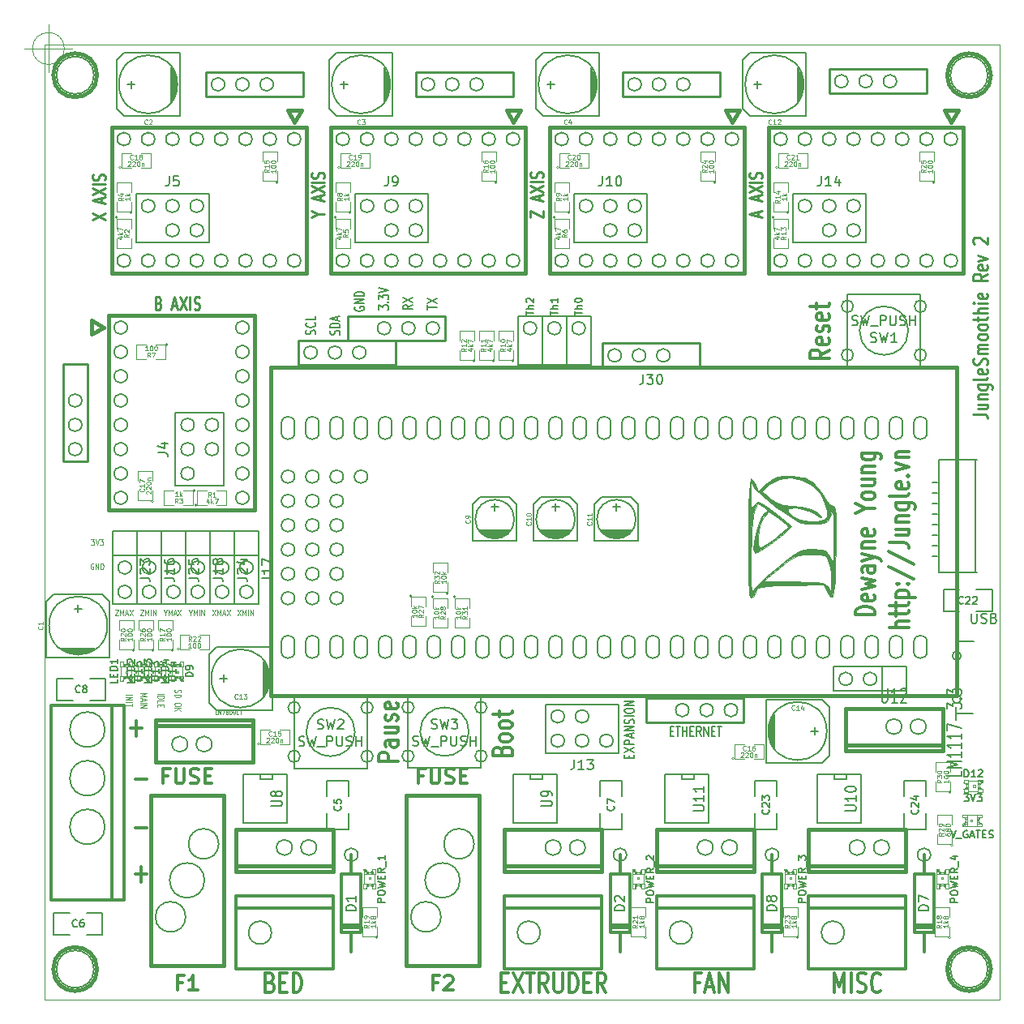
<source format=gto>
G04 #@! TF.FileFunction,Legend,Top*
%FSLAX46Y46*%
G04 Gerber Fmt 4.6, Leading zero omitted, Abs format (unit mm)*
G04 Created by KiCad (PCBNEW (after 2015-may-25 BZR unknown)-product) date 31/07/2015 1:32:04 PM*
%MOMM*%
G01*
G04 APERTURE LIST*
%ADD10C,0.150000*%
%ADD11C,0.025400*%
%ADD12C,0.304800*%
%ADD13C,0.101600*%
%ADD14C,0.152400*%
%ADD15C,0.254000*%
%ADD16C,0.228600*%
%ADD17C,0.100000*%
%ADD18C,0.381000*%
%ADD19C,0.127000*%
%ADD20C,0.099060*%
%ADD21C,0.203200*%
%ADD22C,0.066040*%
%ADD23C,0.050800*%
%ADD24C,0.317500*%
%ADD25C,0.109220*%
%ADD26C,0.119380*%
%ADD27C,0.095250*%
G04 APERTURE END LIST*
D10*
D11*
X73806666Y-54360000D02*
G75*
G03X73806666Y-54360000I-1666666J0D01*
G01*
X69640000Y-54360000D02*
X74640000Y-54360000D01*
X72140000Y-51860000D02*
X72140000Y-56860000D01*
X73806666Y-54360000D02*
G75*
G03X73806666Y-54360000I-1666666J0D01*
G01*
X69640000Y-54360000D02*
X74640000Y-54360000D01*
X72140000Y-51860000D02*
X72140000Y-56860000D01*
X73806666Y-54360000D02*
G75*
G03X73806666Y-54360000I-1666666J0D01*
G01*
X69640000Y-54360000D02*
X74640000Y-54360000D01*
X72140000Y-51860000D02*
X72140000Y-56860000D01*
X73806666Y-54360000D02*
G75*
G03X73806666Y-54360000I-1666666J0D01*
G01*
X69640000Y-54360000D02*
X74640000Y-54360000D01*
X72140000Y-51860000D02*
X72140000Y-56860000D01*
X73806666Y-54360000D02*
G75*
G03X73806666Y-54360000I-1666666J0D01*
G01*
X69640000Y-54360000D02*
X74640000Y-54360000D01*
X72140000Y-51860000D02*
X72140000Y-56860000D01*
D12*
X162009238Y-114790285D02*
X159977238Y-114790285D01*
X162009238Y-114137142D02*
X160944857Y-114137142D01*
X160751333Y-114209713D01*
X160654571Y-114354856D01*
X160654571Y-114572571D01*
X160751333Y-114717713D01*
X160848095Y-114790285D01*
X160654571Y-113629142D02*
X160654571Y-113048571D01*
X159977238Y-113411428D02*
X161718952Y-113411428D01*
X161912476Y-113338856D01*
X162009238Y-113193714D01*
X162009238Y-113048571D01*
X160654571Y-112758285D02*
X160654571Y-112177714D01*
X159977238Y-112540571D02*
X161718952Y-112540571D01*
X161912476Y-112467999D01*
X162009238Y-112322857D01*
X162009238Y-112177714D01*
X160654571Y-111669714D02*
X162686571Y-111669714D01*
X160751333Y-111669714D02*
X160654571Y-111524571D01*
X160654571Y-111234285D01*
X160751333Y-111089142D01*
X160848095Y-111016571D01*
X161041619Y-110944000D01*
X161622190Y-110944000D01*
X161815714Y-111016571D01*
X161912476Y-111089142D01*
X162009238Y-111234285D01*
X162009238Y-111524571D01*
X161912476Y-111669714D01*
X161815714Y-110290857D02*
X161912476Y-110218285D01*
X162009238Y-110290857D01*
X161912476Y-110363428D01*
X161815714Y-110290857D01*
X162009238Y-110290857D01*
X160751333Y-110290857D02*
X160848095Y-110218285D01*
X160944857Y-110290857D01*
X160848095Y-110363428D01*
X160751333Y-110290857D01*
X160944857Y-110290857D01*
X159880476Y-108476571D02*
X162493048Y-109782857D01*
X159880476Y-106880000D02*
X162493048Y-108186286D01*
X159977238Y-105936572D02*
X161428667Y-105936572D01*
X161718952Y-106009144D01*
X161912476Y-106154287D01*
X162009238Y-106372001D01*
X162009238Y-106517144D01*
X160654571Y-104557715D02*
X162009238Y-104557715D01*
X160654571Y-105210858D02*
X161718952Y-105210858D01*
X161912476Y-105138286D01*
X162009238Y-104993144D01*
X162009238Y-104775429D01*
X161912476Y-104630286D01*
X161815714Y-104557715D01*
X160654571Y-103832001D02*
X162009238Y-103832001D01*
X160848095Y-103832001D02*
X160751333Y-103759429D01*
X160654571Y-103614287D01*
X160654571Y-103396572D01*
X160751333Y-103251429D01*
X160944857Y-103178858D01*
X162009238Y-103178858D01*
X160654571Y-101800001D02*
X162299524Y-101800001D01*
X162493048Y-101872572D01*
X162589810Y-101945144D01*
X162686571Y-102090287D01*
X162686571Y-102308001D01*
X162589810Y-102453144D01*
X161912476Y-101800001D02*
X162009238Y-101945144D01*
X162009238Y-102235430D01*
X161912476Y-102380572D01*
X161815714Y-102453144D01*
X161622190Y-102525715D01*
X161041619Y-102525715D01*
X160848095Y-102453144D01*
X160751333Y-102380572D01*
X160654571Y-102235430D01*
X160654571Y-101945144D01*
X160751333Y-101800001D01*
X162009238Y-100856573D02*
X161912476Y-101001715D01*
X161718952Y-101074287D01*
X159977238Y-101074287D01*
X161912476Y-99695429D02*
X162009238Y-99840572D01*
X162009238Y-100130858D01*
X161912476Y-100276001D01*
X161718952Y-100348572D01*
X160944857Y-100348572D01*
X160751333Y-100276001D01*
X160654571Y-100130858D01*
X160654571Y-99840572D01*
X160751333Y-99695429D01*
X160944857Y-99622858D01*
X161138381Y-99622858D01*
X161331905Y-100348572D01*
X161815714Y-98969715D02*
X161912476Y-98897143D01*
X162009238Y-98969715D01*
X161912476Y-99042286D01*
X161815714Y-98969715D01*
X162009238Y-98969715D01*
X160654571Y-98389144D02*
X162009238Y-98026287D01*
X160654571Y-97663429D01*
X160654571Y-97082858D02*
X162009238Y-97082858D01*
X160848095Y-97082858D02*
X160751333Y-97010286D01*
X160654571Y-96865144D01*
X160654571Y-96647429D01*
X160751333Y-96502286D01*
X160944857Y-96429715D01*
X162009238Y-96429715D01*
X158449238Y-113504571D02*
X156417238Y-113504571D01*
X156417238Y-113141714D01*
X156514000Y-112923999D01*
X156707524Y-112778857D01*
X156901048Y-112706285D01*
X157288095Y-112633714D01*
X157578381Y-112633714D01*
X157965429Y-112706285D01*
X158158952Y-112778857D01*
X158352476Y-112923999D01*
X158449238Y-113141714D01*
X158449238Y-113504571D01*
X158352476Y-111399999D02*
X158449238Y-111545142D01*
X158449238Y-111835428D01*
X158352476Y-111980571D01*
X158158952Y-112053142D01*
X157384857Y-112053142D01*
X157191333Y-111980571D01*
X157094571Y-111835428D01*
X157094571Y-111545142D01*
X157191333Y-111399999D01*
X157384857Y-111327428D01*
X157578381Y-111327428D01*
X157771905Y-112053142D01*
X157094571Y-110819428D02*
X158449238Y-110529142D01*
X157481619Y-110238856D01*
X158449238Y-109948571D01*
X157094571Y-109658285D01*
X158449238Y-108424571D02*
X157384857Y-108424571D01*
X157191333Y-108497142D01*
X157094571Y-108642285D01*
X157094571Y-108932571D01*
X157191333Y-109077714D01*
X158352476Y-108424571D02*
X158449238Y-108569714D01*
X158449238Y-108932571D01*
X158352476Y-109077714D01*
X158158952Y-109150285D01*
X157965429Y-109150285D01*
X157771905Y-109077714D01*
X157675143Y-108932571D01*
X157675143Y-108569714D01*
X157578381Y-108424571D01*
X157094571Y-107844000D02*
X158449238Y-107481143D01*
X157094571Y-107118285D02*
X158449238Y-107481143D01*
X158933048Y-107626285D01*
X159029810Y-107698857D01*
X159126571Y-107844000D01*
X157094571Y-106537714D02*
X158449238Y-106537714D01*
X157288095Y-106537714D02*
X157191333Y-106465142D01*
X157094571Y-106320000D01*
X157094571Y-106102285D01*
X157191333Y-105957142D01*
X157384857Y-105884571D01*
X158449238Y-105884571D01*
X158352476Y-104578285D02*
X158449238Y-104723428D01*
X158449238Y-105013714D01*
X158352476Y-105158857D01*
X158158952Y-105231428D01*
X157384857Y-105231428D01*
X157191333Y-105158857D01*
X157094571Y-105013714D01*
X157094571Y-104723428D01*
X157191333Y-104578285D01*
X157384857Y-104505714D01*
X157578381Y-104505714D01*
X157771905Y-105231428D01*
X157481619Y-102401142D02*
X158449238Y-102401142D01*
X156417238Y-102909142D02*
X157481619Y-102401142D01*
X156417238Y-101893142D01*
X158449238Y-101167428D02*
X158352476Y-101312570D01*
X158255714Y-101385142D01*
X158062190Y-101457713D01*
X157481619Y-101457713D01*
X157288095Y-101385142D01*
X157191333Y-101312570D01*
X157094571Y-101167428D01*
X157094571Y-100949713D01*
X157191333Y-100804570D01*
X157288095Y-100731999D01*
X157481619Y-100659428D01*
X158062190Y-100659428D01*
X158255714Y-100731999D01*
X158352476Y-100804570D01*
X158449238Y-100949713D01*
X158449238Y-101167428D01*
X157094571Y-99353142D02*
X158449238Y-99353142D01*
X157094571Y-100006285D02*
X158158952Y-100006285D01*
X158352476Y-99933713D01*
X158449238Y-99788571D01*
X158449238Y-99570856D01*
X158352476Y-99425713D01*
X158255714Y-99353142D01*
X157094571Y-98627428D02*
X158449238Y-98627428D01*
X157288095Y-98627428D02*
X157191333Y-98554856D01*
X157094571Y-98409714D01*
X157094571Y-98191999D01*
X157191333Y-98046856D01*
X157384857Y-97974285D01*
X158449238Y-97974285D01*
X157094571Y-96595428D02*
X158739524Y-96595428D01*
X158933048Y-96667999D01*
X159029810Y-96740571D01*
X159126571Y-96885714D01*
X159126571Y-97103428D01*
X159029810Y-97248571D01*
X158352476Y-96595428D02*
X158449238Y-96740571D01*
X158449238Y-97030857D01*
X158352476Y-97175999D01*
X158255714Y-97248571D01*
X158062190Y-97321142D01*
X157481619Y-97321142D01*
X157288095Y-97248571D01*
X157191333Y-97175999D01*
X157094571Y-97030857D01*
X157094571Y-96740571D01*
X157191333Y-96595428D01*
D13*
X85330695Y-121315238D02*
X85299248Y-121387809D01*
X85299248Y-121508762D01*
X85330695Y-121557143D01*
X85362143Y-121581333D01*
X85425038Y-121605524D01*
X85487933Y-121605524D01*
X85550829Y-121581333D01*
X85582276Y-121557143D01*
X85613724Y-121508762D01*
X85645171Y-121412000D01*
X85676619Y-121363619D01*
X85708067Y-121339428D01*
X85770962Y-121315238D01*
X85833857Y-121315238D01*
X85896752Y-121339428D01*
X85928200Y-121363619D01*
X85959648Y-121412000D01*
X85959648Y-121532952D01*
X85928200Y-121605524D01*
X85299248Y-121823238D02*
X85959648Y-121823238D01*
X85959648Y-121944191D01*
X85928200Y-122016762D01*
X85865305Y-122065143D01*
X85802410Y-122089334D01*
X85676619Y-122113524D01*
X85582276Y-122113524D01*
X85456486Y-122089334D01*
X85393590Y-122065143D01*
X85330695Y-122016762D01*
X85299248Y-121944191D01*
X85299248Y-121823238D01*
X85959648Y-122815048D02*
X85959648Y-122911810D01*
X85928200Y-122960191D01*
X85865305Y-123008572D01*
X85739514Y-123032763D01*
X85519381Y-123032763D01*
X85393590Y-123008572D01*
X85330695Y-122960191D01*
X85299248Y-122911810D01*
X85299248Y-122815048D01*
X85330695Y-122766667D01*
X85393590Y-122718286D01*
X85519381Y-122694096D01*
X85739514Y-122694096D01*
X85865305Y-122718286D01*
X85928200Y-122766667D01*
X85959648Y-122815048D01*
X85299248Y-123250476D02*
X85959648Y-123250476D01*
X85299248Y-123540762D02*
X85676619Y-123323048D01*
X85959648Y-123540762D02*
X85582276Y-123250476D01*
X83521248Y-121738571D02*
X84181648Y-121738571D01*
X83521248Y-121980476D02*
X84181648Y-121980476D01*
X84181648Y-122101429D01*
X84150200Y-122174000D01*
X84087305Y-122222381D01*
X84024410Y-122246572D01*
X83898619Y-122270762D01*
X83804276Y-122270762D01*
X83678486Y-122246572D01*
X83615590Y-122222381D01*
X83552695Y-122174000D01*
X83521248Y-122101429D01*
X83521248Y-121980476D01*
X83521248Y-122730381D02*
X83521248Y-122488476D01*
X84181648Y-122488476D01*
X83867171Y-122899714D02*
X83867171Y-123069048D01*
X83521248Y-123141619D02*
X83521248Y-122899714D01*
X84181648Y-122899714D01*
X84181648Y-123141619D01*
X81743248Y-121653905D02*
X82403648Y-121653905D01*
X81931933Y-121823239D01*
X82403648Y-121992572D01*
X81743248Y-121992572D01*
X81931933Y-122210286D02*
X81931933Y-122452191D01*
X81743248Y-122161905D02*
X82403648Y-122331238D01*
X81743248Y-122500572D01*
X81743248Y-122669905D02*
X82403648Y-122669905D01*
X81743248Y-122911810D02*
X82403648Y-122911810D01*
X81743248Y-123202096D01*
X82403648Y-123202096D01*
X80219248Y-121847428D02*
X80879648Y-121847428D01*
X80219248Y-122089333D02*
X80879648Y-122089333D01*
X80219248Y-122379619D01*
X80879648Y-122379619D01*
X80219248Y-122621523D02*
X80879648Y-122621523D01*
X80879648Y-122790857D02*
X80879648Y-123081143D01*
X80219248Y-122936000D02*
X80879648Y-122936000D01*
X76828953Y-108127800D02*
X76780572Y-108096352D01*
X76708000Y-108096352D01*
X76635429Y-108127800D01*
X76587048Y-108190695D01*
X76562857Y-108253590D01*
X76538667Y-108379381D01*
X76538667Y-108473724D01*
X76562857Y-108599514D01*
X76587048Y-108662410D01*
X76635429Y-108725305D01*
X76708000Y-108756752D01*
X76756381Y-108756752D01*
X76828953Y-108725305D01*
X76853143Y-108693857D01*
X76853143Y-108473724D01*
X76756381Y-108473724D01*
X77070857Y-108756752D02*
X77070857Y-108096352D01*
X77361143Y-108756752D01*
X77361143Y-108096352D01*
X77603047Y-108756752D02*
X77603047Y-108096352D01*
X77724000Y-108096352D01*
X77796571Y-108127800D01*
X77844952Y-108190695D01*
X77869143Y-108253590D01*
X77893333Y-108379381D01*
X77893333Y-108473724D01*
X77869143Y-108599514D01*
X77844952Y-108662410D01*
X77796571Y-108725305D01*
X77724000Y-108756752D01*
X77603047Y-108756752D01*
X76587047Y-105556352D02*
X76901524Y-105556352D01*
X76732190Y-105807933D01*
X76804762Y-105807933D01*
X76853143Y-105839381D01*
X76877333Y-105870829D01*
X76901524Y-105933724D01*
X76901524Y-106090962D01*
X76877333Y-106153857D01*
X76853143Y-106185305D01*
X76804762Y-106216752D01*
X76659619Y-106216752D01*
X76611238Y-106185305D01*
X76587047Y-106153857D01*
X77046667Y-105556352D02*
X77216000Y-106216752D01*
X77385334Y-105556352D01*
X77506286Y-105556352D02*
X77820763Y-105556352D01*
X77651429Y-105807933D01*
X77724001Y-105807933D01*
X77772382Y-105839381D01*
X77796572Y-105870829D01*
X77820763Y-105933724D01*
X77820763Y-106090962D01*
X77796572Y-106153857D01*
X77772382Y-106185305D01*
X77724001Y-106216752D01*
X77578858Y-106216752D01*
X77530477Y-106185305D01*
X77506286Y-106153857D01*
X91863333Y-112922352D02*
X92202000Y-113582752D01*
X92202000Y-112922352D02*
X91863333Y-113582752D01*
X92395524Y-113582752D02*
X92395524Y-112922352D01*
X92564858Y-113394067D01*
X92734191Y-112922352D01*
X92734191Y-113582752D01*
X92976095Y-113582752D02*
X92976095Y-112922352D01*
X93218000Y-113582752D02*
X93218000Y-112922352D01*
X93508286Y-113582752D01*
X93508286Y-112922352D01*
X89250761Y-112922352D02*
X89589428Y-113582752D01*
X89589428Y-112922352D02*
X89250761Y-113582752D01*
X89782952Y-113582752D02*
X89782952Y-112922352D01*
X89952286Y-113394067D01*
X90121619Y-112922352D01*
X90121619Y-113582752D01*
X90339333Y-113394067D02*
X90581238Y-113394067D01*
X90290952Y-113582752D02*
X90460285Y-112922352D01*
X90629619Y-113582752D01*
X90750571Y-112922352D02*
X91089238Y-113582752D01*
X91089238Y-112922352D02*
X90750571Y-113582752D01*
X84340095Y-113268276D02*
X84340095Y-113582752D01*
X84170762Y-112922352D02*
X84340095Y-113268276D01*
X84509429Y-112922352D01*
X84678762Y-113582752D02*
X84678762Y-112922352D01*
X84848096Y-113394067D01*
X85017429Y-112922352D01*
X85017429Y-113582752D01*
X85235143Y-113394067D02*
X85477048Y-113394067D01*
X85186762Y-113582752D02*
X85356095Y-112922352D01*
X85525429Y-113582752D01*
X85646381Y-112922352D02*
X85985048Y-113582752D01*
X85985048Y-112922352D02*
X85646381Y-113582752D01*
X86952667Y-113268276D02*
X86952667Y-113582752D01*
X86783334Y-112922352D02*
X86952667Y-113268276D01*
X87122001Y-112922352D01*
X87291334Y-113582752D02*
X87291334Y-112922352D01*
X87460668Y-113394067D01*
X87630001Y-112922352D01*
X87630001Y-113582752D01*
X87871905Y-113582752D02*
X87871905Y-112922352D01*
X88113810Y-113582752D02*
X88113810Y-112922352D01*
X88404096Y-113582752D01*
X88404096Y-112922352D01*
X81703333Y-112922352D02*
X82042000Y-112922352D01*
X81703333Y-113582752D01*
X82042000Y-113582752D01*
X82235524Y-113582752D02*
X82235524Y-112922352D01*
X82404858Y-113394067D01*
X82574191Y-112922352D01*
X82574191Y-113582752D01*
X82816095Y-113582752D02*
X82816095Y-112922352D01*
X83058000Y-113582752D02*
X83058000Y-112922352D01*
X83348286Y-113582752D01*
X83348286Y-112922352D01*
X79090761Y-112922352D02*
X79429428Y-112922352D01*
X79090761Y-113582752D01*
X79429428Y-113582752D01*
X79622952Y-113582752D02*
X79622952Y-112922352D01*
X79792286Y-113394067D01*
X79961619Y-112922352D01*
X79961619Y-113582752D01*
X80179333Y-113394067D02*
X80421238Y-113394067D01*
X80130952Y-113582752D02*
X80300285Y-112922352D01*
X80469619Y-113582752D01*
X80590571Y-112922352D02*
X80929238Y-113582752D01*
X80929238Y-112922352D02*
X80590571Y-113582752D01*
D14*
X102519238Y-84237285D02*
X102567619Y-84128428D01*
X102567619Y-83946999D01*
X102519238Y-83874428D01*
X102470857Y-83838142D01*
X102374095Y-83801857D01*
X102277333Y-83801857D01*
X102180571Y-83838142D01*
X102132190Y-83874428D01*
X102083810Y-83946999D01*
X102035429Y-84092142D01*
X101987048Y-84164714D01*
X101938667Y-84200999D01*
X101841905Y-84237285D01*
X101745143Y-84237285D01*
X101648381Y-84200999D01*
X101600000Y-84164714D01*
X101551619Y-84092142D01*
X101551619Y-83910714D01*
X101600000Y-83801857D01*
X102567619Y-83475285D02*
X101551619Y-83475285D01*
X101551619Y-83293857D01*
X101600000Y-83185000D01*
X101696762Y-83112428D01*
X101793524Y-83076143D01*
X101987048Y-83039857D01*
X102132190Y-83039857D01*
X102325714Y-83076143D01*
X102422476Y-83112428D01*
X102519238Y-83185000D01*
X102567619Y-83293857D01*
X102567619Y-83475285D01*
X102277333Y-82749571D02*
X102277333Y-82386714D01*
X102567619Y-82822143D02*
X101551619Y-82568143D01*
X102567619Y-82314143D01*
X99979238Y-84219142D02*
X100027619Y-84110285D01*
X100027619Y-83928856D01*
X99979238Y-83856285D01*
X99930857Y-83819999D01*
X99834095Y-83783714D01*
X99737333Y-83783714D01*
X99640571Y-83819999D01*
X99592190Y-83856285D01*
X99543810Y-83928856D01*
X99495429Y-84073999D01*
X99447048Y-84146571D01*
X99398667Y-84182856D01*
X99301905Y-84219142D01*
X99205143Y-84219142D01*
X99108381Y-84182856D01*
X99060000Y-84146571D01*
X99011619Y-84073999D01*
X99011619Y-83892571D01*
X99060000Y-83783714D01*
X99930857Y-83021714D02*
X99979238Y-83058000D01*
X100027619Y-83166857D01*
X100027619Y-83239428D01*
X99979238Y-83348285D01*
X99882476Y-83420857D01*
X99785714Y-83457142D01*
X99592190Y-83493428D01*
X99447048Y-83493428D01*
X99253524Y-83457142D01*
X99156762Y-83420857D01*
X99060000Y-83348285D01*
X99011619Y-83239428D01*
X99011619Y-83166857D01*
X99060000Y-83058000D01*
X99108381Y-83021714D01*
X100027619Y-82332285D02*
X100027619Y-82695142D01*
X99011619Y-82695142D01*
D12*
X80699429Y-125367143D02*
X81860572Y-125367143D01*
X81280001Y-126141238D02*
X81280001Y-124593048D01*
X81207429Y-130701143D02*
X82368572Y-130701143D01*
X81207429Y-135781143D02*
X82368572Y-135781143D01*
X81207429Y-140607143D02*
X82368572Y-140607143D01*
X81788001Y-141381238D02*
X81788001Y-139833048D01*
D14*
X111711619Y-81606571D02*
X111711619Y-81171142D01*
X112727619Y-81388856D02*
X111711619Y-81388856D01*
X111711619Y-80989714D02*
X112727619Y-80481714D01*
X111711619Y-80481714D02*
X112727619Y-80989714D01*
X110187619Y-81153000D02*
X109703810Y-81407000D01*
X110187619Y-81588428D02*
X109171619Y-81588428D01*
X109171619Y-81298143D01*
X109220000Y-81225571D01*
X109268381Y-81189286D01*
X109365143Y-81153000D01*
X109510286Y-81153000D01*
X109607048Y-81189286D01*
X109655429Y-81225571D01*
X109703810Y-81298143D01*
X109703810Y-81588428D01*
X109171619Y-80899000D02*
X110187619Y-80391000D01*
X109171619Y-80391000D02*
X110187619Y-80899000D01*
X106631619Y-81642857D02*
X106631619Y-81171143D01*
X107018667Y-81425143D01*
X107018667Y-81316285D01*
X107067048Y-81243714D01*
X107115429Y-81207428D01*
X107212190Y-81171143D01*
X107454095Y-81171143D01*
X107550857Y-81207428D01*
X107599238Y-81243714D01*
X107647619Y-81316285D01*
X107647619Y-81534000D01*
X107599238Y-81606571D01*
X107550857Y-81642857D01*
X107550857Y-80844571D02*
X107599238Y-80808286D01*
X107647619Y-80844571D01*
X107599238Y-80880857D01*
X107550857Y-80844571D01*
X107647619Y-80844571D01*
X106631619Y-80554286D02*
X106631619Y-80082572D01*
X107018667Y-80336572D01*
X107018667Y-80227714D01*
X107067048Y-80155143D01*
X107115429Y-80118857D01*
X107212190Y-80082572D01*
X107454095Y-80082572D01*
X107550857Y-80118857D01*
X107599238Y-80155143D01*
X107647619Y-80227714D01*
X107647619Y-80445429D01*
X107599238Y-80518000D01*
X107550857Y-80554286D01*
X106631619Y-79864858D02*
X107647619Y-79610858D01*
X106631619Y-79356858D01*
X104140000Y-81352572D02*
X104091619Y-81425143D01*
X104091619Y-81534000D01*
X104140000Y-81642857D01*
X104236762Y-81715429D01*
X104333524Y-81751714D01*
X104527048Y-81788000D01*
X104672190Y-81788000D01*
X104865714Y-81751714D01*
X104962476Y-81715429D01*
X105059238Y-81642857D01*
X105107619Y-81534000D01*
X105107619Y-81461429D01*
X105059238Y-81352572D01*
X105010857Y-81316286D01*
X104672190Y-81316286D01*
X104672190Y-81461429D01*
X105107619Y-80989714D02*
X104091619Y-80989714D01*
X105107619Y-80554286D01*
X104091619Y-80554286D01*
X105107619Y-80191428D02*
X104091619Y-80191428D01*
X104091619Y-80010000D01*
X104140000Y-79901143D01*
X104236762Y-79828571D01*
X104333524Y-79792286D01*
X104527048Y-79756000D01*
X104672190Y-79756000D01*
X104865714Y-79792286D01*
X104962476Y-79828571D01*
X105059238Y-79901143D01*
X105107619Y-80010000D01*
X105107619Y-80191428D01*
D12*
X119488857Y-127689428D02*
X119585619Y-127471714D01*
X119682381Y-127399142D01*
X119875905Y-127326571D01*
X120166190Y-127326571D01*
X120359714Y-127399142D01*
X120456476Y-127471714D01*
X120553238Y-127616856D01*
X120553238Y-128197428D01*
X118521238Y-128197428D01*
X118521238Y-127689428D01*
X118618000Y-127544285D01*
X118714762Y-127471714D01*
X118908286Y-127399142D01*
X119101810Y-127399142D01*
X119295333Y-127471714D01*
X119392095Y-127544285D01*
X119488857Y-127689428D01*
X119488857Y-128197428D01*
X120553238Y-126455714D02*
X120456476Y-126600856D01*
X120359714Y-126673428D01*
X120166190Y-126745999D01*
X119585619Y-126745999D01*
X119392095Y-126673428D01*
X119295333Y-126600856D01*
X119198571Y-126455714D01*
X119198571Y-126237999D01*
X119295333Y-126092856D01*
X119392095Y-126020285D01*
X119585619Y-125947714D01*
X120166190Y-125947714D01*
X120359714Y-126020285D01*
X120456476Y-126092856D01*
X120553238Y-126237999D01*
X120553238Y-126455714D01*
X120553238Y-125076857D02*
X120456476Y-125221999D01*
X120359714Y-125294571D01*
X120166190Y-125367142D01*
X119585619Y-125367142D01*
X119392095Y-125294571D01*
X119295333Y-125221999D01*
X119198571Y-125076857D01*
X119198571Y-124859142D01*
X119295333Y-124713999D01*
X119392095Y-124641428D01*
X119585619Y-124568857D01*
X120166190Y-124568857D01*
X120359714Y-124641428D01*
X120456476Y-124713999D01*
X120553238Y-124859142D01*
X120553238Y-125076857D01*
X119198571Y-124133428D02*
X119198571Y-123552857D01*
X118521238Y-123915714D02*
X120262952Y-123915714D01*
X120456476Y-123843142D01*
X120553238Y-123698000D01*
X120553238Y-123552857D01*
X154232429Y-152938238D02*
X154232429Y-150906238D01*
X154740429Y-152357667D01*
X155248429Y-150906238D01*
X155248429Y-152938238D01*
X155974143Y-152938238D02*
X155974143Y-150906238D01*
X156627286Y-152841476D02*
X156845000Y-152938238D01*
X157207857Y-152938238D01*
X157353000Y-152841476D01*
X157425571Y-152744714D01*
X157498143Y-152551190D01*
X157498143Y-152357667D01*
X157425571Y-152164143D01*
X157353000Y-152067381D01*
X157207857Y-151970619D01*
X156917571Y-151873857D01*
X156772429Y-151777095D01*
X156699857Y-151680333D01*
X156627286Y-151486810D01*
X156627286Y-151293286D01*
X156699857Y-151099762D01*
X156772429Y-151003000D01*
X156917571Y-150906238D01*
X157280429Y-150906238D01*
X157498143Y-151003000D01*
X159022143Y-152744714D02*
X158949572Y-152841476D01*
X158731858Y-152938238D01*
X158586715Y-152938238D01*
X158369000Y-152841476D01*
X158223858Y-152647952D01*
X158151286Y-152454429D01*
X158078715Y-152067381D01*
X158078715Y-151777095D01*
X158151286Y-151390048D01*
X158223858Y-151196524D01*
X158369000Y-151003000D01*
X158586715Y-150906238D01*
X158731858Y-150906238D01*
X158949572Y-151003000D01*
X159022143Y-151099762D01*
X140117286Y-151873857D02*
X139609286Y-151873857D01*
X139609286Y-152938238D02*
X139609286Y-150906238D01*
X140335000Y-150906238D01*
X140843001Y-152357667D02*
X141568715Y-152357667D01*
X140697858Y-152938238D02*
X141205858Y-150906238D01*
X141713858Y-152938238D01*
X142221858Y-152938238D02*
X142221858Y-150906238D01*
X143092715Y-152938238D01*
X143092715Y-150906238D01*
X119434429Y-151873857D02*
X119942429Y-151873857D01*
X120160143Y-152938238D02*
X119434429Y-152938238D01*
X119434429Y-150906238D01*
X120160143Y-150906238D01*
X120668143Y-150906238D02*
X121684143Y-152938238D01*
X121684143Y-150906238D02*
X120668143Y-152938238D01*
X122047001Y-150906238D02*
X122917858Y-150906238D01*
X122482429Y-152938238D02*
X122482429Y-150906238D01*
X124296715Y-152938238D02*
X123788715Y-151970619D01*
X123425858Y-152938238D02*
X123425858Y-150906238D01*
X124006430Y-150906238D01*
X124151572Y-151003000D01*
X124224144Y-151099762D01*
X124296715Y-151293286D01*
X124296715Y-151583571D01*
X124224144Y-151777095D01*
X124151572Y-151873857D01*
X124006430Y-151970619D01*
X123425858Y-151970619D01*
X124949858Y-150906238D02*
X124949858Y-152551190D01*
X125022430Y-152744714D01*
X125095001Y-152841476D01*
X125240144Y-152938238D01*
X125530430Y-152938238D01*
X125675572Y-152841476D01*
X125748144Y-152744714D01*
X125820715Y-152551190D01*
X125820715Y-150906238D01*
X126546429Y-152938238D02*
X126546429Y-150906238D01*
X126909286Y-150906238D01*
X127127001Y-151003000D01*
X127272143Y-151196524D01*
X127344715Y-151390048D01*
X127417286Y-151777095D01*
X127417286Y-152067381D01*
X127344715Y-152454429D01*
X127272143Y-152647952D01*
X127127001Y-152841476D01*
X126909286Y-152938238D01*
X126546429Y-152938238D01*
X128070429Y-151873857D02*
X128578429Y-151873857D01*
X128796143Y-152938238D02*
X128070429Y-152938238D01*
X128070429Y-150906238D01*
X128796143Y-150906238D01*
X130320143Y-152938238D02*
X129812143Y-151970619D01*
X129449286Y-152938238D02*
X129449286Y-150906238D01*
X130029858Y-150906238D01*
X130175000Y-151003000D01*
X130247572Y-151099762D01*
X130320143Y-151293286D01*
X130320143Y-151583571D01*
X130247572Y-151777095D01*
X130175000Y-151873857D01*
X130029858Y-151970619D01*
X129449286Y-151970619D01*
X95304429Y-151873857D02*
X95522143Y-151970619D01*
X95594715Y-152067381D01*
X95667286Y-152260905D01*
X95667286Y-152551190D01*
X95594715Y-152744714D01*
X95522143Y-152841476D01*
X95377001Y-152938238D01*
X94796429Y-152938238D01*
X94796429Y-150906238D01*
X95304429Y-150906238D01*
X95449572Y-151003000D01*
X95522143Y-151099762D01*
X95594715Y-151293286D01*
X95594715Y-151486810D01*
X95522143Y-151680333D01*
X95449572Y-151777095D01*
X95304429Y-151873857D01*
X94796429Y-151873857D01*
X96320429Y-151873857D02*
X96828429Y-151873857D01*
X97046143Y-152938238D02*
X96320429Y-152938238D01*
X96320429Y-150906238D01*
X97046143Y-150906238D01*
X97699286Y-152938238D02*
X97699286Y-150906238D01*
X98062143Y-150906238D01*
X98279858Y-151003000D01*
X98425000Y-151196524D01*
X98497572Y-151390048D01*
X98570143Y-151777095D01*
X98570143Y-152067381D01*
X98497572Y-152454429D01*
X98425000Y-152647952D01*
X98279858Y-152841476D01*
X98062143Y-152938238D01*
X97699286Y-152938238D01*
D14*
X137087429Y-125657429D02*
X137341429Y-125657429D01*
X137450286Y-126189619D02*
X137087429Y-126189619D01*
X137087429Y-125173619D01*
X137450286Y-125173619D01*
X137668000Y-125173619D02*
X138103429Y-125173619D01*
X137885715Y-126189619D02*
X137885715Y-125173619D01*
X138357429Y-126189619D02*
X138357429Y-125173619D01*
X138357429Y-125657429D02*
X138792857Y-125657429D01*
X138792857Y-126189619D02*
X138792857Y-125173619D01*
X139155715Y-125657429D02*
X139409715Y-125657429D01*
X139518572Y-126189619D02*
X139155715Y-126189619D01*
X139155715Y-125173619D01*
X139518572Y-125173619D01*
X140280572Y-126189619D02*
X140026572Y-125705810D01*
X139845144Y-126189619D02*
X139845144Y-125173619D01*
X140135429Y-125173619D01*
X140208001Y-125222000D01*
X140244286Y-125270381D01*
X140280572Y-125367143D01*
X140280572Y-125512286D01*
X140244286Y-125609048D01*
X140208001Y-125657429D01*
X140135429Y-125705810D01*
X139845144Y-125705810D01*
X140607144Y-126189619D02*
X140607144Y-125173619D01*
X141042572Y-126189619D01*
X141042572Y-125173619D01*
X141405430Y-125657429D02*
X141659430Y-125657429D01*
X141768287Y-126189619D02*
X141405430Y-126189619D01*
X141405430Y-125173619D01*
X141768287Y-125173619D01*
X141986001Y-125173619D02*
X142421430Y-125173619D01*
X142203716Y-126189619D02*
X142203716Y-125173619D01*
X132769429Y-128451428D02*
X132769429Y-128197428D01*
X133301619Y-128088571D02*
X133301619Y-128451428D01*
X132285619Y-128451428D01*
X132285619Y-128088571D01*
X132285619Y-127834571D02*
X133301619Y-127326571D01*
X132285619Y-127326571D02*
X133301619Y-127834571D01*
X133301619Y-127036285D02*
X132285619Y-127036285D01*
X132285619Y-126746000D01*
X132334000Y-126673428D01*
X132382381Y-126637143D01*
X132479143Y-126600857D01*
X132624286Y-126600857D01*
X132721048Y-126637143D01*
X132769429Y-126673428D01*
X132817810Y-126746000D01*
X132817810Y-127036285D01*
X133011333Y-126310571D02*
X133011333Y-125947714D01*
X133301619Y-126383143D02*
X132285619Y-126129143D01*
X133301619Y-125875143D01*
X133301619Y-125621142D02*
X132285619Y-125621142D01*
X133301619Y-125185714D01*
X132285619Y-125185714D01*
X133253238Y-124859142D02*
X133301619Y-124750285D01*
X133301619Y-124568856D01*
X133253238Y-124496285D01*
X133204857Y-124459999D01*
X133108095Y-124423714D01*
X133011333Y-124423714D01*
X132914571Y-124459999D01*
X132866190Y-124496285D01*
X132817810Y-124568856D01*
X132769429Y-124713999D01*
X132721048Y-124786571D01*
X132672667Y-124822856D01*
X132575905Y-124859142D01*
X132479143Y-124859142D01*
X132382381Y-124822856D01*
X132334000Y-124786571D01*
X132285619Y-124713999D01*
X132285619Y-124532571D01*
X132334000Y-124423714D01*
X133301619Y-124097142D02*
X132285619Y-124097142D01*
X132285619Y-123589143D02*
X132285619Y-123444000D01*
X132334000Y-123371428D01*
X132430762Y-123298857D01*
X132624286Y-123262571D01*
X132962952Y-123262571D01*
X133156476Y-123298857D01*
X133253238Y-123371428D01*
X133301619Y-123444000D01*
X133301619Y-123589143D01*
X133253238Y-123661714D01*
X133156476Y-123734285D01*
X132962952Y-123770571D01*
X132624286Y-123770571D01*
X132430762Y-123734285D01*
X132334000Y-123661714D01*
X132285619Y-123589143D01*
X133301619Y-122935999D02*
X132285619Y-122935999D01*
X133301619Y-122500571D01*
X132285619Y-122500571D01*
D15*
X83638571Y-80929843D02*
X83783714Y-80993948D01*
X83832095Y-81058052D01*
X83880476Y-81186262D01*
X83880476Y-81378576D01*
X83832095Y-81506786D01*
X83783714Y-81570890D01*
X83686952Y-81634995D01*
X83299905Y-81634995D01*
X83299905Y-80288795D01*
X83638571Y-80288795D01*
X83735333Y-80352900D01*
X83783714Y-80417005D01*
X83832095Y-80545214D01*
X83832095Y-80673424D01*
X83783714Y-80801633D01*
X83735333Y-80865738D01*
X83638571Y-80929843D01*
X83299905Y-80929843D01*
X85041619Y-81250367D02*
X85525428Y-81250367D01*
X84944857Y-81634995D02*
X85283524Y-80288795D01*
X85622190Y-81634995D01*
X85864095Y-80288795D02*
X86541428Y-81634995D01*
X86541428Y-80288795D02*
X85864095Y-81634995D01*
X86928476Y-81634995D02*
X86928476Y-80288795D01*
X87363905Y-81570890D02*
X87509048Y-81634995D01*
X87750952Y-81634995D01*
X87847714Y-81570890D01*
X87896095Y-81506786D01*
X87944476Y-81378576D01*
X87944476Y-81250367D01*
X87896095Y-81122157D01*
X87847714Y-81058052D01*
X87750952Y-80993948D01*
X87557429Y-80929843D01*
X87460667Y-80865738D01*
X87412286Y-80801633D01*
X87363905Y-80673424D01*
X87363905Y-80545214D01*
X87412286Y-80417005D01*
X87460667Y-80352900D01*
X87557429Y-80288795D01*
X87799333Y-80288795D01*
X87944476Y-80352900D01*
X146274367Y-71869904D02*
X146274367Y-71386095D01*
X146658995Y-71966666D02*
X145312795Y-71627999D01*
X146658995Y-71289333D01*
X146274367Y-70224952D02*
X146274367Y-69741143D01*
X146658995Y-70321714D02*
X145312795Y-69983047D01*
X146658995Y-69644381D01*
X145312795Y-69402476D02*
X146658995Y-68725143D01*
X145312795Y-68725143D02*
X146658995Y-69402476D01*
X146658995Y-68338095D02*
X145312795Y-68338095D01*
X146594890Y-67902666D02*
X146658995Y-67757523D01*
X146658995Y-67515619D01*
X146594890Y-67418857D01*
X146530786Y-67370476D01*
X146402576Y-67322095D01*
X146274367Y-67322095D01*
X146146157Y-67370476D01*
X146082052Y-67418857D01*
X146017948Y-67515619D01*
X145953843Y-67709142D01*
X145889738Y-67805904D01*
X145825633Y-67854285D01*
X145697424Y-67902666D01*
X145569214Y-67902666D01*
X145441005Y-67854285D01*
X145376900Y-67805904D01*
X145312795Y-67709142D01*
X145312795Y-67467238D01*
X145376900Y-67322095D01*
X122452795Y-71966666D02*
X122452795Y-71289333D01*
X123798995Y-71966666D01*
X123798995Y-71289333D01*
X123414367Y-70176571D02*
X123414367Y-69692762D01*
X123798995Y-70273333D02*
X122452795Y-69934666D01*
X123798995Y-69596000D01*
X122452795Y-69354095D02*
X123798995Y-68676762D01*
X122452795Y-68676762D02*
X123798995Y-69354095D01*
X123798995Y-68289714D02*
X122452795Y-68289714D01*
X123734890Y-67854285D02*
X123798995Y-67709142D01*
X123798995Y-67467238D01*
X123734890Y-67370476D01*
X123670786Y-67322095D01*
X123542576Y-67273714D01*
X123414367Y-67273714D01*
X123286157Y-67322095D01*
X123222052Y-67370476D01*
X123157948Y-67467238D01*
X123093843Y-67660761D01*
X123029738Y-67757523D01*
X122965633Y-67805904D01*
X122837424Y-67854285D01*
X122709214Y-67854285D01*
X122581005Y-67805904D01*
X122516900Y-67757523D01*
X122452795Y-67660761D01*
X122452795Y-67418857D01*
X122516900Y-67273714D01*
X100297948Y-71627999D02*
X100938995Y-71627999D01*
X99592795Y-71966666D02*
X100297948Y-71627999D01*
X99592795Y-71289333D01*
X100554367Y-70224952D02*
X100554367Y-69741143D01*
X100938995Y-70321714D02*
X99592795Y-69983047D01*
X100938995Y-69644381D01*
X99592795Y-69402476D02*
X100938995Y-68725143D01*
X99592795Y-68725143D02*
X100938995Y-69402476D01*
X100938995Y-68338095D02*
X99592795Y-68338095D01*
X100874890Y-67902666D02*
X100938995Y-67757523D01*
X100938995Y-67515619D01*
X100874890Y-67418857D01*
X100810786Y-67370476D01*
X100682576Y-67322095D01*
X100554367Y-67322095D01*
X100426157Y-67370476D01*
X100362052Y-67418857D01*
X100297948Y-67515619D01*
X100233843Y-67709142D01*
X100169738Y-67805904D01*
X100105633Y-67854285D01*
X99977424Y-67902666D01*
X99849214Y-67902666D01*
X99721005Y-67854285D01*
X99656900Y-67805904D01*
X99592795Y-67709142D01*
X99592795Y-67467238D01*
X99656900Y-67322095D01*
X76732795Y-72220666D02*
X78078995Y-71543333D01*
X76732795Y-71543333D02*
X78078995Y-72220666D01*
X77694367Y-70430571D02*
X77694367Y-69946762D01*
X78078995Y-70527333D02*
X76732795Y-70188666D01*
X78078995Y-69850000D01*
X76732795Y-69608095D02*
X78078995Y-68930762D01*
X76732795Y-68930762D02*
X78078995Y-69608095D01*
X78078995Y-68543714D02*
X76732795Y-68543714D01*
X78014890Y-68108285D02*
X78078995Y-67963142D01*
X78078995Y-67721238D01*
X78014890Y-67624476D01*
X77950786Y-67576095D01*
X77822576Y-67527714D01*
X77694367Y-67527714D01*
X77566157Y-67576095D01*
X77502052Y-67624476D01*
X77437948Y-67721238D01*
X77373843Y-67914761D01*
X77309738Y-68011523D01*
X77245633Y-68059904D01*
X77117424Y-68108285D01*
X76989214Y-68108285D01*
X76861005Y-68059904D01*
X76796900Y-68011523D01*
X76732795Y-67914761D01*
X76732795Y-67672857D01*
X76796900Y-67527714D01*
D12*
X153700238Y-85833857D02*
X152732619Y-86341857D01*
X153700238Y-86704714D02*
X151668238Y-86704714D01*
X151668238Y-86124142D01*
X151765000Y-85979000D01*
X151861762Y-85906428D01*
X152055286Y-85833857D01*
X152345571Y-85833857D01*
X152539095Y-85906428D01*
X152635857Y-85979000D01*
X152732619Y-86124142D01*
X152732619Y-86704714D01*
X153603476Y-84600142D02*
X153700238Y-84745285D01*
X153700238Y-85035571D01*
X153603476Y-85180714D01*
X153409952Y-85253285D01*
X152635857Y-85253285D01*
X152442333Y-85180714D01*
X152345571Y-85035571D01*
X152345571Y-84745285D01*
X152442333Y-84600142D01*
X152635857Y-84527571D01*
X152829381Y-84527571D01*
X153022905Y-85253285D01*
X153603476Y-83946999D02*
X153700238Y-83801856D01*
X153700238Y-83511571D01*
X153603476Y-83366428D01*
X153409952Y-83293856D01*
X153313190Y-83293856D01*
X153119667Y-83366428D01*
X153022905Y-83511571D01*
X153022905Y-83729285D01*
X152926143Y-83874428D01*
X152732619Y-83946999D01*
X152635857Y-83946999D01*
X152442333Y-83874428D01*
X152345571Y-83729285D01*
X152345571Y-83511571D01*
X152442333Y-83366428D01*
X153603476Y-82060142D02*
X153700238Y-82205285D01*
X153700238Y-82495571D01*
X153603476Y-82640714D01*
X153409952Y-82713285D01*
X152635857Y-82713285D01*
X152442333Y-82640714D01*
X152345571Y-82495571D01*
X152345571Y-82205285D01*
X152442333Y-82060142D01*
X152635857Y-81987571D01*
X152829381Y-81987571D01*
X153022905Y-82713285D01*
X152345571Y-81552142D02*
X152345571Y-80971571D01*
X151668238Y-81334428D02*
X153409952Y-81334428D01*
X153603476Y-81261856D01*
X153700238Y-81116714D01*
X153700238Y-80971571D01*
X108615238Y-128778000D02*
X106583238Y-128778000D01*
X106583238Y-128197428D01*
X106680000Y-128052286D01*
X106776762Y-127979714D01*
X106970286Y-127907143D01*
X107260571Y-127907143D01*
X107454095Y-127979714D01*
X107550857Y-128052286D01*
X107647619Y-128197428D01*
X107647619Y-128778000D01*
X108615238Y-126600857D02*
X107550857Y-126600857D01*
X107357333Y-126673428D01*
X107260571Y-126818571D01*
X107260571Y-127108857D01*
X107357333Y-127254000D01*
X108518476Y-126600857D02*
X108615238Y-126746000D01*
X108615238Y-127108857D01*
X108518476Y-127254000D01*
X108324952Y-127326571D01*
X108131429Y-127326571D01*
X107937905Y-127254000D01*
X107841143Y-127108857D01*
X107841143Y-126746000D01*
X107744381Y-126600857D01*
X107260571Y-125222000D02*
X108615238Y-125222000D01*
X107260571Y-125875143D02*
X108324952Y-125875143D01*
X108518476Y-125802571D01*
X108615238Y-125657429D01*
X108615238Y-125439714D01*
X108518476Y-125294571D01*
X108421714Y-125222000D01*
X108518476Y-124568857D02*
X108615238Y-124423714D01*
X108615238Y-124133429D01*
X108518476Y-123988286D01*
X108324952Y-123915714D01*
X108228190Y-123915714D01*
X108034667Y-123988286D01*
X107937905Y-124133429D01*
X107937905Y-124351143D01*
X107841143Y-124496286D01*
X107647619Y-124568857D01*
X107550857Y-124568857D01*
X107357333Y-124496286D01*
X107260571Y-124351143D01*
X107260571Y-124133429D01*
X107357333Y-123988286D01*
X108518476Y-122682000D02*
X108615238Y-122827143D01*
X108615238Y-123117429D01*
X108518476Y-123262572D01*
X108324952Y-123335143D01*
X107550857Y-123335143D01*
X107357333Y-123262572D01*
X107260571Y-123117429D01*
X107260571Y-122827143D01*
X107357333Y-122682000D01*
X107550857Y-122609429D01*
X107744381Y-122609429D01*
X107937905Y-123335143D01*
D16*
X168710429Y-92537642D02*
X169799000Y-92537642D01*
X170016714Y-92592070D01*
X170161857Y-92700927D01*
X170234429Y-92864213D01*
X170234429Y-92973070D01*
X169218429Y-91503499D02*
X170234429Y-91503499D01*
X169218429Y-91993356D02*
X170016714Y-91993356D01*
X170161857Y-91938928D01*
X170234429Y-91830070D01*
X170234429Y-91666785D01*
X170161857Y-91557928D01*
X170089286Y-91503499D01*
X169218429Y-90959213D02*
X170234429Y-90959213D01*
X169363571Y-90959213D02*
X169291000Y-90904785D01*
X169218429Y-90795927D01*
X169218429Y-90632642D01*
X169291000Y-90523785D01*
X169436143Y-90469356D01*
X170234429Y-90469356D01*
X169218429Y-89435213D02*
X170452143Y-89435213D01*
X170597286Y-89489642D01*
X170669857Y-89544070D01*
X170742429Y-89652927D01*
X170742429Y-89816213D01*
X170669857Y-89925070D01*
X170161857Y-89435213D02*
X170234429Y-89544070D01*
X170234429Y-89761784D01*
X170161857Y-89870642D01*
X170089286Y-89925070D01*
X169944143Y-89979499D01*
X169508714Y-89979499D01*
X169363571Y-89925070D01*
X169291000Y-89870642D01*
X169218429Y-89761784D01*
X169218429Y-89544070D01*
X169291000Y-89435213D01*
X170234429Y-88727641D02*
X170161857Y-88836499D01*
X170016714Y-88890927D01*
X168710429Y-88890927D01*
X170161857Y-87856785D02*
X170234429Y-87965642D01*
X170234429Y-88183356D01*
X170161857Y-88292213D01*
X170016714Y-88346642D01*
X169436143Y-88346642D01*
X169291000Y-88292213D01*
X169218429Y-88183356D01*
X169218429Y-87965642D01*
X169291000Y-87856785D01*
X169436143Y-87802356D01*
X169581286Y-87802356D01*
X169726429Y-88346642D01*
X170161857Y-87366928D02*
X170234429Y-87203642D01*
X170234429Y-86931499D01*
X170161857Y-86822642D01*
X170089286Y-86768213D01*
X169944143Y-86713785D01*
X169799000Y-86713785D01*
X169653857Y-86768213D01*
X169581286Y-86822642D01*
X169508714Y-86931499D01*
X169436143Y-87149213D01*
X169363571Y-87258071D01*
X169291000Y-87312499D01*
X169145857Y-87366928D01*
X169000714Y-87366928D01*
X168855571Y-87312499D01*
X168783000Y-87258071D01*
X168710429Y-87149213D01*
X168710429Y-86877071D01*
X168783000Y-86713785D01*
X170234429Y-86223928D02*
X169218429Y-86223928D01*
X169363571Y-86223928D02*
X169291000Y-86169500D01*
X169218429Y-86060642D01*
X169218429Y-85897357D01*
X169291000Y-85788500D01*
X169436143Y-85734071D01*
X170234429Y-85734071D01*
X169436143Y-85734071D02*
X169291000Y-85679642D01*
X169218429Y-85570785D01*
X169218429Y-85407500D01*
X169291000Y-85298642D01*
X169436143Y-85244214D01*
X170234429Y-85244214D01*
X170234429Y-84536642D02*
X170161857Y-84645500D01*
X170089286Y-84699928D01*
X169944143Y-84754357D01*
X169508714Y-84754357D01*
X169363571Y-84699928D01*
X169291000Y-84645500D01*
X169218429Y-84536642D01*
X169218429Y-84373357D01*
X169291000Y-84264500D01*
X169363571Y-84210071D01*
X169508714Y-84155642D01*
X169944143Y-84155642D01*
X170089286Y-84210071D01*
X170161857Y-84264500D01*
X170234429Y-84373357D01*
X170234429Y-84536642D01*
X170234429Y-83502499D02*
X170161857Y-83611357D01*
X170089286Y-83665785D01*
X169944143Y-83720214D01*
X169508714Y-83720214D01*
X169363571Y-83665785D01*
X169291000Y-83611357D01*
X169218429Y-83502499D01*
X169218429Y-83339214D01*
X169291000Y-83230357D01*
X169363571Y-83175928D01*
X169508714Y-83121499D01*
X169944143Y-83121499D01*
X170089286Y-83175928D01*
X170161857Y-83230357D01*
X170234429Y-83339214D01*
X170234429Y-83502499D01*
X169218429Y-82794928D02*
X169218429Y-82359499D01*
X168710429Y-82631642D02*
X170016714Y-82631642D01*
X170161857Y-82577214D01*
X170234429Y-82468356D01*
X170234429Y-82359499D01*
X170234429Y-81978499D02*
X168710429Y-81978499D01*
X170234429Y-81488642D02*
X169436143Y-81488642D01*
X169291000Y-81543071D01*
X169218429Y-81651928D01*
X169218429Y-81815213D01*
X169291000Y-81924071D01*
X169363571Y-81978499D01*
X170234429Y-80944356D02*
X169218429Y-80944356D01*
X168710429Y-80944356D02*
X168783000Y-80998785D01*
X168855571Y-80944356D01*
X168783000Y-80889928D01*
X168710429Y-80944356D01*
X168855571Y-80944356D01*
X170161857Y-79964642D02*
X170234429Y-80073499D01*
X170234429Y-80291213D01*
X170161857Y-80400070D01*
X170016714Y-80454499D01*
X169436143Y-80454499D01*
X169291000Y-80400070D01*
X169218429Y-80291213D01*
X169218429Y-80073499D01*
X169291000Y-79964642D01*
X169436143Y-79910213D01*
X169581286Y-79910213D01*
X169726429Y-80454499D01*
X170234429Y-77896356D02*
X169508714Y-78277356D01*
X170234429Y-78549499D02*
X168710429Y-78549499D01*
X168710429Y-78114071D01*
X168783000Y-78005213D01*
X168855571Y-77950785D01*
X169000714Y-77896356D01*
X169218429Y-77896356D01*
X169363571Y-77950785D01*
X169436143Y-78005213D01*
X169508714Y-78114071D01*
X169508714Y-78549499D01*
X170161857Y-76971071D02*
X170234429Y-77079928D01*
X170234429Y-77297642D01*
X170161857Y-77406499D01*
X170016714Y-77460928D01*
X169436143Y-77460928D01*
X169291000Y-77406499D01*
X169218429Y-77297642D01*
X169218429Y-77079928D01*
X169291000Y-76971071D01*
X169436143Y-76916642D01*
X169581286Y-76916642D01*
X169726429Y-77460928D01*
X169218429Y-76535642D02*
X170234429Y-76263499D01*
X169218429Y-75991357D01*
X168855571Y-74739500D02*
X168783000Y-74685071D01*
X168710429Y-74576214D01*
X168710429Y-74304071D01*
X168783000Y-74195214D01*
X168855571Y-74140785D01*
X169000714Y-74086357D01*
X169145857Y-74086357D01*
X169363571Y-74140785D01*
X170234429Y-74793928D01*
X170234429Y-74086357D01*
D11*
X71755000Y-53975000D02*
X71755000Y-153670000D01*
X171450000Y-53975000D02*
X71755000Y-53975000D01*
X171450000Y-153670000D02*
X171450000Y-53975000D01*
X71755000Y-153670000D02*
X171450000Y-153670000D01*
D17*
G36*
X148917982Y-98990805D02*
X149807236Y-99027540D01*
X150779070Y-99124524D01*
X151052256Y-99205344D01*
X149597822Y-99205344D01*
X148425726Y-99343391D01*
X147434234Y-99862014D01*
X147379649Y-99909411D01*
X146637291Y-100574239D01*
X147530701Y-101345721D01*
X148190646Y-101828141D01*
X148862425Y-102057337D01*
X149796897Y-102117146D01*
X149839134Y-102117202D01*
X150820285Y-102212456D01*
X151740192Y-102460918D01*
X152457562Y-102806642D01*
X152831101Y-103193679D01*
X152855000Y-103311386D01*
X152693725Y-103344729D01*
X152333422Y-103087909D01*
X151736043Y-102736417D01*
X150920914Y-102469436D01*
X150102063Y-102335634D01*
X149493515Y-102383675D01*
X149409705Y-102423112D01*
X149372462Y-102688408D01*
X149822467Y-103124618D01*
X149922681Y-103197737D01*
X150661377Y-103544165D01*
X151548688Y-103715724D01*
X152417402Y-103711015D01*
X153100308Y-103528644D01*
X153412198Y-103226877D01*
X153427312Y-102665732D01*
X153222360Y-101868706D01*
X152858285Y-101048306D01*
X152722708Y-100822565D01*
X151893816Y-99970140D01*
X150803020Y-99422663D01*
X149597822Y-99205344D01*
X151052256Y-99205344D01*
X151428538Y-99316664D01*
X151962263Y-99685337D01*
X152295855Y-100007666D01*
X152878656Y-100687884D01*
X153310192Y-101339860D01*
X153394010Y-101519433D01*
X153716874Y-102000016D01*
X154039076Y-102154999D01*
X154212565Y-102227397D01*
X154324972Y-102500073D01*
X154385732Y-103056254D01*
X154404280Y-103979166D01*
X154391520Y-105263854D01*
X154362026Y-106696428D01*
X154322405Y-108123674D01*
X154278472Y-109354429D01*
X154246603Y-110026354D01*
X154148636Y-111054543D01*
X153994121Y-111568437D01*
X153772357Y-111580916D01*
X153472644Y-111104862D01*
X153428802Y-111010847D01*
X153123916Y-110341694D01*
X149616020Y-110415534D01*
X148196444Y-110449095D01*
X147220072Y-110490145D01*
X146601012Y-110554683D01*
X146253371Y-110658708D01*
X146091254Y-110818220D01*
X146028770Y-111049217D01*
X146023577Y-111084687D01*
X145814411Y-111550132D01*
X145560888Y-111679999D01*
X145439152Y-111608465D01*
X145346933Y-111354868D01*
X145280963Y-110860718D01*
X145237972Y-110067523D01*
X145214692Y-108916792D01*
X145207854Y-107350036D01*
X145213415Y-105462291D01*
X145232186Y-103641864D01*
X145267704Y-102050828D01*
X145317085Y-100755407D01*
X145377445Y-99821826D01*
X145445899Y-99316308D01*
X145484215Y-99244583D01*
X145742898Y-99463509D01*
X145891941Y-99750907D01*
X145605065Y-99750907D01*
X145521499Y-99840044D01*
X145480104Y-100363580D01*
X145467554Y-100948798D01*
X145469453Y-101797556D01*
X145520374Y-102195141D01*
X145644296Y-102218954D01*
X145803403Y-102032856D01*
X146244341Y-101703418D01*
X146531007Y-101767117D01*
X147139048Y-102169875D01*
X147833476Y-102679879D01*
X147340529Y-102679879D01*
X146790472Y-103379162D01*
X146503974Y-103927578D01*
X146307782Y-104645393D01*
X146210885Y-105394910D01*
X146222272Y-106038429D01*
X146350932Y-106438252D01*
X146588854Y-106467626D01*
X147188090Y-106071868D01*
X147898392Y-105559033D01*
X148590300Y-105028923D01*
X149134355Y-104581339D01*
X149401097Y-104316083D01*
X149409767Y-104292960D01*
X149209491Y-104063668D01*
X148706963Y-103654413D01*
X148372323Y-103409627D01*
X147340529Y-102679879D01*
X147833476Y-102679879D01*
X147874089Y-102709706D01*
X148613704Y-103289059D01*
X149235466Y-103810386D01*
X149616951Y-104176138D01*
X149680000Y-104276236D01*
X149482041Y-104531904D01*
X148969037Y-104980686D01*
X148262297Y-105533903D01*
X147483131Y-106102876D01*
X146752846Y-106598924D01*
X146192751Y-106933368D01*
X145927116Y-107019682D01*
X145770975Y-106643714D01*
X145798236Y-105938858D01*
X145967093Y-105054329D01*
X146235742Y-104139340D01*
X146562376Y-103343108D01*
X146905193Y-102814846D01*
X147141782Y-102684166D01*
X147153626Y-102564997D01*
X146888496Y-102300973D01*
X146515230Y-102032316D01*
X146202665Y-101899252D01*
X146196195Y-101898831D01*
X146044470Y-102127559D01*
X145854517Y-102719781D01*
X145753178Y-103147187D01*
X145657613Y-103812807D01*
X145581886Y-104753343D01*
X145526606Y-105873748D01*
X145492382Y-107078977D01*
X145479823Y-108273986D01*
X145489539Y-109363729D01*
X145522138Y-110253162D01*
X145578229Y-110847238D01*
X145658422Y-111050913D01*
X145702926Y-110988920D01*
X145994149Y-110599829D01*
X146606635Y-109976568D01*
X147445060Y-109211266D01*
X148235301Y-108541524D01*
X149250339Y-107719381D01*
X149976180Y-107178666D01*
X150528889Y-106860543D01*
X151024529Y-106706172D01*
X151579163Y-106656716D01*
X151960746Y-106652916D01*
X152796024Y-106675462D01*
X153271923Y-106797135D01*
X153557923Y-107098993D01*
X153598236Y-107182083D01*
X151812187Y-107182083D01*
X151035634Y-107204293D01*
X150441867Y-107316235D01*
X149870265Y-107585876D01*
X149160209Y-108081183D01*
X148529555Y-108571145D01*
X146767138Y-109960208D01*
X150038624Y-110033982D01*
X151408853Y-110070549D01*
X152344580Y-110118968D01*
X152940440Y-110196846D01*
X153291064Y-110321790D01*
X153491088Y-110511406D01*
X153593814Y-110695440D01*
X153765032Y-110985905D01*
X153853697Y-110893698D01*
X153889840Y-110356134D01*
X153895426Y-110065836D01*
X153840896Y-109107297D01*
X153683020Y-108215783D01*
X153622867Y-108015315D01*
X153427526Y-107545029D01*
X153160958Y-107296361D01*
X152670073Y-107198861D01*
X151812187Y-107182083D01*
X153598236Y-107182083D01*
X153758699Y-107512812D01*
X153919029Y-107846877D01*
X154025961Y-107935815D01*
X154090233Y-107717299D01*
X154122583Y-107128999D01*
X154133748Y-106108588D01*
X154134750Y-105330000D01*
X154130727Y-104041938D01*
X154111499Y-103220695D01*
X154066328Y-102803945D01*
X153984478Y-102729359D01*
X153855209Y-102934609D01*
X153758699Y-103147187D01*
X153500040Y-103650188D01*
X153182037Y-103905426D01*
X152632687Y-103996405D01*
X151987491Y-104007083D01*
X151326872Y-103983422D01*
X150770513Y-103874397D01*
X150191188Y-103622946D01*
X149461674Y-103172005D01*
X148454745Y-102464512D01*
X148300602Y-102353437D01*
X147322761Y-101604594D01*
X146498960Y-100893388D01*
X145934326Y-100315189D01*
X145748657Y-100038333D01*
X145605065Y-99750907D01*
X145891941Y-99750907D01*
X145985285Y-99930901D01*
X146246222Y-100617219D01*
X147210676Y-99770417D01*
X147790013Y-99301082D01*
X148290512Y-99060839D01*
X148917982Y-98990805D01*
X148917982Y-98990805D01*
X148917982Y-98990805D01*
G37*
X148917982Y-98990805D02*
X149807236Y-99027540D01*
X150779070Y-99124524D01*
X151052256Y-99205344D01*
X149597822Y-99205344D01*
X148425726Y-99343391D01*
X147434234Y-99862014D01*
X147379649Y-99909411D01*
X146637291Y-100574239D01*
X147530701Y-101345721D01*
X148190646Y-101828141D01*
X148862425Y-102057337D01*
X149796897Y-102117146D01*
X149839134Y-102117202D01*
X150820285Y-102212456D01*
X151740192Y-102460918D01*
X152457562Y-102806642D01*
X152831101Y-103193679D01*
X152855000Y-103311386D01*
X152693725Y-103344729D01*
X152333422Y-103087909D01*
X151736043Y-102736417D01*
X150920914Y-102469436D01*
X150102063Y-102335634D01*
X149493515Y-102383675D01*
X149409705Y-102423112D01*
X149372462Y-102688408D01*
X149822467Y-103124618D01*
X149922681Y-103197737D01*
X150661377Y-103544165D01*
X151548688Y-103715724D01*
X152417402Y-103711015D01*
X153100308Y-103528644D01*
X153412198Y-103226877D01*
X153427312Y-102665732D01*
X153222360Y-101868706D01*
X152858285Y-101048306D01*
X152722708Y-100822565D01*
X151893816Y-99970140D01*
X150803020Y-99422663D01*
X149597822Y-99205344D01*
X151052256Y-99205344D01*
X151428538Y-99316664D01*
X151962263Y-99685337D01*
X152295855Y-100007666D01*
X152878656Y-100687884D01*
X153310192Y-101339860D01*
X153394010Y-101519433D01*
X153716874Y-102000016D01*
X154039076Y-102154999D01*
X154212565Y-102227397D01*
X154324972Y-102500073D01*
X154385732Y-103056254D01*
X154404280Y-103979166D01*
X154391520Y-105263854D01*
X154362026Y-106696428D01*
X154322405Y-108123674D01*
X154278472Y-109354429D01*
X154246603Y-110026354D01*
X154148636Y-111054543D01*
X153994121Y-111568437D01*
X153772357Y-111580916D01*
X153472644Y-111104862D01*
X153428802Y-111010847D01*
X153123916Y-110341694D01*
X149616020Y-110415534D01*
X148196444Y-110449095D01*
X147220072Y-110490145D01*
X146601012Y-110554683D01*
X146253371Y-110658708D01*
X146091254Y-110818220D01*
X146028770Y-111049217D01*
X146023577Y-111084687D01*
X145814411Y-111550132D01*
X145560888Y-111679999D01*
X145439152Y-111608465D01*
X145346933Y-111354868D01*
X145280963Y-110860718D01*
X145237972Y-110067523D01*
X145214692Y-108916792D01*
X145207854Y-107350036D01*
X145213415Y-105462291D01*
X145232186Y-103641864D01*
X145267704Y-102050828D01*
X145317085Y-100755407D01*
X145377445Y-99821826D01*
X145445899Y-99316308D01*
X145484215Y-99244583D01*
X145742898Y-99463509D01*
X145891941Y-99750907D01*
X145605065Y-99750907D01*
X145521499Y-99840044D01*
X145480104Y-100363580D01*
X145467554Y-100948798D01*
X145469453Y-101797556D01*
X145520374Y-102195141D01*
X145644296Y-102218954D01*
X145803403Y-102032856D01*
X146244341Y-101703418D01*
X146531007Y-101767117D01*
X147139048Y-102169875D01*
X147833476Y-102679879D01*
X147340529Y-102679879D01*
X146790472Y-103379162D01*
X146503974Y-103927578D01*
X146307782Y-104645393D01*
X146210885Y-105394910D01*
X146222272Y-106038429D01*
X146350932Y-106438252D01*
X146588854Y-106467626D01*
X147188090Y-106071868D01*
X147898392Y-105559033D01*
X148590300Y-105028923D01*
X149134355Y-104581339D01*
X149401097Y-104316083D01*
X149409767Y-104292960D01*
X149209491Y-104063668D01*
X148706963Y-103654413D01*
X148372323Y-103409627D01*
X147340529Y-102679879D01*
X147833476Y-102679879D01*
X147874089Y-102709706D01*
X148613704Y-103289059D01*
X149235466Y-103810386D01*
X149616951Y-104176138D01*
X149680000Y-104276236D01*
X149482041Y-104531904D01*
X148969037Y-104980686D01*
X148262297Y-105533903D01*
X147483131Y-106102876D01*
X146752846Y-106598924D01*
X146192751Y-106933368D01*
X145927116Y-107019682D01*
X145770975Y-106643714D01*
X145798236Y-105938858D01*
X145967093Y-105054329D01*
X146235742Y-104139340D01*
X146562376Y-103343108D01*
X146905193Y-102814846D01*
X147141782Y-102684166D01*
X147153626Y-102564997D01*
X146888496Y-102300973D01*
X146515230Y-102032316D01*
X146202665Y-101899252D01*
X146196195Y-101898831D01*
X146044470Y-102127559D01*
X145854517Y-102719781D01*
X145753178Y-103147187D01*
X145657613Y-103812807D01*
X145581886Y-104753343D01*
X145526606Y-105873748D01*
X145492382Y-107078977D01*
X145479823Y-108273986D01*
X145489539Y-109363729D01*
X145522138Y-110253162D01*
X145578229Y-110847238D01*
X145658422Y-111050913D01*
X145702926Y-110988920D01*
X145994149Y-110599829D01*
X146606635Y-109976568D01*
X147445060Y-109211266D01*
X148235301Y-108541524D01*
X149250339Y-107719381D01*
X149976180Y-107178666D01*
X150528889Y-106860543D01*
X151024529Y-106706172D01*
X151579163Y-106656716D01*
X151960746Y-106652916D01*
X152796024Y-106675462D01*
X153271923Y-106797135D01*
X153557923Y-107098993D01*
X153598236Y-107182083D01*
X151812187Y-107182083D01*
X151035634Y-107204293D01*
X150441867Y-107316235D01*
X149870265Y-107585876D01*
X149160209Y-108081183D01*
X148529555Y-108571145D01*
X146767138Y-109960208D01*
X150038624Y-110033982D01*
X151408853Y-110070549D01*
X152344580Y-110118968D01*
X152940440Y-110196846D01*
X153291064Y-110321790D01*
X153491088Y-110511406D01*
X153593814Y-110695440D01*
X153765032Y-110985905D01*
X153853697Y-110893698D01*
X153889840Y-110356134D01*
X153895426Y-110065836D01*
X153840896Y-109107297D01*
X153683020Y-108215783D01*
X153622867Y-108015315D01*
X153427526Y-107545029D01*
X153160958Y-107296361D01*
X152670073Y-107198861D01*
X151812187Y-107182083D01*
X153598236Y-107182083D01*
X153758699Y-107512812D01*
X153919029Y-107846877D01*
X154025961Y-107935815D01*
X154090233Y-107717299D01*
X154122583Y-107128999D01*
X154133748Y-106108588D01*
X154134750Y-105330000D01*
X154130727Y-104041938D01*
X154111499Y-103220695D01*
X154066328Y-102803945D01*
X153984478Y-102729359D01*
X153855209Y-102934609D01*
X153758699Y-103147187D01*
X153500040Y-103650188D01*
X153182037Y-103905426D01*
X152632687Y-103996405D01*
X151987491Y-104007083D01*
X151326872Y-103983422D01*
X150770513Y-103874397D01*
X150191188Y-103622946D01*
X149461674Y-103172005D01*
X148454745Y-102464512D01*
X148300602Y-102353437D01*
X147322761Y-101604594D01*
X146498960Y-100893388D01*
X145934326Y-100315189D01*
X145748657Y-100038333D01*
X145605065Y-99750907D01*
X145891941Y-99750907D01*
X145985285Y-99930901D01*
X146246222Y-100617219D01*
X147210676Y-99770417D01*
X147790013Y-99301082D01*
X148290512Y-99060839D01*
X148917982Y-98990805D01*
X148917982Y-98990805D01*
D18*
X95377000Y-87630000D02*
X95377000Y-121920000D01*
X95377000Y-121920000D02*
X167005000Y-121920000D01*
X167005000Y-87630000D02*
X95377000Y-87630000D01*
X167005000Y-87630000D02*
X167005000Y-121920000D01*
X101854000Y-139700000D02*
X101854000Y-140335000D01*
X101854000Y-140335000D02*
X91694000Y-140335000D01*
X91694000Y-140335000D02*
X91694000Y-139700000D01*
X101854000Y-135890000D02*
X101854000Y-139700000D01*
X101854000Y-139700000D02*
X91694000Y-139700000D01*
X91694000Y-139700000D02*
X91694000Y-135890000D01*
X91694000Y-135890000D02*
X101854000Y-135890000D01*
X129921000Y-139700000D02*
X129921000Y-140335000D01*
X129921000Y-140335000D02*
X119761000Y-140335000D01*
X119761000Y-140335000D02*
X119761000Y-139700000D01*
X129921000Y-135890000D02*
X129921000Y-139700000D01*
X129921000Y-139700000D02*
X119761000Y-139700000D01*
X119761000Y-139700000D02*
X119761000Y-135890000D01*
X119761000Y-135890000D02*
X129921000Y-135890000D01*
X145796000Y-139700000D02*
X145796000Y-140335000D01*
X145796000Y-140335000D02*
X135636000Y-140335000D01*
X135636000Y-140335000D02*
X135636000Y-139700000D01*
X145796000Y-135890000D02*
X145796000Y-139700000D01*
X145796000Y-139700000D02*
X135636000Y-139700000D01*
X135636000Y-139700000D02*
X135636000Y-135890000D01*
X135636000Y-135890000D02*
X145796000Y-135890000D01*
X161671000Y-139700000D02*
X161671000Y-140335000D01*
X161671000Y-140335000D02*
X151511000Y-140335000D01*
X151511000Y-140335000D02*
X151511000Y-139700000D01*
X161671000Y-135890000D02*
X161671000Y-139700000D01*
X161671000Y-139700000D02*
X151511000Y-139700000D01*
X151511000Y-139700000D02*
X151511000Y-135890000D01*
X151511000Y-135890000D02*
X161671000Y-135890000D01*
D19*
X161925000Y-83820000D02*
G75*
G03X161925000Y-83820000I-2540000J0D01*
G01*
X163195000Y-87630000D02*
X155575000Y-87630000D01*
X155575000Y-87630000D02*
X155575000Y-80010000D01*
X155575000Y-80010000D02*
X163195000Y-80010000D01*
X163195000Y-87630000D02*
X163195000Y-80010000D01*
X104140000Y-125730000D02*
G75*
G03X104140000Y-125730000I-2540000J0D01*
G01*
X97790000Y-121920000D02*
X105410000Y-121920000D01*
X105410000Y-121920000D02*
X105410000Y-129540000D01*
X105410000Y-129540000D02*
X97790000Y-129540000D01*
X97790000Y-121920000D02*
X97790000Y-129540000D01*
D20*
X147955000Y-72009000D02*
G75*
G03X147955000Y-72009000I-127000J0D01*
G01*
X147828000Y-73152000D02*
X147828000Y-72136000D01*
X147828000Y-72136000D02*
X149352000Y-72136000D01*
X149352000Y-72136000D02*
X149352000Y-73152000D01*
X149352000Y-74168000D02*
X149352000Y-75184000D01*
X149352000Y-75184000D02*
X147828000Y-75184000D01*
X147828000Y-75184000D02*
X147828000Y-74168000D01*
X120777000Y-86995000D02*
G75*
G03X120777000Y-86995000I-127000J0D01*
G01*
X120650000Y-85852000D02*
X120650000Y-86868000D01*
X120650000Y-86868000D02*
X119126000Y-86868000D01*
X119126000Y-86868000D02*
X119126000Y-85852000D01*
X119126000Y-84836000D02*
X119126000Y-83820000D01*
X119126000Y-83820000D02*
X120650000Y-83820000D01*
X120650000Y-83820000D02*
X120650000Y-84836000D01*
X118745000Y-86995000D02*
G75*
G03X118745000Y-86995000I-127000J0D01*
G01*
X118618000Y-85852000D02*
X118618000Y-86868000D01*
X118618000Y-86868000D02*
X117094000Y-86868000D01*
X117094000Y-86868000D02*
X117094000Y-85852000D01*
X117094000Y-84836000D02*
X117094000Y-83820000D01*
X117094000Y-83820000D02*
X118618000Y-83820000D01*
X118618000Y-83820000D02*
X118618000Y-84836000D01*
X87693500Y-102044500D02*
G75*
G03X87693500Y-102044500I-127000J0D01*
G01*
X88709500Y-102044500D02*
X87693500Y-102044500D01*
X87693500Y-102044500D02*
X87693500Y-100520500D01*
X87693500Y-100520500D02*
X88709500Y-100520500D01*
X89725500Y-100520500D02*
X90741500Y-100520500D01*
X90741500Y-100520500D02*
X90741500Y-102044500D01*
X90741500Y-102044500D02*
X89725500Y-102044500D01*
X116713000Y-86995000D02*
G75*
G03X116713000Y-86995000I-127000J0D01*
G01*
X116586000Y-85852000D02*
X116586000Y-86868000D01*
X116586000Y-86868000D02*
X115062000Y-86868000D01*
X115062000Y-86868000D02*
X115062000Y-85852000D01*
X115062000Y-84836000D02*
X115062000Y-83820000D01*
X115062000Y-83820000D02*
X116586000Y-83820000D01*
X116586000Y-83820000D02*
X116586000Y-84836000D01*
X148336000Y-66802000D02*
G75*
G03X148336000Y-66802000I-127000J0D01*
G01*
X149352000Y-66802000D02*
X148336000Y-66802000D01*
X148336000Y-66802000D02*
X148336000Y-65278000D01*
X148336000Y-65278000D02*
X149352000Y-65278000D01*
X150368000Y-65278000D02*
X151384000Y-65278000D01*
X151384000Y-65278000D02*
X151384000Y-66802000D01*
X151384000Y-66802000D02*
X150368000Y-66802000D01*
X150495000Y-147193000D02*
G75*
G03X150495000Y-147193000I-127000J0D01*
G01*
X150368000Y-146050000D02*
X150368000Y-147066000D01*
X150368000Y-147066000D02*
X148844000Y-147066000D01*
X148844000Y-147066000D02*
X148844000Y-146050000D01*
X148844000Y-145034000D02*
X148844000Y-144018000D01*
X148844000Y-144018000D02*
X150368000Y-144018000D01*
X150368000Y-144018000D02*
X150368000Y-145034000D01*
X87503000Y-100520500D02*
G75*
G03X87503000Y-100520500I-127000J0D01*
G01*
X86233000Y-100520500D02*
X87249000Y-100520500D01*
X87249000Y-100520500D02*
X87249000Y-102044500D01*
X87249000Y-102044500D02*
X86233000Y-102044500D01*
X85217000Y-102044500D02*
X84201000Y-102044500D01*
X84201000Y-102044500D02*
X84201000Y-100520500D01*
X84201000Y-100520500D02*
X85217000Y-100520500D01*
X125476000Y-66802000D02*
G75*
G03X125476000Y-66802000I-127000J0D01*
G01*
X126492000Y-66802000D02*
X125476000Y-66802000D01*
X125476000Y-66802000D02*
X125476000Y-65278000D01*
X125476000Y-65278000D02*
X126492000Y-65278000D01*
X127508000Y-65278000D02*
X128524000Y-65278000D01*
X128524000Y-65278000D02*
X128524000Y-66802000D01*
X128524000Y-66802000D02*
X127508000Y-66802000D01*
X134620000Y-147193000D02*
G75*
G03X134620000Y-147193000I-127000J0D01*
G01*
X134493000Y-146050000D02*
X134493000Y-147066000D01*
X134493000Y-147066000D02*
X132969000Y-147066000D01*
X132969000Y-147066000D02*
X132969000Y-146050000D01*
X132969000Y-145034000D02*
X132969000Y-144018000D01*
X132969000Y-144018000D02*
X134493000Y-144018000D01*
X134493000Y-144018000D02*
X134493000Y-145034000D01*
X106553000Y-147193000D02*
G75*
G03X106553000Y-147193000I-127000J0D01*
G01*
X106426000Y-146050000D02*
X106426000Y-147066000D01*
X106426000Y-147066000D02*
X104902000Y-147066000D01*
X104902000Y-147066000D02*
X104902000Y-146050000D01*
X104902000Y-145034000D02*
X104902000Y-144018000D01*
X104902000Y-144018000D02*
X106426000Y-144018000D01*
X106426000Y-144018000D02*
X106426000Y-145034000D01*
X125095000Y-72009000D02*
G75*
G03X125095000Y-72009000I-127000J0D01*
G01*
X124968000Y-73152000D02*
X124968000Y-72136000D01*
X124968000Y-72136000D02*
X126492000Y-72136000D01*
X126492000Y-72136000D02*
X126492000Y-73152000D01*
X126492000Y-74168000D02*
X126492000Y-75184000D01*
X126492000Y-75184000D02*
X124968000Y-75184000D01*
X124968000Y-75184000D02*
X124968000Y-74168000D01*
X126619000Y-71501000D02*
G75*
G03X126619000Y-71501000I-127000J0D01*
G01*
X126492000Y-70358000D02*
X126492000Y-71374000D01*
X126492000Y-71374000D02*
X124968000Y-71374000D01*
X124968000Y-71374000D02*
X124968000Y-70358000D01*
X124968000Y-69342000D02*
X124968000Y-68326000D01*
X124968000Y-68326000D02*
X126492000Y-68326000D01*
X126492000Y-68326000D02*
X126492000Y-69342000D01*
X79756000Y-66802000D02*
G75*
G03X79756000Y-66802000I-127000J0D01*
G01*
X80772000Y-66802000D02*
X79756000Y-66802000D01*
X79756000Y-66802000D02*
X79756000Y-65278000D01*
X79756000Y-65278000D02*
X80772000Y-65278000D01*
X81788000Y-65278000D02*
X82804000Y-65278000D01*
X82804000Y-65278000D02*
X82804000Y-66802000D01*
X82804000Y-66802000D02*
X81788000Y-66802000D01*
X149479000Y-71501000D02*
G75*
G03X149479000Y-71501000I-127000J0D01*
G01*
X149352000Y-70358000D02*
X149352000Y-71374000D01*
X149352000Y-71374000D02*
X147828000Y-71374000D01*
X147828000Y-71374000D02*
X147828000Y-70358000D01*
X147828000Y-69342000D02*
X147828000Y-68326000D01*
X147828000Y-68326000D02*
X149352000Y-68326000D01*
X149352000Y-68326000D02*
X149352000Y-69342000D01*
X103759000Y-71501000D02*
G75*
G03X103759000Y-71501000I-127000J0D01*
G01*
X103632000Y-70358000D02*
X103632000Y-71374000D01*
X103632000Y-71374000D02*
X102108000Y-71374000D01*
X102108000Y-71374000D02*
X102108000Y-70358000D01*
X102108000Y-69342000D02*
X102108000Y-68326000D01*
X102108000Y-68326000D02*
X103632000Y-68326000D01*
X103632000Y-68326000D02*
X103632000Y-69342000D01*
X166370000Y-147193000D02*
G75*
G03X166370000Y-147193000I-127000J0D01*
G01*
X166243000Y-146050000D02*
X166243000Y-147066000D01*
X166243000Y-147066000D02*
X164719000Y-147066000D01*
X164719000Y-147066000D02*
X164719000Y-146050000D01*
X164719000Y-145034000D02*
X164719000Y-144018000D01*
X164719000Y-144018000D02*
X166243000Y-144018000D01*
X166243000Y-144018000D02*
X166243000Y-145034000D01*
X143764000Y-128524000D02*
G75*
G03X143764000Y-128524000I-127000J0D01*
G01*
X144780000Y-128524000D02*
X143764000Y-128524000D01*
X143764000Y-128524000D02*
X143764000Y-127000000D01*
X143764000Y-127000000D02*
X144780000Y-127000000D01*
X145796000Y-127000000D02*
X146812000Y-127000000D01*
X146812000Y-127000000D02*
X146812000Y-128524000D01*
X146812000Y-128524000D02*
X145796000Y-128524000D01*
X94234000Y-127000000D02*
G75*
G03X94234000Y-127000000I-127000J0D01*
G01*
X95250000Y-127000000D02*
X94234000Y-127000000D01*
X94234000Y-127000000D02*
X94234000Y-125476000D01*
X94234000Y-125476000D02*
X95250000Y-125476000D01*
X96266000Y-125476000D02*
X97282000Y-125476000D01*
X97282000Y-125476000D02*
X97282000Y-127000000D01*
X97282000Y-127000000D02*
X96266000Y-127000000D01*
X79375000Y-72009000D02*
G75*
G03X79375000Y-72009000I-127000J0D01*
G01*
X79248000Y-73152000D02*
X79248000Y-72136000D01*
X79248000Y-72136000D02*
X80772000Y-72136000D01*
X80772000Y-72136000D02*
X80772000Y-73152000D01*
X80772000Y-74168000D02*
X80772000Y-75184000D01*
X80772000Y-75184000D02*
X79248000Y-75184000D01*
X79248000Y-75184000D02*
X79248000Y-74168000D01*
X102235000Y-72009000D02*
G75*
G03X102235000Y-72009000I-127000J0D01*
G01*
X102108000Y-73152000D02*
X102108000Y-72136000D01*
X102108000Y-72136000D02*
X103632000Y-72136000D01*
X103632000Y-72136000D02*
X103632000Y-73152000D01*
X103632000Y-74168000D02*
X103632000Y-75184000D01*
X103632000Y-75184000D02*
X102108000Y-75184000D01*
X102108000Y-75184000D02*
X102108000Y-74168000D01*
X83121500Y-101663500D02*
G75*
G03X83121500Y-101663500I-127000J0D01*
G01*
X82994500Y-100520500D02*
X82994500Y-101536500D01*
X82994500Y-101536500D02*
X81470500Y-101536500D01*
X81470500Y-101536500D02*
X81470500Y-100520500D01*
X81470500Y-99504500D02*
X81470500Y-98488500D01*
X81470500Y-98488500D02*
X82994500Y-98488500D01*
X82994500Y-98488500D02*
X82994500Y-99504500D01*
X102616000Y-66802000D02*
G75*
G03X102616000Y-66802000I-127000J0D01*
G01*
X103632000Y-66802000D02*
X102616000Y-66802000D01*
X102616000Y-66802000D02*
X102616000Y-65278000D01*
X102616000Y-65278000D02*
X103632000Y-65278000D01*
X104648000Y-65278000D02*
X105664000Y-65278000D01*
X105664000Y-65278000D02*
X105664000Y-66802000D01*
X105664000Y-66802000D02*
X104648000Y-66802000D01*
X80899000Y-71501000D02*
G75*
G03X80899000Y-71501000I-127000J0D01*
G01*
X80772000Y-70358000D02*
X80772000Y-71374000D01*
X80772000Y-71374000D02*
X79248000Y-71374000D01*
X79248000Y-71374000D02*
X79248000Y-70358000D01*
X79248000Y-69342000D02*
X79248000Y-68326000D01*
X79248000Y-68326000D02*
X80772000Y-68326000D01*
X80772000Y-68326000D02*
X80772000Y-69342000D01*
D18*
X98552000Y-60769500D02*
X97790000Y-62039500D01*
X97790000Y-62039500D02*
X97155000Y-60769500D01*
X97155000Y-60769500D02*
X98425000Y-60769500D01*
X99060000Y-77787500D02*
X78740000Y-77787500D01*
X78740000Y-77787500D02*
X78740000Y-62547500D01*
X78740000Y-62547500D02*
X99060000Y-62547500D01*
X99060000Y-62547500D02*
X99060000Y-77787500D01*
X144272000Y-60769500D02*
X143510000Y-62039500D01*
X143510000Y-62039500D02*
X142875000Y-60769500D01*
X142875000Y-60769500D02*
X144145000Y-60769500D01*
X144780000Y-77787500D02*
X124460000Y-77787500D01*
X124460000Y-77787500D02*
X124460000Y-62547500D01*
X124460000Y-62547500D02*
X144780000Y-62547500D01*
X144780000Y-62547500D02*
X144780000Y-77787500D01*
X167132000Y-60769500D02*
X166370000Y-62039500D01*
X166370000Y-62039500D02*
X165735000Y-60769500D01*
X165735000Y-60769500D02*
X167005000Y-60769500D01*
X167640000Y-77787500D02*
X147320000Y-77787500D01*
X147320000Y-77787500D02*
X147320000Y-62547500D01*
X147320000Y-62547500D02*
X167640000Y-62547500D01*
X167640000Y-62547500D02*
X167640000Y-77787500D01*
X76644500Y-82740500D02*
X77914500Y-83502500D01*
X77914500Y-83502500D02*
X76644500Y-84137500D01*
X76644500Y-84137500D02*
X76644500Y-82867500D01*
X93662500Y-82232500D02*
X93662500Y-102552500D01*
X93662500Y-102552500D02*
X78422500Y-102552500D01*
X78422500Y-102552500D02*
X78422500Y-82232500D01*
X78422500Y-82232500D02*
X93662500Y-82232500D01*
X121412000Y-60769500D02*
X120650000Y-62039500D01*
X120650000Y-62039500D02*
X120015000Y-60769500D01*
X120015000Y-60769500D02*
X121285000Y-60769500D01*
X121920000Y-77787500D02*
X101600000Y-77787500D01*
X101600000Y-77787500D02*
X101600000Y-62547500D01*
X101600000Y-62547500D02*
X121920000Y-62547500D01*
X121920000Y-62547500D02*
X121920000Y-77787500D01*
D15*
X153670000Y-56515000D02*
X163830000Y-56515000D01*
X153670000Y-59055000D02*
X163830000Y-59055000D01*
X163830000Y-59055000D02*
X163830000Y-56515000D01*
X153670000Y-56515000D02*
X153670000Y-59055000D01*
X73660000Y-97472500D02*
X73660000Y-87312500D01*
X76200000Y-97472500D02*
X76200000Y-87312500D01*
X76200000Y-87312500D02*
X73660000Y-87312500D01*
X73660000Y-97472500D02*
X76200000Y-97472500D01*
X110490000Y-56832500D02*
X120650000Y-56832500D01*
X110490000Y-59372500D02*
X120650000Y-59372500D01*
X120650000Y-59372500D02*
X120650000Y-56832500D01*
X110490000Y-56832500D02*
X110490000Y-59372500D01*
X98247200Y-84836000D02*
X108407200Y-84836000D01*
X98247200Y-87376000D02*
X108407200Y-87376000D01*
X108407200Y-87376000D02*
X108407200Y-84836000D01*
X98247200Y-84836000D02*
X98247200Y-87376000D01*
X132080000Y-56832500D02*
X142240000Y-56832500D01*
X132080000Y-59372500D02*
X142240000Y-59372500D01*
X142240000Y-59372500D02*
X142240000Y-56832500D01*
X132080000Y-56832500D02*
X132080000Y-59372500D01*
X88582500Y-56832500D02*
X98742500Y-56832500D01*
X88582500Y-59372500D02*
X98742500Y-59372500D01*
X98742500Y-59372500D02*
X98742500Y-56832500D01*
X88582500Y-56832500D02*
X88582500Y-59372500D01*
D21*
X111760000Y-74612500D02*
X104140000Y-74612500D01*
X104140000Y-69532500D02*
X111760000Y-69532500D01*
X111760000Y-69532500D02*
X111760000Y-74612500D01*
X104140000Y-74612500D02*
X104140000Y-69532500D01*
X88900000Y-74612500D02*
X81280000Y-74612500D01*
X81280000Y-69532500D02*
X88900000Y-69532500D01*
X88900000Y-69532500D02*
X88900000Y-74612500D01*
X81280000Y-74612500D02*
X81280000Y-69532500D01*
X134620000Y-74612500D02*
X127000000Y-74612500D01*
X127000000Y-69532500D02*
X134620000Y-69532500D01*
X134620000Y-69532500D02*
X134620000Y-74612500D01*
X127000000Y-74612500D02*
X127000000Y-69532500D01*
X157480000Y-74612500D02*
X149860000Y-74612500D01*
X149860000Y-69532500D02*
X157480000Y-69532500D01*
X157480000Y-69532500D02*
X157480000Y-74612500D01*
X149860000Y-74612500D02*
X149860000Y-69532500D01*
X90487500Y-92392500D02*
X90487500Y-100012500D01*
X85407500Y-100012500D02*
X85407500Y-92392500D01*
X85407500Y-92392500D02*
X90487500Y-92392500D01*
X90487500Y-100012500D02*
X85407500Y-100012500D01*
D14*
X161747200Y-118922800D02*
X161747200Y-121462800D01*
X161747200Y-121462800D02*
X154127200Y-121462800D01*
X154127200Y-121462800D02*
X154127200Y-118922800D01*
X154127200Y-118922800D02*
X161747200Y-118922800D01*
X159207200Y-121462800D02*
X159207200Y-118922800D01*
D22*
X165780720Y-140599160D02*
X166105840Y-140599160D01*
X166105840Y-140599160D02*
X166105840Y-140098780D01*
X165780720Y-140098780D02*
X166105840Y-140098780D01*
X165780720Y-140599160D02*
X165780720Y-140098780D01*
X165158420Y-140599160D02*
X165308280Y-140599160D01*
X165308280Y-140599160D02*
X165308280Y-140347700D01*
X165158420Y-140347700D02*
X165308280Y-140347700D01*
X165158420Y-140599160D02*
X165158420Y-140347700D01*
X165653720Y-140599160D02*
X165803580Y-140599160D01*
X165803580Y-140599160D02*
X165803580Y-140347700D01*
X165653720Y-140347700D02*
X165803580Y-140347700D01*
X165653720Y-140599160D02*
X165653720Y-140347700D01*
X165282880Y-140599160D02*
X165679120Y-140599160D01*
X165679120Y-140599160D02*
X165679120Y-140423900D01*
X165282880Y-140423900D02*
X165679120Y-140423900D01*
X165282880Y-140599160D02*
X165282880Y-140423900D01*
X165780720Y-142095220D02*
X166105840Y-142095220D01*
X166105840Y-142095220D02*
X166105840Y-141594840D01*
X165780720Y-141594840D02*
X166105840Y-141594840D01*
X165780720Y-142095220D02*
X165780720Y-141594840D01*
X164856160Y-142095220D02*
X165181280Y-142095220D01*
X165181280Y-142095220D02*
X165181280Y-141594840D01*
X164856160Y-141594840D02*
X165181280Y-141594840D01*
X164856160Y-142095220D02*
X164856160Y-141594840D01*
X165653720Y-141846300D02*
X165803580Y-141846300D01*
X165803580Y-141846300D02*
X165803580Y-141594840D01*
X165653720Y-141594840D02*
X165803580Y-141594840D01*
X165653720Y-141846300D02*
X165653720Y-141594840D01*
X165158420Y-141846300D02*
X165308280Y-141846300D01*
X165308280Y-141846300D02*
X165308280Y-141594840D01*
X165158420Y-141594840D02*
X165308280Y-141594840D01*
X165158420Y-141846300D02*
X165158420Y-141594840D01*
X165282880Y-141770100D02*
X165679120Y-141770100D01*
X165679120Y-141770100D02*
X165679120Y-141594840D01*
X165282880Y-141594840D02*
X165679120Y-141594840D01*
X165282880Y-141770100D02*
X165282880Y-141594840D01*
X165381940Y-141097000D02*
X165580060Y-141097000D01*
X165580060Y-141097000D02*
X165580060Y-140898880D01*
X165381940Y-140898880D02*
X165580060Y-140898880D01*
X165381940Y-141097000D02*
X165381940Y-140898880D01*
X164881560Y-140599160D02*
X165181280Y-140599160D01*
X165181280Y-140599160D02*
X165181280Y-140299440D01*
X164881560Y-140299440D02*
X165181280Y-140299440D01*
X164881560Y-140599160D02*
X164881560Y-140299440D01*
X164856160Y-140172440D02*
X165082220Y-140172440D01*
X165082220Y-140172440D02*
X165082220Y-140098780D01*
X164856160Y-140098780D02*
X165082220Y-140098780D01*
X164856160Y-140172440D02*
X164856160Y-140098780D01*
D13*
X166055040Y-140573760D02*
X166055040Y-141620240D01*
X164906960Y-141594840D02*
X164906960Y-140172440D01*
D23*
X165103262Y-140248640D02*
G75*
G03X165103262Y-140248640I-71842J0D01*
G01*
D13*
X165133020Y-140098780D02*
G75*
G03X165828980Y-140098780I347980J0D01*
G01*
X165828980Y-142095220D02*
G75*
G03X165133020Y-142095220I-347980J0D01*
G01*
D22*
X149905720Y-140599160D02*
X150230840Y-140599160D01*
X150230840Y-140599160D02*
X150230840Y-140098780D01*
X149905720Y-140098780D02*
X150230840Y-140098780D01*
X149905720Y-140599160D02*
X149905720Y-140098780D01*
X149283420Y-140599160D02*
X149433280Y-140599160D01*
X149433280Y-140599160D02*
X149433280Y-140347700D01*
X149283420Y-140347700D02*
X149433280Y-140347700D01*
X149283420Y-140599160D02*
X149283420Y-140347700D01*
X149778720Y-140599160D02*
X149928580Y-140599160D01*
X149928580Y-140599160D02*
X149928580Y-140347700D01*
X149778720Y-140347700D02*
X149928580Y-140347700D01*
X149778720Y-140599160D02*
X149778720Y-140347700D01*
X149407880Y-140599160D02*
X149804120Y-140599160D01*
X149804120Y-140599160D02*
X149804120Y-140423900D01*
X149407880Y-140423900D02*
X149804120Y-140423900D01*
X149407880Y-140599160D02*
X149407880Y-140423900D01*
X149905720Y-142095220D02*
X150230840Y-142095220D01*
X150230840Y-142095220D02*
X150230840Y-141594840D01*
X149905720Y-141594840D02*
X150230840Y-141594840D01*
X149905720Y-142095220D02*
X149905720Y-141594840D01*
X148981160Y-142095220D02*
X149306280Y-142095220D01*
X149306280Y-142095220D02*
X149306280Y-141594840D01*
X148981160Y-141594840D02*
X149306280Y-141594840D01*
X148981160Y-142095220D02*
X148981160Y-141594840D01*
X149778720Y-141846300D02*
X149928580Y-141846300D01*
X149928580Y-141846300D02*
X149928580Y-141594840D01*
X149778720Y-141594840D02*
X149928580Y-141594840D01*
X149778720Y-141846300D02*
X149778720Y-141594840D01*
X149283420Y-141846300D02*
X149433280Y-141846300D01*
X149433280Y-141846300D02*
X149433280Y-141594840D01*
X149283420Y-141594840D02*
X149433280Y-141594840D01*
X149283420Y-141846300D02*
X149283420Y-141594840D01*
X149407880Y-141770100D02*
X149804120Y-141770100D01*
X149804120Y-141770100D02*
X149804120Y-141594840D01*
X149407880Y-141594840D02*
X149804120Y-141594840D01*
X149407880Y-141770100D02*
X149407880Y-141594840D01*
X149506940Y-141097000D02*
X149705060Y-141097000D01*
X149705060Y-141097000D02*
X149705060Y-140898880D01*
X149506940Y-140898880D02*
X149705060Y-140898880D01*
X149506940Y-141097000D02*
X149506940Y-140898880D01*
X149006560Y-140599160D02*
X149306280Y-140599160D01*
X149306280Y-140599160D02*
X149306280Y-140299440D01*
X149006560Y-140299440D02*
X149306280Y-140299440D01*
X149006560Y-140599160D02*
X149006560Y-140299440D01*
X148981160Y-140172440D02*
X149207220Y-140172440D01*
X149207220Y-140172440D02*
X149207220Y-140098780D01*
X148981160Y-140098780D02*
X149207220Y-140098780D01*
X148981160Y-140172440D02*
X148981160Y-140098780D01*
D13*
X150180040Y-140573760D02*
X150180040Y-141620240D01*
X149031960Y-141594840D02*
X149031960Y-140172440D01*
D23*
X149228262Y-140248640D02*
G75*
G03X149228262Y-140248640I-71842J0D01*
G01*
D13*
X149258020Y-140098780D02*
G75*
G03X149953980Y-140098780I347980J0D01*
G01*
X149953980Y-142095220D02*
G75*
G03X149258020Y-142095220I-347980J0D01*
G01*
D22*
X105963720Y-140599160D02*
X106288840Y-140599160D01*
X106288840Y-140599160D02*
X106288840Y-140098780D01*
X105963720Y-140098780D02*
X106288840Y-140098780D01*
X105963720Y-140599160D02*
X105963720Y-140098780D01*
X105341420Y-140599160D02*
X105491280Y-140599160D01*
X105491280Y-140599160D02*
X105491280Y-140347700D01*
X105341420Y-140347700D02*
X105491280Y-140347700D01*
X105341420Y-140599160D02*
X105341420Y-140347700D01*
X105836720Y-140599160D02*
X105986580Y-140599160D01*
X105986580Y-140599160D02*
X105986580Y-140347700D01*
X105836720Y-140347700D02*
X105986580Y-140347700D01*
X105836720Y-140599160D02*
X105836720Y-140347700D01*
X105465880Y-140599160D02*
X105862120Y-140599160D01*
X105862120Y-140599160D02*
X105862120Y-140423900D01*
X105465880Y-140423900D02*
X105862120Y-140423900D01*
X105465880Y-140599160D02*
X105465880Y-140423900D01*
X105963720Y-142095220D02*
X106288840Y-142095220D01*
X106288840Y-142095220D02*
X106288840Y-141594840D01*
X105963720Y-141594840D02*
X106288840Y-141594840D01*
X105963720Y-142095220D02*
X105963720Y-141594840D01*
X105039160Y-142095220D02*
X105364280Y-142095220D01*
X105364280Y-142095220D02*
X105364280Y-141594840D01*
X105039160Y-141594840D02*
X105364280Y-141594840D01*
X105039160Y-142095220D02*
X105039160Y-141594840D01*
X105836720Y-141846300D02*
X105986580Y-141846300D01*
X105986580Y-141846300D02*
X105986580Y-141594840D01*
X105836720Y-141594840D02*
X105986580Y-141594840D01*
X105836720Y-141846300D02*
X105836720Y-141594840D01*
X105341420Y-141846300D02*
X105491280Y-141846300D01*
X105491280Y-141846300D02*
X105491280Y-141594840D01*
X105341420Y-141594840D02*
X105491280Y-141594840D01*
X105341420Y-141846300D02*
X105341420Y-141594840D01*
X105465880Y-141770100D02*
X105862120Y-141770100D01*
X105862120Y-141770100D02*
X105862120Y-141594840D01*
X105465880Y-141594840D02*
X105862120Y-141594840D01*
X105465880Y-141770100D02*
X105465880Y-141594840D01*
X105564940Y-141097000D02*
X105763060Y-141097000D01*
X105763060Y-141097000D02*
X105763060Y-140898880D01*
X105564940Y-140898880D02*
X105763060Y-140898880D01*
X105564940Y-141097000D02*
X105564940Y-140898880D01*
X105064560Y-140599160D02*
X105364280Y-140599160D01*
X105364280Y-140599160D02*
X105364280Y-140299440D01*
X105064560Y-140299440D02*
X105364280Y-140299440D01*
X105064560Y-140599160D02*
X105064560Y-140299440D01*
X105039160Y-140172440D02*
X105265220Y-140172440D01*
X105265220Y-140172440D02*
X105265220Y-140098780D01*
X105039160Y-140098780D02*
X105265220Y-140098780D01*
X105039160Y-140172440D02*
X105039160Y-140098780D01*
D13*
X106238040Y-140573760D02*
X106238040Y-141620240D01*
X105089960Y-141594840D02*
X105089960Y-140172440D01*
D23*
X105286262Y-140248640D02*
G75*
G03X105286262Y-140248640I-71842J0D01*
G01*
D13*
X105316020Y-140098780D02*
G75*
G03X106011980Y-140098780I347980J0D01*
G01*
X106011980Y-142095220D02*
G75*
G03X105316020Y-142095220I-347980J0D01*
G01*
D22*
X134030720Y-140599160D02*
X134355840Y-140599160D01*
X134355840Y-140599160D02*
X134355840Y-140098780D01*
X134030720Y-140098780D02*
X134355840Y-140098780D01*
X134030720Y-140599160D02*
X134030720Y-140098780D01*
X133408420Y-140599160D02*
X133558280Y-140599160D01*
X133558280Y-140599160D02*
X133558280Y-140347700D01*
X133408420Y-140347700D02*
X133558280Y-140347700D01*
X133408420Y-140599160D02*
X133408420Y-140347700D01*
X133903720Y-140599160D02*
X134053580Y-140599160D01*
X134053580Y-140599160D02*
X134053580Y-140347700D01*
X133903720Y-140347700D02*
X134053580Y-140347700D01*
X133903720Y-140599160D02*
X133903720Y-140347700D01*
X133532880Y-140599160D02*
X133929120Y-140599160D01*
X133929120Y-140599160D02*
X133929120Y-140423900D01*
X133532880Y-140423900D02*
X133929120Y-140423900D01*
X133532880Y-140599160D02*
X133532880Y-140423900D01*
X134030720Y-142095220D02*
X134355840Y-142095220D01*
X134355840Y-142095220D02*
X134355840Y-141594840D01*
X134030720Y-141594840D02*
X134355840Y-141594840D01*
X134030720Y-142095220D02*
X134030720Y-141594840D01*
X133106160Y-142095220D02*
X133431280Y-142095220D01*
X133431280Y-142095220D02*
X133431280Y-141594840D01*
X133106160Y-141594840D02*
X133431280Y-141594840D01*
X133106160Y-142095220D02*
X133106160Y-141594840D01*
X133903720Y-141846300D02*
X134053580Y-141846300D01*
X134053580Y-141846300D02*
X134053580Y-141594840D01*
X133903720Y-141594840D02*
X134053580Y-141594840D01*
X133903720Y-141846300D02*
X133903720Y-141594840D01*
X133408420Y-141846300D02*
X133558280Y-141846300D01*
X133558280Y-141846300D02*
X133558280Y-141594840D01*
X133408420Y-141594840D02*
X133558280Y-141594840D01*
X133408420Y-141846300D02*
X133408420Y-141594840D01*
X133532880Y-141770100D02*
X133929120Y-141770100D01*
X133929120Y-141770100D02*
X133929120Y-141594840D01*
X133532880Y-141594840D02*
X133929120Y-141594840D01*
X133532880Y-141770100D02*
X133532880Y-141594840D01*
X133631940Y-141097000D02*
X133830060Y-141097000D01*
X133830060Y-141097000D02*
X133830060Y-140898880D01*
X133631940Y-140898880D02*
X133830060Y-140898880D01*
X133631940Y-141097000D02*
X133631940Y-140898880D01*
X133131560Y-140599160D02*
X133431280Y-140599160D01*
X133431280Y-140599160D02*
X133431280Y-140299440D01*
X133131560Y-140299440D02*
X133431280Y-140299440D01*
X133131560Y-140599160D02*
X133131560Y-140299440D01*
X133106160Y-140172440D02*
X133332220Y-140172440D01*
X133332220Y-140172440D02*
X133332220Y-140098780D01*
X133106160Y-140098780D02*
X133332220Y-140098780D01*
X133106160Y-140172440D02*
X133106160Y-140098780D01*
D13*
X134305040Y-140573760D02*
X134305040Y-141620240D01*
X133156960Y-141594840D02*
X133156960Y-140172440D01*
D23*
X133353262Y-140248640D02*
G75*
G03X133353262Y-140248640I-71842J0D01*
G01*
D13*
X133383020Y-140098780D02*
G75*
G03X134078980Y-140098780I347980J0D01*
G01*
X134078980Y-142095220D02*
G75*
G03X133383020Y-142095220I-347980J0D01*
G01*
D19*
X150876000Y-58864500D02*
X150876000Y-57340500D01*
X150749000Y-56959500D02*
X150749000Y-59245500D01*
X150622000Y-59499500D02*
X150622000Y-56705500D01*
X150495000Y-56451500D02*
X150495000Y-59753500D01*
X150368000Y-59880500D02*
X150368000Y-56324500D01*
X151003000Y-58102500D02*
G75*
G03X151003000Y-58102500I-3048000J0D01*
G01*
X151257000Y-61404500D02*
X151257000Y-54800500D01*
X151257000Y-54800500D02*
X145415000Y-54800500D01*
X145415000Y-54800500D02*
X144653000Y-55562500D01*
X144653000Y-55562500D02*
X144653000Y-60642500D01*
X144653000Y-60642500D02*
X145415000Y-61404500D01*
X145415000Y-61404500D02*
X151257000Y-61404500D01*
X145796000Y-58102500D02*
X146558000Y-58102500D01*
X146177000Y-58483500D02*
X146177000Y-57721500D01*
X85471000Y-58864500D02*
X85471000Y-57340500D01*
X85344000Y-56959500D02*
X85344000Y-59245500D01*
X85217000Y-59499500D02*
X85217000Y-56705500D01*
X85090000Y-56451500D02*
X85090000Y-59753500D01*
X84963000Y-59880500D02*
X84963000Y-56324500D01*
X85598000Y-58102500D02*
G75*
G03X85598000Y-58102500I-3048000J0D01*
G01*
X85852000Y-61404500D02*
X85852000Y-54800500D01*
X85852000Y-54800500D02*
X80010000Y-54800500D01*
X80010000Y-54800500D02*
X79248000Y-55562500D01*
X79248000Y-55562500D02*
X79248000Y-60642500D01*
X79248000Y-60642500D02*
X80010000Y-61404500D01*
X80010000Y-61404500D02*
X85852000Y-61404500D01*
X80391000Y-58102500D02*
X81153000Y-58102500D01*
X80772000Y-58483500D02*
X80772000Y-57721500D01*
X129286000Y-58864500D02*
X129286000Y-57340500D01*
X129159000Y-56959500D02*
X129159000Y-59245500D01*
X129032000Y-59499500D02*
X129032000Y-56705500D01*
X128905000Y-56451500D02*
X128905000Y-59753500D01*
X128778000Y-59880500D02*
X128778000Y-56324500D01*
X129413000Y-58102500D02*
G75*
G03X129413000Y-58102500I-3048000J0D01*
G01*
X129667000Y-61404500D02*
X129667000Y-54800500D01*
X129667000Y-54800500D02*
X123825000Y-54800500D01*
X123825000Y-54800500D02*
X123063000Y-55562500D01*
X123063000Y-55562500D02*
X123063000Y-60642500D01*
X123063000Y-60642500D02*
X123825000Y-61404500D01*
X123825000Y-61404500D02*
X129667000Y-61404500D01*
X124206000Y-58102500D02*
X124968000Y-58102500D01*
X124587000Y-58483500D02*
X124587000Y-57721500D01*
X107696000Y-58864500D02*
X107696000Y-57340500D01*
X107569000Y-56959500D02*
X107569000Y-59245500D01*
X107442000Y-59499500D02*
X107442000Y-56705500D01*
X107315000Y-56451500D02*
X107315000Y-59753500D01*
X107188000Y-59880500D02*
X107188000Y-56324500D01*
X107823000Y-58102500D02*
G75*
G03X107823000Y-58102500I-3048000J0D01*
G01*
X108077000Y-61404500D02*
X108077000Y-54800500D01*
X108077000Y-54800500D02*
X102235000Y-54800500D01*
X102235000Y-54800500D02*
X101473000Y-55562500D01*
X101473000Y-55562500D02*
X101473000Y-60642500D01*
X101473000Y-60642500D02*
X102235000Y-61404500D01*
X102235000Y-61404500D02*
X108077000Y-61404500D01*
X102616000Y-58102500D02*
X103378000Y-58102500D01*
X102997000Y-58483500D02*
X102997000Y-57721500D01*
X74485500Y-117538500D02*
X76009500Y-117538500D01*
X76390500Y-117411500D02*
X74104500Y-117411500D01*
X73850500Y-117284500D02*
X76644500Y-117284500D01*
X76898500Y-117157500D02*
X73596500Y-117157500D01*
X73469500Y-117030500D02*
X77025500Y-117030500D01*
X78295500Y-114617500D02*
G75*
G03X78295500Y-114617500I-3048000J0D01*
G01*
X71945500Y-117919500D02*
X78549500Y-117919500D01*
X78549500Y-117919500D02*
X78549500Y-112077500D01*
X78549500Y-112077500D02*
X77787500Y-111315500D01*
X77787500Y-111315500D02*
X72707500Y-111315500D01*
X72707500Y-111315500D02*
X71945500Y-112077500D01*
X71945500Y-112077500D02*
X71945500Y-117919500D01*
X75247500Y-112458500D02*
X75247500Y-113220500D01*
X74866500Y-112839500D02*
X75628500Y-112839500D01*
X118745000Y-101854000D02*
X118745000Y-102616000D01*
X118364000Y-102235000D02*
X119126000Y-102235000D01*
X121031000Y-101981000D02*
X121031000Y-105791000D01*
X117221000Y-101219000D02*
X120269000Y-101219000D01*
X121031000Y-101981000D02*
X120269000Y-101219000D01*
X116459000Y-101981000D02*
X116459000Y-105791000D01*
X116459000Y-101981000D02*
X117221000Y-101219000D01*
X118872000Y-105537000D02*
X118618000Y-105537000D01*
X118110000Y-105410000D02*
X119380000Y-105410000D01*
X119634000Y-105283000D02*
X117856000Y-105283000D01*
X119888000Y-105156000D02*
X117602000Y-105156000D01*
X117475000Y-105029000D02*
X120015000Y-105029000D01*
X120142000Y-104902000D02*
X117348000Y-104902000D01*
X117221000Y-104775000D02*
X120269000Y-104775000D01*
X117094000Y-104648000D02*
X120396000Y-104648000D01*
X120777000Y-103505000D02*
G75*
G03X120777000Y-103505000I-2032000J0D01*
G01*
X116459000Y-105791000D02*
X121031000Y-105791000D01*
X131445000Y-101854000D02*
X131445000Y-102616000D01*
X131064000Y-102235000D02*
X131826000Y-102235000D01*
X133731000Y-101981000D02*
X133731000Y-105791000D01*
X129921000Y-101219000D02*
X132969000Y-101219000D01*
X133731000Y-101981000D02*
X132969000Y-101219000D01*
X129159000Y-101981000D02*
X129159000Y-105791000D01*
X129159000Y-101981000D02*
X129921000Y-101219000D01*
X131572000Y-105537000D02*
X131318000Y-105537000D01*
X130810000Y-105410000D02*
X132080000Y-105410000D01*
X132334000Y-105283000D02*
X130556000Y-105283000D01*
X132588000Y-105156000D02*
X130302000Y-105156000D01*
X130175000Y-105029000D02*
X132715000Y-105029000D01*
X132842000Y-104902000D02*
X130048000Y-104902000D01*
X129921000Y-104775000D02*
X132969000Y-104775000D01*
X129794000Y-104648000D02*
X133096000Y-104648000D01*
X133477000Y-103505000D02*
G75*
G03X133477000Y-103505000I-2032000J0D01*
G01*
X129159000Y-105791000D02*
X133731000Y-105791000D01*
X125095000Y-101854000D02*
X125095000Y-102616000D01*
X124714000Y-102235000D02*
X125476000Y-102235000D01*
X127381000Y-101981000D02*
X127381000Y-105791000D01*
X123571000Y-101219000D02*
X126619000Y-101219000D01*
X127381000Y-101981000D02*
X126619000Y-101219000D01*
X122809000Y-101981000D02*
X122809000Y-105791000D01*
X122809000Y-101981000D02*
X123571000Y-101219000D01*
X125222000Y-105537000D02*
X124968000Y-105537000D01*
X124460000Y-105410000D02*
X125730000Y-105410000D01*
X125984000Y-105283000D02*
X124206000Y-105283000D01*
X126238000Y-105156000D02*
X123952000Y-105156000D01*
X123825000Y-105029000D02*
X126365000Y-105029000D01*
X126492000Y-104902000D02*
X123698000Y-104902000D01*
X123571000Y-104775000D02*
X126619000Y-104775000D01*
X123444000Y-104648000D02*
X126746000Y-104648000D01*
X127127000Y-103505000D02*
G75*
G03X127127000Y-103505000I-2032000J0D01*
G01*
X122809000Y-105791000D02*
X127381000Y-105791000D01*
D12*
X72390000Y-143256000D02*
X80010000Y-143256000D01*
X80010000Y-122936000D02*
X72390000Y-122936000D01*
X78740000Y-122936000D02*
X78740000Y-143256000D01*
X72390000Y-143256000D02*
X72390000Y-122936000D01*
X80010000Y-143256000D02*
X80010000Y-122936000D01*
X151511000Y-144145000D02*
X161671000Y-144145000D01*
X151511000Y-142875000D02*
X151511000Y-150495000D01*
X151511000Y-150495000D02*
X161671000Y-150495000D01*
X161671000Y-150495000D02*
X161671000Y-142875000D01*
X161671000Y-142875000D02*
X151511000Y-142875000D01*
X91694000Y-144145000D02*
X101854000Y-144145000D01*
X91694000Y-142875000D02*
X91694000Y-150495000D01*
X91694000Y-150495000D02*
X101854000Y-150495000D01*
X101854000Y-150495000D02*
X101854000Y-142875000D01*
X101854000Y-142875000D02*
X91694000Y-142875000D01*
X119761000Y-144145000D02*
X129921000Y-144145000D01*
X119761000Y-142875000D02*
X119761000Y-150495000D01*
X119761000Y-150495000D02*
X129921000Y-150495000D01*
X129921000Y-150495000D02*
X129921000Y-142875000D01*
X129921000Y-142875000D02*
X119761000Y-142875000D01*
X135636000Y-144145000D02*
X145796000Y-144145000D01*
X135636000Y-142875000D02*
X135636000Y-150495000D01*
X135636000Y-150495000D02*
X145796000Y-150495000D01*
X145796000Y-150495000D02*
X145796000Y-142875000D01*
X145796000Y-142875000D02*
X135636000Y-142875000D01*
D18*
X77216000Y-150495000D02*
G75*
G03X77216000Y-150495000I-2286000J0D01*
G01*
X77216000Y-57150000D02*
G75*
G03X77216000Y-57150000I-2286000J0D01*
G01*
X170561000Y-57150000D02*
G75*
G03X170561000Y-57150000I-2286000J0D01*
G01*
X170561000Y-150495000D02*
G75*
G03X170561000Y-150495000I-2286000J0D01*
G01*
D24*
X147701000Y-139827000D02*
X147701000Y-138557000D01*
X147701000Y-147447000D02*
X147701000Y-148717000D01*
X147701000Y-147447000D02*
X147701000Y-146685000D01*
D12*
X147701000Y-146685000D02*
X148717000Y-146685000D01*
X148717000Y-146685000D02*
X148717000Y-140589000D01*
X148717000Y-140589000D02*
X147701000Y-140589000D01*
X147701000Y-140589000D02*
X147701000Y-139827000D01*
X147701000Y-140589000D02*
X146685000Y-140589000D01*
X146685000Y-140589000D02*
X146685000Y-146685000D01*
X146685000Y-146685000D02*
X147701000Y-146685000D01*
X148717000Y-146177000D02*
X146685000Y-146177000D01*
X146685000Y-145923000D02*
X148717000Y-145923000D01*
D24*
X163576000Y-139827000D02*
X163576000Y-138557000D01*
X163576000Y-147447000D02*
X163576000Y-148717000D01*
X163576000Y-147447000D02*
X163576000Y-146685000D01*
D12*
X163576000Y-146685000D02*
X164592000Y-146685000D01*
X164592000Y-146685000D02*
X164592000Y-140589000D01*
X164592000Y-140589000D02*
X163576000Y-140589000D01*
X163576000Y-140589000D02*
X163576000Y-139827000D01*
X163576000Y-140589000D02*
X162560000Y-140589000D01*
X162560000Y-140589000D02*
X162560000Y-146685000D01*
X162560000Y-146685000D02*
X163576000Y-146685000D01*
X164592000Y-146177000D02*
X162560000Y-146177000D01*
X162560000Y-145923000D02*
X164592000Y-145923000D01*
D24*
X131826000Y-139827000D02*
X131826000Y-138557000D01*
X131826000Y-147447000D02*
X131826000Y-148717000D01*
X131826000Y-147447000D02*
X131826000Y-146685000D01*
D12*
X131826000Y-146685000D02*
X132842000Y-146685000D01*
X132842000Y-146685000D02*
X132842000Y-140589000D01*
X132842000Y-140589000D02*
X131826000Y-140589000D01*
X131826000Y-140589000D02*
X131826000Y-139827000D01*
X131826000Y-140589000D02*
X130810000Y-140589000D01*
X130810000Y-140589000D02*
X130810000Y-146685000D01*
X130810000Y-146685000D02*
X131826000Y-146685000D01*
X132842000Y-146177000D02*
X130810000Y-146177000D01*
X130810000Y-145923000D02*
X132842000Y-145923000D01*
D24*
X103759000Y-139827000D02*
X103759000Y-138557000D01*
X103759000Y-147447000D02*
X103759000Y-148717000D01*
X103759000Y-147447000D02*
X103759000Y-146685000D01*
D12*
X103759000Y-146685000D02*
X104775000Y-146685000D01*
X104775000Y-146685000D02*
X104775000Y-140589000D01*
X104775000Y-140589000D02*
X103759000Y-140589000D01*
X103759000Y-140589000D02*
X103759000Y-139827000D01*
X103759000Y-140589000D02*
X102743000Y-140589000D01*
X102743000Y-140589000D02*
X102743000Y-146685000D01*
X102743000Y-146685000D02*
X103759000Y-146685000D01*
X104775000Y-146177000D02*
X102743000Y-146177000D01*
X102743000Y-145923000D02*
X104775000Y-145923000D01*
D19*
X77787500Y-146875500D02*
X77787500Y-144589500D01*
X77787500Y-144589500D02*
X76136500Y-144589500D01*
X74358500Y-146875500D02*
X72707500Y-146875500D01*
X72707500Y-146875500D02*
X72707500Y-144589500D01*
X72707500Y-144589500D02*
X74358500Y-144589500D01*
X76136500Y-146875500D02*
X77787500Y-146875500D01*
X78105000Y-122428000D02*
X78105000Y-120142000D01*
X78105000Y-120142000D02*
X76454000Y-120142000D01*
X74676000Y-122428000D02*
X73025000Y-122428000D01*
X73025000Y-122428000D02*
X73025000Y-120142000D01*
X73025000Y-120142000D02*
X74676000Y-120142000D01*
X76454000Y-122428000D02*
X78105000Y-122428000D01*
D20*
X84645500Y-85280500D02*
G75*
G03X84645500Y-85280500I-127000J0D01*
G01*
X83375500Y-85280500D02*
X84391500Y-85280500D01*
X84391500Y-85280500D02*
X84391500Y-86804500D01*
X84391500Y-86804500D02*
X83375500Y-86804500D01*
X82359500Y-86804500D02*
X81343500Y-86804500D01*
X81343500Y-86804500D02*
X81343500Y-85280500D01*
X81343500Y-85280500D02*
X82359500Y-85280500D01*
X96139000Y-68326000D02*
G75*
G03X96139000Y-68326000I-127000J0D01*
G01*
X96012000Y-67183000D02*
X96012000Y-68199000D01*
X96012000Y-68199000D02*
X94488000Y-68199000D01*
X94488000Y-68199000D02*
X94488000Y-67183000D01*
X94488000Y-66167000D02*
X94488000Y-65151000D01*
X94488000Y-65151000D02*
X96012000Y-65151000D01*
X96012000Y-65151000D02*
X96012000Y-66167000D01*
X118999000Y-68326000D02*
G75*
G03X118999000Y-68326000I-127000J0D01*
G01*
X118872000Y-67183000D02*
X118872000Y-68199000D01*
X118872000Y-68199000D02*
X117348000Y-68199000D01*
X117348000Y-68199000D02*
X117348000Y-67183000D01*
X117348000Y-66167000D02*
X117348000Y-65151000D01*
X117348000Y-65151000D02*
X118872000Y-65151000D01*
X118872000Y-65151000D02*
X118872000Y-66167000D01*
X141859000Y-68326000D02*
G75*
G03X141859000Y-68326000I-127000J0D01*
G01*
X141732000Y-67183000D02*
X141732000Y-68199000D01*
X141732000Y-68199000D02*
X140208000Y-68199000D01*
X140208000Y-68199000D02*
X140208000Y-67183000D01*
X140208000Y-66167000D02*
X140208000Y-65151000D01*
X140208000Y-65151000D02*
X141732000Y-65151000D01*
X141732000Y-65151000D02*
X141732000Y-66167000D01*
X164719000Y-68326000D02*
G75*
G03X164719000Y-68326000I-127000J0D01*
G01*
X164592000Y-67183000D02*
X164592000Y-68199000D01*
X164592000Y-68199000D02*
X163068000Y-68199000D01*
X163068000Y-68199000D02*
X163068000Y-67183000D01*
X163068000Y-66167000D02*
X163068000Y-65151000D01*
X163068000Y-65151000D02*
X164592000Y-65151000D01*
X164592000Y-65151000D02*
X164592000Y-66167000D01*
D18*
X83312000Y-125095000D02*
X83312000Y-124460000D01*
X83312000Y-124460000D02*
X93472000Y-124460000D01*
X93472000Y-124460000D02*
X93472000Y-125095000D01*
X83312000Y-128905000D02*
X83312000Y-125095000D01*
X83312000Y-125095000D02*
X93472000Y-125095000D01*
X93472000Y-125095000D02*
X93472000Y-128905000D01*
X93472000Y-128905000D02*
X83312000Y-128905000D01*
D19*
X170688000Y-113157000D02*
X170688000Y-110871000D01*
X170688000Y-110871000D02*
X169037000Y-110871000D01*
X167259000Y-113157000D02*
X165608000Y-113157000D01*
X165608000Y-113157000D02*
X165608000Y-110871000D01*
X165608000Y-110871000D02*
X167259000Y-110871000D01*
X169037000Y-113157000D02*
X170688000Y-113157000D01*
X147447000Y-124866400D02*
X147447000Y-126390400D01*
X147574000Y-126771400D02*
X147574000Y-124485400D01*
X147701000Y-124231400D02*
X147701000Y-127025400D01*
X147828000Y-127279400D02*
X147828000Y-123977400D01*
X147955000Y-123850400D02*
X147955000Y-127406400D01*
X153416000Y-125628400D02*
G75*
G03X153416000Y-125628400I-3048000J0D01*
G01*
X147066000Y-122326400D02*
X147066000Y-128930400D01*
X147066000Y-128930400D02*
X152908000Y-128930400D01*
X152908000Y-128930400D02*
X153670000Y-128168400D01*
X153670000Y-128168400D02*
X153670000Y-123088400D01*
X153670000Y-123088400D02*
X152908000Y-122326400D01*
X152908000Y-122326400D02*
X147066000Y-122326400D01*
X152527000Y-125628400D02*
X151765000Y-125628400D01*
X152146000Y-125247400D02*
X152146000Y-126009400D01*
X95123000Y-120904000D02*
X95123000Y-119380000D01*
X94996000Y-118999000D02*
X94996000Y-121285000D01*
X94869000Y-121539000D02*
X94869000Y-118745000D01*
X94742000Y-118491000D02*
X94742000Y-121793000D01*
X94615000Y-121920000D02*
X94615000Y-118364000D01*
X95250000Y-120142000D02*
G75*
G03X95250000Y-120142000I-3048000J0D01*
G01*
X95504000Y-123444000D02*
X95504000Y-116840000D01*
X95504000Y-116840000D02*
X89662000Y-116840000D01*
X89662000Y-116840000D02*
X88900000Y-117602000D01*
X88900000Y-117602000D02*
X88900000Y-122682000D01*
X88900000Y-122682000D02*
X89662000Y-123444000D01*
X89662000Y-123444000D02*
X95504000Y-123444000D01*
X90043000Y-120142000D02*
X90805000Y-120142000D01*
X90424000Y-120523000D02*
X90424000Y-119761000D01*
D20*
X166598600Y-137591800D02*
G75*
G03X166598600Y-137591800I-127000J0D01*
G01*
X166471600Y-136448800D02*
X166471600Y-137464800D01*
X166471600Y-137464800D02*
X164947600Y-137464800D01*
X164947600Y-137464800D02*
X164947600Y-136448800D01*
X164947600Y-135432800D02*
X164947600Y-134416800D01*
X164947600Y-134416800D02*
X166471600Y-134416800D01*
X166471600Y-134416800D02*
X166471600Y-135432800D01*
X166395400Y-132054600D02*
G75*
G03X166395400Y-132054600I-127000J0D01*
G01*
X166268400Y-130911600D02*
X166268400Y-131927600D01*
X166268400Y-131927600D02*
X164744400Y-131927600D01*
X164744400Y-131927600D02*
X164744400Y-130911600D01*
X164744400Y-129895600D02*
X164744400Y-128879600D01*
X164744400Y-128879600D02*
X166268400Y-128879600D01*
X166268400Y-128879600D02*
X166268400Y-129895600D01*
D22*
X168107360Y-134675880D02*
X168107360Y-134350760D01*
X168107360Y-134350760D02*
X167606980Y-134350760D01*
X167606980Y-134675880D02*
X167606980Y-134350760D01*
X168107360Y-134675880D02*
X167606980Y-134675880D01*
X168107360Y-135298180D02*
X168107360Y-135148320D01*
X168107360Y-135148320D02*
X167855900Y-135148320D01*
X167855900Y-135298180D02*
X167855900Y-135148320D01*
X168107360Y-135298180D02*
X167855900Y-135298180D01*
X168107360Y-134802880D02*
X168107360Y-134653020D01*
X168107360Y-134653020D02*
X167855900Y-134653020D01*
X167855900Y-134802880D02*
X167855900Y-134653020D01*
X168107360Y-134802880D02*
X167855900Y-134802880D01*
X168107360Y-135173720D02*
X168107360Y-134777480D01*
X168107360Y-134777480D02*
X167932100Y-134777480D01*
X167932100Y-135173720D02*
X167932100Y-134777480D01*
X168107360Y-135173720D02*
X167932100Y-135173720D01*
X169603420Y-134675880D02*
X169603420Y-134350760D01*
X169603420Y-134350760D02*
X169103040Y-134350760D01*
X169103040Y-134675880D02*
X169103040Y-134350760D01*
X169603420Y-134675880D02*
X169103040Y-134675880D01*
X169603420Y-135600440D02*
X169603420Y-135275320D01*
X169603420Y-135275320D02*
X169103040Y-135275320D01*
X169103040Y-135600440D02*
X169103040Y-135275320D01*
X169603420Y-135600440D02*
X169103040Y-135600440D01*
X169354500Y-134802880D02*
X169354500Y-134653020D01*
X169354500Y-134653020D02*
X169103040Y-134653020D01*
X169103040Y-134802880D02*
X169103040Y-134653020D01*
X169354500Y-134802880D02*
X169103040Y-134802880D01*
X169354500Y-135298180D02*
X169354500Y-135148320D01*
X169354500Y-135148320D02*
X169103040Y-135148320D01*
X169103040Y-135298180D02*
X169103040Y-135148320D01*
X169354500Y-135298180D02*
X169103040Y-135298180D01*
X169278300Y-135173720D02*
X169278300Y-134777480D01*
X169278300Y-134777480D02*
X169103040Y-134777480D01*
X169103040Y-135173720D02*
X169103040Y-134777480D01*
X169278300Y-135173720D02*
X169103040Y-135173720D01*
X168605200Y-135074660D02*
X168605200Y-134876540D01*
X168605200Y-134876540D02*
X168407080Y-134876540D01*
X168407080Y-135074660D02*
X168407080Y-134876540D01*
X168605200Y-135074660D02*
X168407080Y-135074660D01*
X168107360Y-135575040D02*
X168107360Y-135275320D01*
X168107360Y-135275320D02*
X167807640Y-135275320D01*
X167807640Y-135575040D02*
X167807640Y-135275320D01*
X168107360Y-135575040D02*
X167807640Y-135575040D01*
X167680640Y-135600440D02*
X167680640Y-135374380D01*
X167680640Y-135374380D02*
X167606980Y-135374380D01*
X167606980Y-135600440D02*
X167606980Y-135374380D01*
X167680640Y-135600440D02*
X167606980Y-135600440D01*
D13*
X168081960Y-134401560D02*
X169128440Y-134401560D01*
X169103040Y-135549640D02*
X167680640Y-135549640D01*
D23*
X167828682Y-135425180D02*
G75*
G03X167828682Y-135425180I-71842J0D01*
G01*
D13*
X167606980Y-135323580D02*
G75*
G03X167606980Y-134627620I0J347980D01*
G01*
X169603420Y-134627620D02*
G75*
G03X169603420Y-135323580I0J-347980D01*
G01*
D22*
X169204640Y-131668520D02*
X169204640Y-131993640D01*
X169204640Y-131993640D02*
X169705020Y-131993640D01*
X169705020Y-131668520D02*
X169705020Y-131993640D01*
X169204640Y-131668520D02*
X169705020Y-131668520D01*
X169204640Y-131046220D02*
X169204640Y-131196080D01*
X169204640Y-131196080D02*
X169456100Y-131196080D01*
X169456100Y-131046220D02*
X169456100Y-131196080D01*
X169204640Y-131046220D02*
X169456100Y-131046220D01*
X169204640Y-131541520D02*
X169204640Y-131691380D01*
X169204640Y-131691380D02*
X169456100Y-131691380D01*
X169456100Y-131541520D02*
X169456100Y-131691380D01*
X169204640Y-131541520D02*
X169456100Y-131541520D01*
X169204640Y-131170680D02*
X169204640Y-131566920D01*
X169204640Y-131566920D02*
X169379900Y-131566920D01*
X169379900Y-131170680D02*
X169379900Y-131566920D01*
X169204640Y-131170680D02*
X169379900Y-131170680D01*
X167708580Y-131668520D02*
X167708580Y-131993640D01*
X167708580Y-131993640D02*
X168208960Y-131993640D01*
X168208960Y-131668520D02*
X168208960Y-131993640D01*
X167708580Y-131668520D02*
X168208960Y-131668520D01*
X167708580Y-130743960D02*
X167708580Y-131069080D01*
X167708580Y-131069080D02*
X168208960Y-131069080D01*
X168208960Y-130743960D02*
X168208960Y-131069080D01*
X167708580Y-130743960D02*
X168208960Y-130743960D01*
X167957500Y-131541520D02*
X167957500Y-131691380D01*
X167957500Y-131691380D02*
X168208960Y-131691380D01*
X168208960Y-131541520D02*
X168208960Y-131691380D01*
X167957500Y-131541520D02*
X168208960Y-131541520D01*
X167957500Y-131046220D02*
X167957500Y-131196080D01*
X167957500Y-131196080D02*
X168208960Y-131196080D01*
X168208960Y-131046220D02*
X168208960Y-131196080D01*
X167957500Y-131046220D02*
X168208960Y-131046220D01*
X168033700Y-131170680D02*
X168033700Y-131566920D01*
X168033700Y-131566920D02*
X168208960Y-131566920D01*
X168208960Y-131170680D02*
X168208960Y-131566920D01*
X168033700Y-131170680D02*
X168208960Y-131170680D01*
X168706800Y-131269740D02*
X168706800Y-131467860D01*
X168706800Y-131467860D02*
X168904920Y-131467860D01*
X168904920Y-131269740D02*
X168904920Y-131467860D01*
X168706800Y-131269740D02*
X168904920Y-131269740D01*
X169204640Y-130769360D02*
X169204640Y-131069080D01*
X169204640Y-131069080D02*
X169504360Y-131069080D01*
X169504360Y-130769360D02*
X169504360Y-131069080D01*
X169204640Y-130769360D02*
X169504360Y-130769360D01*
X169631360Y-130743960D02*
X169631360Y-130970020D01*
X169631360Y-130970020D02*
X169705020Y-130970020D01*
X169705020Y-130743960D02*
X169705020Y-130970020D01*
X169631360Y-130743960D02*
X169705020Y-130743960D01*
D13*
X169230040Y-131942840D02*
X168183560Y-131942840D01*
X168208960Y-130794760D02*
X169631360Y-130794760D01*
D23*
X169627002Y-130919220D02*
G75*
G03X169627002Y-130919220I-71842J0D01*
G01*
D13*
X169705020Y-131020820D02*
G75*
G03X169705020Y-131716780I0J-347980D01*
G01*
X167708580Y-131716780D02*
G75*
G03X167708580Y-131020820I0J347980D01*
G01*
D15*
X144678400Y-124714000D02*
X134518400Y-124714000D01*
X144678400Y-122174000D02*
X134518400Y-122174000D01*
X134518400Y-122174000D02*
X134518400Y-124714000D01*
X144678400Y-124714000D02*
X144678400Y-122174000D01*
D19*
X141097000Y-130175000D02*
X141097000Y-135255000D01*
X141097000Y-135255000D02*
X136525000Y-135255000D01*
X136525000Y-135255000D02*
X136525000Y-130175000D01*
X136525000Y-130175000D02*
X141097000Y-130175000D01*
X139573000Y-130175000D02*
X139573000Y-130683000D01*
X139573000Y-130683000D02*
X138303000Y-130683000D01*
X138303000Y-130683000D02*
X138303000Y-130175000D01*
X97028000Y-130175000D02*
X97028000Y-135255000D01*
X97028000Y-135255000D02*
X92456000Y-135255000D01*
X92456000Y-135255000D02*
X92456000Y-130175000D01*
X92456000Y-130175000D02*
X97028000Y-130175000D01*
X95504000Y-130175000D02*
X95504000Y-130683000D01*
X95504000Y-130683000D02*
X94234000Y-130683000D01*
X94234000Y-130683000D02*
X94234000Y-130175000D01*
X156972000Y-130175000D02*
X156972000Y-135255000D01*
X156972000Y-135255000D02*
X152400000Y-135255000D01*
X152400000Y-135255000D02*
X152400000Y-130175000D01*
X152400000Y-130175000D02*
X156972000Y-130175000D01*
X155448000Y-130175000D02*
X155448000Y-130683000D01*
X155448000Y-130683000D02*
X154178000Y-130683000D01*
X154178000Y-130683000D02*
X154178000Y-130175000D01*
X125222000Y-130175000D02*
X125222000Y-135255000D01*
X125222000Y-135255000D02*
X120650000Y-135255000D01*
X120650000Y-135255000D02*
X120650000Y-130175000D01*
X120650000Y-130175000D02*
X125222000Y-130175000D01*
X123698000Y-130175000D02*
X123698000Y-130683000D01*
X123698000Y-130683000D02*
X122428000Y-130683000D01*
X122428000Y-130683000D02*
X122428000Y-130175000D01*
X163766500Y-130810000D02*
X161480500Y-130810000D01*
X161480500Y-130810000D02*
X161480500Y-132461000D01*
X163766500Y-134239000D02*
X163766500Y-135890000D01*
X163766500Y-135890000D02*
X161480500Y-135890000D01*
X161480500Y-135890000D02*
X161480500Y-134239000D01*
X163766500Y-132461000D02*
X163766500Y-130810000D01*
X103505000Y-130810000D02*
X101219000Y-130810000D01*
X101219000Y-130810000D02*
X101219000Y-132461000D01*
X103505000Y-134239000D02*
X103505000Y-135890000D01*
X103505000Y-135890000D02*
X101219000Y-135890000D01*
X101219000Y-135890000D02*
X101219000Y-134239000D01*
X103505000Y-132461000D02*
X103505000Y-130810000D01*
X132016500Y-130810000D02*
X129730500Y-130810000D01*
X129730500Y-130810000D02*
X129730500Y-132461000D01*
X132016500Y-134239000D02*
X132016500Y-135890000D01*
X132016500Y-135890000D02*
X129730500Y-135890000D01*
X129730500Y-135890000D02*
X129730500Y-134239000D01*
X132016500Y-132461000D02*
X132016500Y-130810000D01*
X148209000Y-130810000D02*
X145923000Y-130810000D01*
X145923000Y-130810000D02*
X145923000Y-132461000D01*
X148209000Y-134239000D02*
X148209000Y-135890000D01*
X148209000Y-135890000D02*
X145923000Y-135890000D01*
X145923000Y-135890000D02*
X145923000Y-134239000D01*
X148209000Y-132461000D02*
X148209000Y-130810000D01*
D10*
X168900000Y-109105000D02*
X168900000Y-97305000D01*
X165100000Y-97305000D02*
X169100000Y-97305000D01*
X165100000Y-109105000D02*
X169100000Y-109105000D01*
X165100000Y-103505000D02*
X165100000Y-97305000D01*
X165100000Y-103505000D02*
X165100000Y-109105000D01*
X164975000Y-99655000D02*
X164475000Y-99655000D01*
X164975000Y-100755000D02*
X164475000Y-100755000D01*
X164975000Y-101855000D02*
X164475000Y-101855000D01*
X164975000Y-102955000D02*
X164475000Y-102955000D01*
X164975000Y-104055000D02*
X164475000Y-104055000D01*
X164975000Y-105155000D02*
X164475000Y-105155000D01*
X164975000Y-106255000D02*
X164475000Y-106255000D01*
X164975000Y-107355000D02*
X164475000Y-107355000D01*
X164975000Y-107355000D02*
X164475000Y-107355000D01*
D21*
X168739820Y-116265960D02*
X166938960Y-116265960D01*
X166938960Y-116265960D02*
X166938960Y-116964460D01*
X166938960Y-121465340D02*
X166938960Y-118615460D01*
X168689020Y-123764040D02*
X166938960Y-123764040D01*
X166938960Y-123764040D02*
X166938960Y-123164600D01*
D19*
X116040000Y-125700000D02*
G75*
G03X116040000Y-125700000I-2540000J0D01*
G01*
X109690000Y-121890000D02*
X117310000Y-121890000D01*
X117310000Y-121890000D02*
X117310000Y-129510000D01*
X117310000Y-129510000D02*
X109690000Y-129510000D01*
X109690000Y-121890000D02*
X109690000Y-129510000D01*
D15*
X113538000Y-84836000D02*
X103378000Y-84836000D01*
X113538000Y-82296000D02*
X103378000Y-82296000D01*
X103378000Y-82296000D02*
X103378000Y-84836000D01*
X113538000Y-84836000D02*
X113538000Y-82296000D01*
D14*
X128778000Y-87376000D02*
X126238000Y-87376000D01*
X126238000Y-87376000D02*
X126238000Y-82296000D01*
X126238000Y-82296000D02*
X128778000Y-82296000D01*
X128778000Y-82296000D02*
X128778000Y-87376000D01*
X126238000Y-87376000D02*
X123698000Y-87376000D01*
X123698000Y-87376000D02*
X123698000Y-82296000D01*
X123698000Y-82296000D02*
X126238000Y-82296000D01*
X126238000Y-82296000D02*
X126238000Y-87376000D01*
X123698000Y-87376000D02*
X121158000Y-87376000D01*
X121158000Y-87376000D02*
X121158000Y-82296000D01*
X121158000Y-82296000D02*
X123698000Y-82296000D01*
X123698000Y-82296000D02*
X123698000Y-87376000D01*
D22*
X85298280Y-119877840D02*
X84973160Y-119877840D01*
X84973160Y-119877840D02*
X84973160Y-120378220D01*
X85298280Y-120378220D02*
X84973160Y-120378220D01*
X85298280Y-119877840D02*
X85298280Y-120378220D01*
X85920580Y-119877840D02*
X85770720Y-119877840D01*
X85770720Y-119877840D02*
X85770720Y-120129300D01*
X85920580Y-120129300D02*
X85770720Y-120129300D01*
X85920580Y-119877840D02*
X85920580Y-120129300D01*
X85425280Y-119877840D02*
X85275420Y-119877840D01*
X85275420Y-119877840D02*
X85275420Y-120129300D01*
X85425280Y-120129300D02*
X85275420Y-120129300D01*
X85425280Y-119877840D02*
X85425280Y-120129300D01*
X85796120Y-119877840D02*
X85399880Y-119877840D01*
X85399880Y-119877840D02*
X85399880Y-120053100D01*
X85796120Y-120053100D02*
X85399880Y-120053100D01*
X85796120Y-119877840D02*
X85796120Y-120053100D01*
X85298280Y-118381780D02*
X84973160Y-118381780D01*
X84973160Y-118381780D02*
X84973160Y-118882160D01*
X85298280Y-118882160D02*
X84973160Y-118882160D01*
X85298280Y-118381780D02*
X85298280Y-118882160D01*
X86222840Y-118381780D02*
X85897720Y-118381780D01*
X85897720Y-118381780D02*
X85897720Y-118882160D01*
X86222840Y-118882160D02*
X85897720Y-118882160D01*
X86222840Y-118381780D02*
X86222840Y-118882160D01*
X85425280Y-118630700D02*
X85275420Y-118630700D01*
X85275420Y-118630700D02*
X85275420Y-118882160D01*
X85425280Y-118882160D02*
X85275420Y-118882160D01*
X85425280Y-118630700D02*
X85425280Y-118882160D01*
X85920580Y-118630700D02*
X85770720Y-118630700D01*
X85770720Y-118630700D02*
X85770720Y-118882160D01*
X85920580Y-118882160D02*
X85770720Y-118882160D01*
X85920580Y-118630700D02*
X85920580Y-118882160D01*
X85796120Y-118706900D02*
X85399880Y-118706900D01*
X85399880Y-118706900D02*
X85399880Y-118882160D01*
X85796120Y-118882160D02*
X85399880Y-118882160D01*
X85796120Y-118706900D02*
X85796120Y-118882160D01*
X85697060Y-119380000D02*
X85498940Y-119380000D01*
X85498940Y-119380000D02*
X85498940Y-119578120D01*
X85697060Y-119578120D02*
X85498940Y-119578120D01*
X85697060Y-119380000D02*
X85697060Y-119578120D01*
X86197440Y-119877840D02*
X85897720Y-119877840D01*
X85897720Y-119877840D02*
X85897720Y-120177560D01*
X86197440Y-120177560D02*
X85897720Y-120177560D01*
X86197440Y-119877840D02*
X86197440Y-120177560D01*
X86222840Y-120304560D02*
X85996780Y-120304560D01*
X85996780Y-120304560D02*
X85996780Y-120378220D01*
X86222840Y-120378220D02*
X85996780Y-120378220D01*
X86222840Y-120304560D02*
X86222840Y-120378220D01*
D13*
X85023960Y-119903240D02*
X85023960Y-118856760D01*
X86172040Y-118882160D02*
X86172040Y-120304560D01*
D23*
X86119422Y-120228360D02*
G75*
G03X86119422Y-120228360I-71842J0D01*
G01*
D13*
X85945980Y-120378220D02*
G75*
G03X85250020Y-120378220I-347980J0D01*
G01*
X85250020Y-118381780D02*
G75*
G03X85945980Y-118381780I347980J0D01*
G01*
D22*
X81742280Y-119877840D02*
X81417160Y-119877840D01*
X81417160Y-119877840D02*
X81417160Y-120378220D01*
X81742280Y-120378220D02*
X81417160Y-120378220D01*
X81742280Y-119877840D02*
X81742280Y-120378220D01*
X82364580Y-119877840D02*
X82214720Y-119877840D01*
X82214720Y-119877840D02*
X82214720Y-120129300D01*
X82364580Y-120129300D02*
X82214720Y-120129300D01*
X82364580Y-119877840D02*
X82364580Y-120129300D01*
X81869280Y-119877840D02*
X81719420Y-119877840D01*
X81719420Y-119877840D02*
X81719420Y-120129300D01*
X81869280Y-120129300D02*
X81719420Y-120129300D01*
X81869280Y-119877840D02*
X81869280Y-120129300D01*
X82240120Y-119877840D02*
X81843880Y-119877840D01*
X81843880Y-119877840D02*
X81843880Y-120053100D01*
X82240120Y-120053100D02*
X81843880Y-120053100D01*
X82240120Y-119877840D02*
X82240120Y-120053100D01*
X81742280Y-118381780D02*
X81417160Y-118381780D01*
X81417160Y-118381780D02*
X81417160Y-118882160D01*
X81742280Y-118882160D02*
X81417160Y-118882160D01*
X81742280Y-118381780D02*
X81742280Y-118882160D01*
X82666840Y-118381780D02*
X82341720Y-118381780D01*
X82341720Y-118381780D02*
X82341720Y-118882160D01*
X82666840Y-118882160D02*
X82341720Y-118882160D01*
X82666840Y-118381780D02*
X82666840Y-118882160D01*
X81869280Y-118630700D02*
X81719420Y-118630700D01*
X81719420Y-118630700D02*
X81719420Y-118882160D01*
X81869280Y-118882160D02*
X81719420Y-118882160D01*
X81869280Y-118630700D02*
X81869280Y-118882160D01*
X82364580Y-118630700D02*
X82214720Y-118630700D01*
X82214720Y-118630700D02*
X82214720Y-118882160D01*
X82364580Y-118882160D02*
X82214720Y-118882160D01*
X82364580Y-118630700D02*
X82364580Y-118882160D01*
X82240120Y-118706900D02*
X81843880Y-118706900D01*
X81843880Y-118706900D02*
X81843880Y-118882160D01*
X82240120Y-118882160D02*
X81843880Y-118882160D01*
X82240120Y-118706900D02*
X82240120Y-118882160D01*
X82141060Y-119380000D02*
X81942940Y-119380000D01*
X81942940Y-119380000D02*
X81942940Y-119578120D01*
X82141060Y-119578120D02*
X81942940Y-119578120D01*
X82141060Y-119380000D02*
X82141060Y-119578120D01*
X82641440Y-119877840D02*
X82341720Y-119877840D01*
X82341720Y-119877840D02*
X82341720Y-120177560D01*
X82641440Y-120177560D02*
X82341720Y-120177560D01*
X82641440Y-119877840D02*
X82641440Y-120177560D01*
X82666840Y-120304560D02*
X82440780Y-120304560D01*
X82440780Y-120304560D02*
X82440780Y-120378220D01*
X82666840Y-120378220D02*
X82440780Y-120378220D01*
X82666840Y-120304560D02*
X82666840Y-120378220D01*
D13*
X81467960Y-119903240D02*
X81467960Y-118856760D01*
X82616040Y-118882160D02*
X82616040Y-120304560D01*
D23*
X82563422Y-120228360D02*
G75*
G03X82563422Y-120228360I-71842J0D01*
G01*
D13*
X82389980Y-120378220D02*
G75*
G03X81694020Y-120378220I-347980J0D01*
G01*
X81694020Y-118381780D02*
G75*
G03X82389980Y-118381780I347980J0D01*
G01*
D22*
X83520280Y-119877840D02*
X83195160Y-119877840D01*
X83195160Y-119877840D02*
X83195160Y-120378220D01*
X83520280Y-120378220D02*
X83195160Y-120378220D01*
X83520280Y-119877840D02*
X83520280Y-120378220D01*
X84142580Y-119877840D02*
X83992720Y-119877840D01*
X83992720Y-119877840D02*
X83992720Y-120129300D01*
X84142580Y-120129300D02*
X83992720Y-120129300D01*
X84142580Y-119877840D02*
X84142580Y-120129300D01*
X83647280Y-119877840D02*
X83497420Y-119877840D01*
X83497420Y-119877840D02*
X83497420Y-120129300D01*
X83647280Y-120129300D02*
X83497420Y-120129300D01*
X83647280Y-119877840D02*
X83647280Y-120129300D01*
X84018120Y-119877840D02*
X83621880Y-119877840D01*
X83621880Y-119877840D02*
X83621880Y-120053100D01*
X84018120Y-120053100D02*
X83621880Y-120053100D01*
X84018120Y-119877840D02*
X84018120Y-120053100D01*
X83520280Y-118381780D02*
X83195160Y-118381780D01*
X83195160Y-118381780D02*
X83195160Y-118882160D01*
X83520280Y-118882160D02*
X83195160Y-118882160D01*
X83520280Y-118381780D02*
X83520280Y-118882160D01*
X84444840Y-118381780D02*
X84119720Y-118381780D01*
X84119720Y-118381780D02*
X84119720Y-118882160D01*
X84444840Y-118882160D02*
X84119720Y-118882160D01*
X84444840Y-118381780D02*
X84444840Y-118882160D01*
X83647280Y-118630700D02*
X83497420Y-118630700D01*
X83497420Y-118630700D02*
X83497420Y-118882160D01*
X83647280Y-118882160D02*
X83497420Y-118882160D01*
X83647280Y-118630700D02*
X83647280Y-118882160D01*
X84142580Y-118630700D02*
X83992720Y-118630700D01*
X83992720Y-118630700D02*
X83992720Y-118882160D01*
X84142580Y-118882160D02*
X83992720Y-118882160D01*
X84142580Y-118630700D02*
X84142580Y-118882160D01*
X84018120Y-118706900D02*
X83621880Y-118706900D01*
X83621880Y-118706900D02*
X83621880Y-118882160D01*
X84018120Y-118882160D02*
X83621880Y-118882160D01*
X84018120Y-118706900D02*
X84018120Y-118882160D01*
X83919060Y-119380000D02*
X83720940Y-119380000D01*
X83720940Y-119380000D02*
X83720940Y-119578120D01*
X83919060Y-119578120D02*
X83720940Y-119578120D01*
X83919060Y-119380000D02*
X83919060Y-119578120D01*
X84419440Y-119877840D02*
X84119720Y-119877840D01*
X84119720Y-119877840D02*
X84119720Y-120177560D01*
X84419440Y-120177560D02*
X84119720Y-120177560D01*
X84419440Y-119877840D02*
X84419440Y-120177560D01*
X84444840Y-120304560D02*
X84218780Y-120304560D01*
X84218780Y-120304560D02*
X84218780Y-120378220D01*
X84444840Y-120378220D02*
X84218780Y-120378220D01*
X84444840Y-120304560D02*
X84444840Y-120378220D01*
D13*
X83245960Y-119903240D02*
X83245960Y-118856760D01*
X84394040Y-118882160D02*
X84394040Y-120304560D01*
D23*
X84341422Y-120228360D02*
G75*
G03X84341422Y-120228360I-71842J0D01*
G01*
D13*
X84167980Y-120378220D02*
G75*
G03X83472020Y-120378220I-347980J0D01*
G01*
X83472020Y-118381780D02*
G75*
G03X84167980Y-118381780I347980J0D01*
G01*
D22*
X79964280Y-119877840D02*
X79639160Y-119877840D01*
X79639160Y-119877840D02*
X79639160Y-120378220D01*
X79964280Y-120378220D02*
X79639160Y-120378220D01*
X79964280Y-119877840D02*
X79964280Y-120378220D01*
X80586580Y-119877840D02*
X80436720Y-119877840D01*
X80436720Y-119877840D02*
X80436720Y-120129300D01*
X80586580Y-120129300D02*
X80436720Y-120129300D01*
X80586580Y-119877840D02*
X80586580Y-120129300D01*
X80091280Y-119877840D02*
X79941420Y-119877840D01*
X79941420Y-119877840D02*
X79941420Y-120129300D01*
X80091280Y-120129300D02*
X79941420Y-120129300D01*
X80091280Y-119877840D02*
X80091280Y-120129300D01*
X80462120Y-119877840D02*
X80065880Y-119877840D01*
X80065880Y-119877840D02*
X80065880Y-120053100D01*
X80462120Y-120053100D02*
X80065880Y-120053100D01*
X80462120Y-119877840D02*
X80462120Y-120053100D01*
X79964280Y-118381780D02*
X79639160Y-118381780D01*
X79639160Y-118381780D02*
X79639160Y-118882160D01*
X79964280Y-118882160D02*
X79639160Y-118882160D01*
X79964280Y-118381780D02*
X79964280Y-118882160D01*
X80888840Y-118381780D02*
X80563720Y-118381780D01*
X80563720Y-118381780D02*
X80563720Y-118882160D01*
X80888840Y-118882160D02*
X80563720Y-118882160D01*
X80888840Y-118381780D02*
X80888840Y-118882160D01*
X80091280Y-118630700D02*
X79941420Y-118630700D01*
X79941420Y-118630700D02*
X79941420Y-118882160D01*
X80091280Y-118882160D02*
X79941420Y-118882160D01*
X80091280Y-118630700D02*
X80091280Y-118882160D01*
X80586580Y-118630700D02*
X80436720Y-118630700D01*
X80436720Y-118630700D02*
X80436720Y-118882160D01*
X80586580Y-118882160D02*
X80436720Y-118882160D01*
X80586580Y-118630700D02*
X80586580Y-118882160D01*
X80462120Y-118706900D02*
X80065880Y-118706900D01*
X80065880Y-118706900D02*
X80065880Y-118882160D01*
X80462120Y-118882160D02*
X80065880Y-118882160D01*
X80462120Y-118706900D02*
X80462120Y-118882160D01*
X80363060Y-119380000D02*
X80164940Y-119380000D01*
X80164940Y-119380000D02*
X80164940Y-119578120D01*
X80363060Y-119578120D02*
X80164940Y-119578120D01*
X80363060Y-119380000D02*
X80363060Y-119578120D01*
X80863440Y-119877840D02*
X80563720Y-119877840D01*
X80563720Y-119877840D02*
X80563720Y-120177560D01*
X80863440Y-120177560D02*
X80563720Y-120177560D01*
X80863440Y-119877840D02*
X80863440Y-120177560D01*
X80888840Y-120304560D02*
X80662780Y-120304560D01*
X80662780Y-120304560D02*
X80662780Y-120378220D01*
X80888840Y-120378220D02*
X80662780Y-120378220D01*
X80888840Y-120304560D02*
X80888840Y-120378220D01*
D13*
X79689960Y-119903240D02*
X79689960Y-118856760D01*
X80838040Y-118882160D02*
X80838040Y-120304560D01*
D23*
X80785422Y-120228360D02*
G75*
G03X80785422Y-120228360I-71842J0D01*
G01*
D13*
X80611980Y-120378220D02*
G75*
G03X79916020Y-120378220I-347980J0D01*
G01*
X79916020Y-118381780D02*
G75*
G03X80611980Y-118381780I347980J0D01*
G01*
D21*
X124053600Y-122834400D02*
X131673600Y-122834400D01*
X131673600Y-127914400D02*
X124053600Y-127914400D01*
X124053600Y-127914400D02*
X124053600Y-122834400D01*
X131673600Y-122834400D02*
X131673600Y-127914400D01*
D15*
X129997200Y-85140800D02*
X140157200Y-85140800D01*
X129997200Y-87680800D02*
X140157200Y-87680800D01*
X140157200Y-87680800D02*
X140157200Y-85140800D01*
X129997200Y-85140800D02*
X129997200Y-87680800D01*
D20*
X85217000Y-117221000D02*
G75*
G03X85217000Y-117221000I-127000J0D01*
G01*
X85090000Y-116078000D02*
X85090000Y-117094000D01*
X85090000Y-117094000D02*
X83566000Y-117094000D01*
X83566000Y-117094000D02*
X83566000Y-116078000D01*
X83566000Y-115062000D02*
X83566000Y-114046000D01*
X83566000Y-114046000D02*
X85090000Y-114046000D01*
X85090000Y-114046000D02*
X85090000Y-115062000D01*
X81153000Y-117221000D02*
G75*
G03X81153000Y-117221000I-127000J0D01*
G01*
X81026000Y-116078000D02*
X81026000Y-117094000D01*
X81026000Y-117094000D02*
X79502000Y-117094000D01*
X79502000Y-117094000D02*
X79502000Y-116078000D01*
X79502000Y-115062000D02*
X79502000Y-114046000D01*
X79502000Y-114046000D02*
X81026000Y-114046000D01*
X81026000Y-114046000D02*
X81026000Y-115062000D01*
X85852000Y-117094000D02*
G75*
G03X85852000Y-117094000I-127000J0D01*
G01*
X86868000Y-117094000D02*
X85852000Y-117094000D01*
X85852000Y-117094000D02*
X85852000Y-115570000D01*
X85852000Y-115570000D02*
X86868000Y-115570000D01*
X87884000Y-115570000D02*
X88900000Y-115570000D01*
X88900000Y-115570000D02*
X88900000Y-117094000D01*
X88900000Y-117094000D02*
X87884000Y-117094000D01*
X83185000Y-117221000D02*
G75*
G03X83185000Y-117221000I-127000J0D01*
G01*
X83058000Y-116078000D02*
X83058000Y-117094000D01*
X83058000Y-117094000D02*
X81534000Y-117094000D01*
X81534000Y-117094000D02*
X81534000Y-116078000D01*
X81534000Y-115062000D02*
X81534000Y-114046000D01*
X81534000Y-114046000D02*
X83058000Y-114046000D01*
X83058000Y-114046000D02*
X83058000Y-115062000D01*
D18*
X90424000Y-132334000D02*
X90424000Y-150114000D01*
X90424000Y-150114000D02*
X82804000Y-150114000D01*
X82804000Y-150114000D02*
X82804000Y-132334000D01*
X82804000Y-132334000D02*
X90424000Y-132334000D01*
X117094000Y-132334000D02*
X117094000Y-150114000D01*
X117094000Y-150114000D02*
X109474000Y-150114000D01*
X109474000Y-150114000D02*
X109474000Y-132334000D01*
X109474000Y-132334000D02*
X117094000Y-132334000D01*
D14*
X81381600Y-104749600D02*
X83921600Y-104749600D01*
X83921600Y-104749600D02*
X83921600Y-112369600D01*
X83921600Y-112369600D02*
X81381600Y-112369600D01*
X81381600Y-112369600D02*
X81381600Y-104749600D01*
X83921600Y-107289600D02*
X81381600Y-107289600D01*
X91541600Y-104749600D02*
X94081600Y-104749600D01*
X94081600Y-104749600D02*
X94081600Y-112369600D01*
X94081600Y-112369600D02*
X91541600Y-112369600D01*
X91541600Y-112369600D02*
X91541600Y-104749600D01*
X94081600Y-107289600D02*
X91541600Y-107289600D01*
X86461600Y-104749600D02*
X89001600Y-104749600D01*
X89001600Y-104749600D02*
X89001600Y-112369600D01*
X89001600Y-112369600D02*
X86461600Y-112369600D01*
X86461600Y-112369600D02*
X86461600Y-104749600D01*
X89001600Y-107289600D02*
X86461600Y-107289600D01*
X78841600Y-104749600D02*
X81381600Y-104749600D01*
X81381600Y-104749600D02*
X81381600Y-112369600D01*
X81381600Y-112369600D02*
X78841600Y-112369600D01*
X78841600Y-112369600D02*
X78841600Y-104749600D01*
X81381600Y-107289600D02*
X78841600Y-107289600D01*
X89001600Y-104749600D02*
X91541600Y-104749600D01*
X91541600Y-104749600D02*
X91541600Y-112369600D01*
X91541600Y-112369600D02*
X89001600Y-112369600D01*
X89001600Y-112369600D02*
X89001600Y-104749600D01*
X91541600Y-107289600D02*
X89001600Y-107289600D01*
X83921600Y-104749600D02*
X86461600Y-104749600D01*
X86461600Y-104749600D02*
X86461600Y-112369600D01*
X86461600Y-112369600D02*
X83921600Y-112369600D01*
X83921600Y-112369600D02*
X83921600Y-104749600D01*
X86461600Y-107289600D02*
X83921600Y-107289600D01*
D18*
X165506400Y-127076200D02*
X165506400Y-127711200D01*
X165506400Y-127711200D02*
X155346400Y-127711200D01*
X155346400Y-127711200D02*
X155346400Y-127076200D01*
X165506400Y-123266200D02*
X165506400Y-127076200D01*
X165506400Y-127076200D02*
X155346400Y-127076200D01*
X155346400Y-127076200D02*
X155346400Y-123266200D01*
X155346400Y-123266200D02*
X165506400Y-123266200D01*
D20*
X110109000Y-111506000D02*
G75*
G03X110109000Y-111506000I-127000J0D01*
G01*
X109982000Y-112649000D02*
X109982000Y-111633000D01*
X109982000Y-111633000D02*
X111506000Y-111633000D01*
X111506000Y-111633000D02*
X111506000Y-112649000D01*
X111506000Y-113665000D02*
X111506000Y-114681000D01*
X111506000Y-114681000D02*
X109982000Y-114681000D01*
X109982000Y-114681000D02*
X109982000Y-113665000D01*
X112395000Y-111633000D02*
G75*
G03X112395000Y-111633000I-127000J0D01*
G01*
X112268000Y-112776000D02*
X112268000Y-111760000D01*
X112268000Y-111760000D02*
X113792000Y-111760000D01*
X113792000Y-111760000D02*
X113792000Y-112776000D01*
X113792000Y-113792000D02*
X113792000Y-114808000D01*
X113792000Y-114808000D02*
X112268000Y-114808000D01*
X112268000Y-114808000D02*
X112268000Y-113792000D01*
X114681000Y-111633000D02*
G75*
G03X114681000Y-111633000I-127000J0D01*
G01*
X114554000Y-112776000D02*
X114554000Y-111760000D01*
X114554000Y-111760000D02*
X116078000Y-111760000D01*
X116078000Y-111760000D02*
X116078000Y-112776000D01*
X116078000Y-113792000D02*
X116078000Y-114808000D01*
X116078000Y-114808000D02*
X114554000Y-114808000D01*
X114554000Y-114808000D02*
X114554000Y-113792000D01*
X113919000Y-111252000D02*
G75*
G03X113919000Y-111252000I-127000J0D01*
G01*
X113792000Y-110109000D02*
X113792000Y-111125000D01*
X113792000Y-111125000D02*
X112268000Y-111125000D01*
X112268000Y-111125000D02*
X112268000Y-110109000D01*
X112268000Y-109093000D02*
X112268000Y-108077000D01*
X112268000Y-108077000D02*
X113792000Y-108077000D01*
X113792000Y-108077000D02*
X113792000Y-109093000D01*
D10*
X105462000Y-99060000D02*
G75*
G03X105462000Y-99060000I-687000J0D01*
G01*
X102922000Y-101600000D02*
G75*
G03X102922000Y-101600000I-687000J0D01*
G01*
X102922000Y-106680000D02*
G75*
G03X102922000Y-106680000I-687000J0D01*
G01*
X102922000Y-104140000D02*
G75*
G03X102922000Y-104140000I-687000J0D01*
G01*
X102922000Y-109220000D02*
G75*
G03X102922000Y-109220000I-687000J0D01*
G01*
X102922000Y-99060000D02*
G75*
G03X102922000Y-99060000I-687000J0D01*
G01*
X102922000Y-111760000D02*
G75*
G03X102922000Y-111760000I-687000J0D01*
G01*
X100382000Y-111760000D02*
G75*
G03X100382000Y-111760000I-687000J0D01*
G01*
X100382000Y-99060000D02*
G75*
G03X100382000Y-99060000I-687000J0D01*
G01*
X100382000Y-109220000D02*
G75*
G03X100382000Y-109220000I-687000J0D01*
G01*
X100382000Y-104140000D02*
G75*
G03X100382000Y-104140000I-687000J0D01*
G01*
X100382000Y-106680000D02*
G75*
G03X100382000Y-106680000I-687000J0D01*
G01*
X100382000Y-101600000D02*
G75*
G03X100382000Y-101600000I-687000J0D01*
G01*
X97842000Y-101600000D02*
G75*
G03X97842000Y-101600000I-687000J0D01*
G01*
X97842000Y-106680000D02*
G75*
G03X97842000Y-106680000I-687000J0D01*
G01*
X97842000Y-104140000D02*
G75*
G03X97842000Y-104140000I-687000J0D01*
G01*
X97842000Y-109220000D02*
G75*
G03X97842000Y-109220000I-687000J0D01*
G01*
X97842000Y-99060000D02*
G75*
G03X97842000Y-99060000I-687000J0D01*
G01*
X97842000Y-111760000D02*
G75*
G03X97842000Y-111760000I-687000J0D01*
G01*
X157428000Y-116332000D02*
X157428000Y-117348000D01*
X158802000Y-116332000D02*
X158802000Y-117348000D01*
X157428000Y-117348000D02*
G75*
G03X158802000Y-117348000I687000J0D01*
G01*
X158802000Y-116332000D02*
G75*
G03X157428000Y-116332000I-687000J0D01*
G01*
X162508000Y-116332000D02*
X162508000Y-117348000D01*
X163882000Y-116332000D02*
X163882000Y-117348000D01*
X162508000Y-117348000D02*
G75*
G03X163882000Y-117348000I687000J0D01*
G01*
X163882000Y-116332000D02*
G75*
G03X162508000Y-116332000I-687000J0D01*
G01*
X159968000Y-116332000D02*
X159968000Y-117348000D01*
X161342000Y-116332000D02*
X161342000Y-117348000D01*
X159968000Y-117348000D02*
G75*
G03X161342000Y-117348000I687000J0D01*
G01*
X161342000Y-116332000D02*
G75*
G03X159968000Y-116332000I-687000J0D01*
G01*
X154888000Y-116332000D02*
X154888000Y-117348000D01*
X156262000Y-116332000D02*
X156262000Y-117348000D01*
X154888000Y-117348000D02*
G75*
G03X156262000Y-117348000I687000J0D01*
G01*
X156262000Y-116332000D02*
G75*
G03X154888000Y-116332000I-687000J0D01*
G01*
X152348000Y-116332000D02*
X152348000Y-117348000D01*
X153722000Y-116332000D02*
X153722000Y-117348000D01*
X152348000Y-117348000D02*
G75*
G03X153722000Y-117348000I687000J0D01*
G01*
X153722000Y-116332000D02*
G75*
G03X152348000Y-116332000I-687000J0D01*
G01*
X149808000Y-116332000D02*
X149808000Y-117348000D01*
X151182000Y-116332000D02*
X151182000Y-117348000D01*
X149808000Y-117348000D02*
G75*
G03X151182000Y-117348000I687000J0D01*
G01*
X151182000Y-116332000D02*
G75*
G03X149808000Y-116332000I-687000J0D01*
G01*
X142188000Y-116332000D02*
X142188000Y-117348000D01*
X143562000Y-116332000D02*
X143562000Y-117348000D01*
X142188000Y-117348000D02*
G75*
G03X143562000Y-117348000I687000J0D01*
G01*
X143562000Y-116332000D02*
G75*
G03X142188000Y-116332000I-687000J0D01*
G01*
X144728000Y-116332000D02*
X144728000Y-117348000D01*
X146102000Y-116332000D02*
X146102000Y-117348000D01*
X144728000Y-117348000D02*
G75*
G03X146102000Y-117348000I687000J0D01*
G01*
X146102000Y-116332000D02*
G75*
G03X144728000Y-116332000I-687000J0D01*
G01*
X147268000Y-116332000D02*
X147268000Y-117348000D01*
X148642000Y-116332000D02*
X148642000Y-117348000D01*
X147268000Y-117348000D02*
G75*
G03X148642000Y-117348000I687000J0D01*
G01*
X148642000Y-116332000D02*
G75*
G03X147268000Y-116332000I-687000J0D01*
G01*
X139648000Y-116332000D02*
X139648000Y-117348000D01*
X141022000Y-116332000D02*
X141022000Y-117348000D01*
X139648000Y-117348000D02*
G75*
G03X141022000Y-117348000I687000J0D01*
G01*
X141022000Y-116332000D02*
G75*
G03X139648000Y-116332000I-687000J0D01*
G01*
X137108000Y-116332000D02*
X137108000Y-117348000D01*
X138482000Y-116332000D02*
X138482000Y-117348000D01*
X137108000Y-117348000D02*
G75*
G03X138482000Y-117348000I687000J0D01*
G01*
X138482000Y-116332000D02*
G75*
G03X137108000Y-116332000I-687000J0D01*
G01*
X134568000Y-116332000D02*
X134568000Y-117348000D01*
X135942000Y-116332000D02*
X135942000Y-117348000D01*
X134568000Y-117348000D02*
G75*
G03X135942000Y-117348000I687000J0D01*
G01*
X135942000Y-116332000D02*
G75*
G03X134568000Y-116332000I-687000J0D01*
G01*
X119328000Y-116332000D02*
X119328000Y-117348000D01*
X120702000Y-116332000D02*
X120702000Y-117348000D01*
X119328000Y-117348000D02*
G75*
G03X120702000Y-117348000I687000J0D01*
G01*
X120702000Y-116332000D02*
G75*
G03X119328000Y-116332000I-687000J0D01*
G01*
X121868000Y-116332000D02*
X121868000Y-117348000D01*
X123242000Y-116332000D02*
X123242000Y-117348000D01*
X121868000Y-117348000D02*
G75*
G03X123242000Y-117348000I687000J0D01*
G01*
X123242000Y-116332000D02*
G75*
G03X121868000Y-116332000I-687000J0D01*
G01*
X124408000Y-116332000D02*
X124408000Y-117348000D01*
X125782000Y-116332000D02*
X125782000Y-117348000D01*
X124408000Y-117348000D02*
G75*
G03X125782000Y-117348000I687000J0D01*
G01*
X125782000Y-116332000D02*
G75*
G03X124408000Y-116332000I-687000J0D01*
G01*
X132028000Y-116332000D02*
X132028000Y-117348000D01*
X133402000Y-116332000D02*
X133402000Y-117348000D01*
X132028000Y-117348000D02*
G75*
G03X133402000Y-117348000I687000J0D01*
G01*
X133402000Y-116332000D02*
G75*
G03X132028000Y-116332000I-687000J0D01*
G01*
X129488000Y-116332000D02*
X129488000Y-117348000D01*
X130862000Y-116332000D02*
X130862000Y-117348000D01*
X129488000Y-117348000D02*
G75*
G03X130862000Y-117348000I687000J0D01*
G01*
X130862000Y-116332000D02*
G75*
G03X129488000Y-116332000I-687000J0D01*
G01*
X126948000Y-116332000D02*
X126948000Y-117348000D01*
X128322000Y-116332000D02*
X128322000Y-117348000D01*
X126948000Y-117348000D02*
G75*
G03X128322000Y-117348000I687000J0D01*
G01*
X128322000Y-116332000D02*
G75*
G03X126948000Y-116332000I-687000J0D01*
G01*
X116788000Y-116332000D02*
X116788000Y-117348000D01*
X118162000Y-116332000D02*
X118162000Y-117348000D01*
X116788000Y-117348000D02*
G75*
G03X118162000Y-117348000I687000J0D01*
G01*
X118162000Y-116332000D02*
G75*
G03X116788000Y-116332000I-687000J0D01*
G01*
X114248000Y-116332000D02*
X114248000Y-117348000D01*
X115622000Y-116332000D02*
X115622000Y-117348000D01*
X114248000Y-117348000D02*
G75*
G03X115622000Y-117348000I687000J0D01*
G01*
X115622000Y-116332000D02*
G75*
G03X114248000Y-116332000I-687000J0D01*
G01*
X111708000Y-116332000D02*
X111708000Y-117348000D01*
X113082000Y-116332000D02*
X113082000Y-117348000D01*
X111708000Y-117348000D02*
G75*
G03X113082000Y-117348000I687000J0D01*
G01*
X113082000Y-116332000D02*
G75*
G03X111708000Y-116332000I-687000J0D01*
G01*
X109168000Y-116332000D02*
X109168000Y-117348000D01*
X110542000Y-116332000D02*
X110542000Y-117348000D01*
X109168000Y-117348000D02*
G75*
G03X110542000Y-117348000I687000J0D01*
G01*
X110542000Y-116332000D02*
G75*
G03X109168000Y-116332000I-687000J0D01*
G01*
X96468000Y-116332000D02*
X96468000Y-117348000D01*
X97842000Y-116332000D02*
X97842000Y-117348000D01*
X96468000Y-117348000D02*
G75*
G03X97842000Y-117348000I687000J0D01*
G01*
X97842000Y-116332000D02*
G75*
G03X96468000Y-116332000I-687000J0D01*
G01*
X99008000Y-116332000D02*
X99008000Y-117348000D01*
X100382000Y-116332000D02*
X100382000Y-117348000D01*
X99008000Y-117348000D02*
G75*
G03X100382000Y-117348000I687000J0D01*
G01*
X100382000Y-116332000D02*
G75*
G03X99008000Y-116332000I-687000J0D01*
G01*
X101548000Y-116332000D02*
X101548000Y-117348000D01*
X102922000Y-116332000D02*
X102922000Y-117348000D01*
X101548000Y-117348000D02*
G75*
G03X102922000Y-117348000I687000J0D01*
G01*
X102922000Y-116332000D02*
G75*
G03X101548000Y-116332000I-687000J0D01*
G01*
X104088000Y-116332000D02*
X104088000Y-117348000D01*
X105462000Y-116332000D02*
X105462000Y-117348000D01*
X104088000Y-117348000D02*
G75*
G03X105462000Y-117348000I687000J0D01*
G01*
X105462000Y-116332000D02*
G75*
G03X104088000Y-116332000I-687000J0D01*
G01*
X106628000Y-116332000D02*
X106628000Y-117348000D01*
X108002000Y-116332000D02*
X108002000Y-117348000D01*
X106628000Y-117348000D02*
G75*
G03X108002000Y-117348000I687000J0D01*
G01*
X108002000Y-116332000D02*
G75*
G03X106628000Y-116332000I-687000J0D01*
G01*
X106628000Y-93472000D02*
X106628000Y-94488000D01*
X108002000Y-93472000D02*
X108002000Y-94488000D01*
X106628000Y-94488000D02*
G75*
G03X108002000Y-94488000I687000J0D01*
G01*
X108002000Y-93472000D02*
G75*
G03X106628000Y-93472000I-687000J0D01*
G01*
X104088000Y-93472000D02*
X104088000Y-94488000D01*
X105462000Y-93472000D02*
X105462000Y-94488000D01*
X104088000Y-94488000D02*
G75*
G03X105462000Y-94488000I687000J0D01*
G01*
X105462000Y-93472000D02*
G75*
G03X104088000Y-93472000I-687000J0D01*
G01*
X101548000Y-93472000D02*
X101548000Y-94488000D01*
X102922000Y-93472000D02*
X102922000Y-94488000D01*
X101548000Y-94488000D02*
G75*
G03X102922000Y-94488000I687000J0D01*
G01*
X102922000Y-93472000D02*
G75*
G03X101548000Y-93472000I-687000J0D01*
G01*
X99008000Y-93472000D02*
X99008000Y-94488000D01*
X100382000Y-93472000D02*
X100382000Y-94488000D01*
X99008000Y-94488000D02*
G75*
G03X100382000Y-94488000I687000J0D01*
G01*
X100382000Y-93472000D02*
G75*
G03X99008000Y-93472000I-687000J0D01*
G01*
X96468000Y-93472000D02*
X96468000Y-94488000D01*
X97842000Y-93472000D02*
X97842000Y-94488000D01*
X96468000Y-94488000D02*
G75*
G03X97842000Y-94488000I687000J0D01*
G01*
X97842000Y-93472000D02*
G75*
G03X96468000Y-93472000I-687000J0D01*
G01*
X109168000Y-93472000D02*
X109168000Y-94488000D01*
X110542000Y-93472000D02*
X110542000Y-94488000D01*
X109168000Y-94488000D02*
G75*
G03X110542000Y-94488000I687000J0D01*
G01*
X110542000Y-93472000D02*
G75*
G03X109168000Y-93472000I-687000J0D01*
G01*
X111708000Y-93472000D02*
X111708000Y-94488000D01*
X113082000Y-93472000D02*
X113082000Y-94488000D01*
X111708000Y-94488000D02*
G75*
G03X113082000Y-94488000I687000J0D01*
G01*
X113082000Y-93472000D02*
G75*
G03X111708000Y-93472000I-687000J0D01*
G01*
X114248000Y-93472000D02*
X114248000Y-94488000D01*
X115622000Y-93472000D02*
X115622000Y-94488000D01*
X114248000Y-94488000D02*
G75*
G03X115622000Y-94488000I687000J0D01*
G01*
X115622000Y-93472000D02*
G75*
G03X114248000Y-93472000I-687000J0D01*
G01*
X116788000Y-93472000D02*
X116788000Y-94488000D01*
X118162000Y-93472000D02*
X118162000Y-94488000D01*
X116788000Y-94488000D02*
G75*
G03X118162000Y-94488000I687000J0D01*
G01*
X118162000Y-93472000D02*
G75*
G03X116788000Y-93472000I-687000J0D01*
G01*
X126948000Y-93472000D02*
X126948000Y-94488000D01*
X128322000Y-93472000D02*
X128322000Y-94488000D01*
X126948000Y-94488000D02*
G75*
G03X128322000Y-94488000I687000J0D01*
G01*
X128322000Y-93472000D02*
G75*
G03X126948000Y-93472000I-687000J0D01*
G01*
X129488000Y-93472000D02*
X129488000Y-94488000D01*
X130862000Y-93472000D02*
X130862000Y-94488000D01*
X129488000Y-94488000D02*
G75*
G03X130862000Y-94488000I687000J0D01*
G01*
X130862000Y-93472000D02*
G75*
G03X129488000Y-93472000I-687000J0D01*
G01*
X132028000Y-93472000D02*
X132028000Y-94488000D01*
X133402000Y-93472000D02*
X133402000Y-94488000D01*
X132028000Y-94488000D02*
G75*
G03X133402000Y-94488000I687000J0D01*
G01*
X133402000Y-93472000D02*
G75*
G03X132028000Y-93472000I-687000J0D01*
G01*
X124408000Y-93472000D02*
X124408000Y-94488000D01*
X125782000Y-93472000D02*
X125782000Y-94488000D01*
X124408000Y-94488000D02*
G75*
G03X125782000Y-94488000I687000J0D01*
G01*
X125782000Y-93472000D02*
G75*
G03X124408000Y-93472000I-687000J0D01*
G01*
X121868000Y-93472000D02*
X121868000Y-94488000D01*
X123242000Y-93472000D02*
X123242000Y-94488000D01*
X121868000Y-94488000D02*
G75*
G03X123242000Y-94488000I687000J0D01*
G01*
X123242000Y-93472000D02*
G75*
G03X121868000Y-93472000I-687000J0D01*
G01*
X119328000Y-93472000D02*
X119328000Y-94488000D01*
X120702000Y-93472000D02*
X120702000Y-94488000D01*
X119328000Y-94488000D02*
G75*
G03X120702000Y-94488000I687000J0D01*
G01*
X120702000Y-93472000D02*
G75*
G03X119328000Y-93472000I-687000J0D01*
G01*
X134568000Y-93472000D02*
X134568000Y-94488000D01*
X135942000Y-93472000D02*
X135942000Y-94488000D01*
X134568000Y-94488000D02*
G75*
G03X135942000Y-94488000I687000J0D01*
G01*
X135942000Y-93472000D02*
G75*
G03X134568000Y-93472000I-687000J0D01*
G01*
X137108000Y-93472000D02*
X137108000Y-94488000D01*
X138482000Y-93472000D02*
X138482000Y-94488000D01*
X137108000Y-94488000D02*
G75*
G03X138482000Y-94488000I687000J0D01*
G01*
X138482000Y-93472000D02*
G75*
G03X137108000Y-93472000I-687000J0D01*
G01*
X139648000Y-93472000D02*
X139648000Y-94488000D01*
X141022000Y-93472000D02*
X141022000Y-94488000D01*
X139648000Y-94488000D02*
G75*
G03X141022000Y-94488000I687000J0D01*
G01*
X141022000Y-93472000D02*
G75*
G03X139648000Y-93472000I-687000J0D01*
G01*
X147268000Y-93472000D02*
X147268000Y-94488000D01*
X148642000Y-93472000D02*
X148642000Y-94488000D01*
X147268000Y-94488000D02*
G75*
G03X148642000Y-94488000I687000J0D01*
G01*
X148642000Y-93472000D02*
G75*
G03X147268000Y-93472000I-687000J0D01*
G01*
X144728000Y-93472000D02*
X144728000Y-94488000D01*
X146102000Y-93472000D02*
X146102000Y-94488000D01*
X144728000Y-94488000D02*
G75*
G03X146102000Y-94488000I687000J0D01*
G01*
X146102000Y-93472000D02*
G75*
G03X144728000Y-93472000I-687000J0D01*
G01*
X142188000Y-93472000D02*
X142188000Y-94488000D01*
X143562000Y-93472000D02*
X143562000Y-94488000D01*
X142188000Y-94488000D02*
G75*
G03X143562000Y-94488000I687000J0D01*
G01*
X143562000Y-93472000D02*
G75*
G03X142188000Y-93472000I-687000J0D01*
G01*
X149808000Y-93472000D02*
X149808000Y-94488000D01*
X151182000Y-93472000D02*
X151182000Y-94488000D01*
X149808000Y-94488000D02*
G75*
G03X151182000Y-94488000I687000J0D01*
G01*
X151182000Y-93472000D02*
G75*
G03X149808000Y-93472000I-687000J0D01*
G01*
X152348000Y-93472000D02*
X152348000Y-94488000D01*
X153722000Y-93472000D02*
X153722000Y-94488000D01*
X152348000Y-94488000D02*
G75*
G03X153722000Y-94488000I687000J0D01*
G01*
X153722000Y-93472000D02*
G75*
G03X152348000Y-93472000I-687000J0D01*
G01*
X154888000Y-93472000D02*
X154888000Y-94488000D01*
X156262000Y-93472000D02*
X156262000Y-94488000D01*
X154888000Y-94488000D02*
G75*
G03X156262000Y-94488000I687000J0D01*
G01*
X156262000Y-93472000D02*
G75*
G03X154888000Y-93472000I-687000J0D01*
G01*
X159968000Y-93472000D02*
X159968000Y-94488000D01*
X161342000Y-93472000D02*
X161342000Y-94488000D01*
X159968000Y-94488000D02*
G75*
G03X161342000Y-94488000I687000J0D01*
G01*
X161342000Y-93472000D02*
G75*
G03X159968000Y-93472000I-687000J0D01*
G01*
X162508000Y-93472000D02*
X162508000Y-94488000D01*
X163882000Y-93472000D02*
X163882000Y-94488000D01*
X162508000Y-94488000D02*
G75*
G03X163882000Y-94488000I687000J0D01*
G01*
X163882000Y-93472000D02*
G75*
G03X162508000Y-93472000I-687000J0D01*
G01*
X157428000Y-93472000D02*
X157428000Y-94488000D01*
X158802000Y-93472000D02*
X158802000Y-94488000D01*
X157428000Y-94488000D02*
G75*
G03X158802000Y-94488000I687000J0D01*
G01*
X158802000Y-93472000D02*
G75*
G03X157428000Y-93472000I-687000J0D01*
G01*
X100128000Y-137795000D02*
G75*
G03X100128000Y-137795000I-814000J0D01*
G01*
X97588000Y-137795000D02*
G75*
G03X97588000Y-137795000I-814000J0D01*
G01*
X128195000Y-137795000D02*
G75*
G03X128195000Y-137795000I-814000J0D01*
G01*
X125655000Y-137795000D02*
G75*
G03X125655000Y-137795000I-814000J0D01*
G01*
X144070000Y-137795000D02*
G75*
G03X144070000Y-137795000I-814000J0D01*
G01*
X141530000Y-137795000D02*
G75*
G03X141530000Y-137795000I-814000J0D01*
G01*
X159945000Y-137795000D02*
G75*
G03X159945000Y-137795000I-814000J0D01*
G01*
X157405000Y-137795000D02*
G75*
G03X157405000Y-137795000I-814000J0D01*
G01*
X156198500Y-86360000D02*
G75*
G03X156198500Y-86360000I-623500J0D01*
G01*
X156198500Y-81280000D02*
G75*
G03X156198500Y-81280000I-623500J0D01*
G01*
X163818500Y-86360000D02*
G75*
G03X163818500Y-86360000I-623500J0D01*
G01*
X163818500Y-81280000D02*
G75*
G03X163818500Y-81280000I-623500J0D01*
G01*
X106033500Y-123190000D02*
G75*
G03X106033500Y-123190000I-623500J0D01*
G01*
X106033500Y-128270000D02*
G75*
G03X106033500Y-128270000I-623500J0D01*
G01*
X98413500Y-123190000D02*
G75*
G03X98413500Y-123190000I-623500J0D01*
G01*
X98413500Y-128270000D02*
G75*
G03X98413500Y-128270000I-623500J0D01*
G01*
X98477000Y-63817500D02*
G75*
G03X98477000Y-63817500I-687000J0D01*
G01*
X95937000Y-63817500D02*
G75*
G03X95937000Y-63817500I-687000J0D01*
G01*
X93397000Y-63817500D02*
G75*
G03X93397000Y-63817500I-687000J0D01*
G01*
X90857000Y-63817500D02*
G75*
G03X90857000Y-63817500I-687000J0D01*
G01*
X88317000Y-63817500D02*
G75*
G03X88317000Y-63817500I-687000J0D01*
G01*
X85777000Y-63817500D02*
G75*
G03X85777000Y-63817500I-687000J0D01*
G01*
X83237000Y-63817500D02*
G75*
G03X83237000Y-63817500I-687000J0D01*
G01*
X80697000Y-63817500D02*
G75*
G03X80697000Y-63817500I-687000J0D01*
G01*
X80697000Y-76517500D02*
G75*
G03X80697000Y-76517500I-687000J0D01*
G01*
X83237000Y-76517500D02*
G75*
G03X83237000Y-76517500I-687000J0D01*
G01*
X85777000Y-76517500D02*
G75*
G03X85777000Y-76517500I-687000J0D01*
G01*
X88317000Y-76517500D02*
G75*
G03X88317000Y-76517500I-687000J0D01*
G01*
X90857000Y-76517500D02*
G75*
G03X90857000Y-76517500I-687000J0D01*
G01*
X93397000Y-76517500D02*
G75*
G03X93397000Y-76517500I-687000J0D01*
G01*
X95937000Y-76517500D02*
G75*
G03X95937000Y-76517500I-687000J0D01*
G01*
X98477000Y-76517500D02*
G75*
G03X98477000Y-76517500I-687000J0D01*
G01*
X144197000Y-63817500D02*
G75*
G03X144197000Y-63817500I-687000J0D01*
G01*
X141657000Y-63817500D02*
G75*
G03X141657000Y-63817500I-687000J0D01*
G01*
X139117000Y-63817500D02*
G75*
G03X139117000Y-63817500I-687000J0D01*
G01*
X136577000Y-63817500D02*
G75*
G03X136577000Y-63817500I-687000J0D01*
G01*
X134037000Y-63817500D02*
G75*
G03X134037000Y-63817500I-687000J0D01*
G01*
X131497000Y-63817500D02*
G75*
G03X131497000Y-63817500I-687000J0D01*
G01*
X128957000Y-63817500D02*
G75*
G03X128957000Y-63817500I-687000J0D01*
G01*
X126417000Y-63817500D02*
G75*
G03X126417000Y-63817500I-687000J0D01*
G01*
X126417000Y-76517500D02*
G75*
G03X126417000Y-76517500I-687000J0D01*
G01*
X128957000Y-76517500D02*
G75*
G03X128957000Y-76517500I-687000J0D01*
G01*
X131497000Y-76517500D02*
G75*
G03X131497000Y-76517500I-687000J0D01*
G01*
X134037000Y-76517500D02*
G75*
G03X134037000Y-76517500I-687000J0D01*
G01*
X136577000Y-76517500D02*
G75*
G03X136577000Y-76517500I-687000J0D01*
G01*
X139117000Y-76517500D02*
G75*
G03X139117000Y-76517500I-687000J0D01*
G01*
X141657000Y-76517500D02*
G75*
G03X141657000Y-76517500I-687000J0D01*
G01*
X144197000Y-76517500D02*
G75*
G03X144197000Y-76517500I-687000J0D01*
G01*
X167057000Y-63817500D02*
G75*
G03X167057000Y-63817500I-687000J0D01*
G01*
X164517000Y-63817500D02*
G75*
G03X164517000Y-63817500I-687000J0D01*
G01*
X161977000Y-63817500D02*
G75*
G03X161977000Y-63817500I-687000J0D01*
G01*
X159437000Y-63817500D02*
G75*
G03X159437000Y-63817500I-687000J0D01*
G01*
X156897000Y-63817500D02*
G75*
G03X156897000Y-63817500I-687000J0D01*
G01*
X154357000Y-63817500D02*
G75*
G03X154357000Y-63817500I-687000J0D01*
G01*
X151817000Y-63817500D02*
G75*
G03X151817000Y-63817500I-687000J0D01*
G01*
X149277000Y-63817500D02*
G75*
G03X149277000Y-63817500I-687000J0D01*
G01*
X149277000Y-76517500D02*
G75*
G03X149277000Y-76517500I-687000J0D01*
G01*
X151817000Y-76517500D02*
G75*
G03X151817000Y-76517500I-687000J0D01*
G01*
X154357000Y-76517500D02*
G75*
G03X154357000Y-76517500I-687000J0D01*
G01*
X156897000Y-76517500D02*
G75*
G03X156897000Y-76517500I-687000J0D01*
G01*
X159437000Y-76517500D02*
G75*
G03X159437000Y-76517500I-687000J0D01*
G01*
X161977000Y-76517500D02*
G75*
G03X161977000Y-76517500I-687000J0D01*
G01*
X164517000Y-76517500D02*
G75*
G03X164517000Y-76517500I-687000J0D01*
G01*
X167057000Y-76517500D02*
G75*
G03X167057000Y-76517500I-687000J0D01*
G01*
X80379500Y-83502500D02*
G75*
G03X80379500Y-83502500I-687000J0D01*
G01*
X80379500Y-86042500D02*
G75*
G03X80379500Y-86042500I-687000J0D01*
G01*
X80379500Y-88582500D02*
G75*
G03X80379500Y-88582500I-687000J0D01*
G01*
X80379500Y-91122500D02*
G75*
G03X80379500Y-91122500I-687000J0D01*
G01*
X80379500Y-93662500D02*
G75*
G03X80379500Y-93662500I-687000J0D01*
G01*
X80379500Y-96202500D02*
G75*
G03X80379500Y-96202500I-687000J0D01*
G01*
X80379500Y-98742500D02*
G75*
G03X80379500Y-98742500I-687000J0D01*
G01*
X80379500Y-101282500D02*
G75*
G03X80379500Y-101282500I-687000J0D01*
G01*
X93079500Y-101282500D02*
G75*
G03X93079500Y-101282500I-687000J0D01*
G01*
X93079500Y-98742500D02*
G75*
G03X93079500Y-98742500I-687000J0D01*
G01*
X93079500Y-96202500D02*
G75*
G03X93079500Y-96202500I-687000J0D01*
G01*
X93079500Y-93662500D02*
G75*
G03X93079500Y-93662500I-687000J0D01*
G01*
X93079500Y-91122500D02*
G75*
G03X93079500Y-91122500I-687000J0D01*
G01*
X93079500Y-88582500D02*
G75*
G03X93079500Y-88582500I-687000J0D01*
G01*
X93079500Y-86042500D02*
G75*
G03X93079500Y-86042500I-687000J0D01*
G01*
X93079500Y-83502500D02*
G75*
G03X93079500Y-83502500I-687000J0D01*
G01*
X121337000Y-63817500D02*
G75*
G03X121337000Y-63817500I-687000J0D01*
G01*
X118797000Y-63817500D02*
G75*
G03X118797000Y-63817500I-687000J0D01*
G01*
X116257000Y-63817500D02*
G75*
G03X116257000Y-63817500I-687000J0D01*
G01*
X113717000Y-63817500D02*
G75*
G03X113717000Y-63817500I-687000J0D01*
G01*
X111177000Y-63817500D02*
G75*
G03X111177000Y-63817500I-687000J0D01*
G01*
X108637000Y-63817500D02*
G75*
G03X108637000Y-63817500I-687000J0D01*
G01*
X106097000Y-63817500D02*
G75*
G03X106097000Y-63817500I-687000J0D01*
G01*
X103557000Y-63817500D02*
G75*
G03X103557000Y-63817500I-687000J0D01*
G01*
X103557000Y-76517500D02*
G75*
G03X103557000Y-76517500I-687000J0D01*
G01*
X106097000Y-76517500D02*
G75*
G03X106097000Y-76517500I-687000J0D01*
G01*
X108637000Y-76517500D02*
G75*
G03X108637000Y-76517500I-687000J0D01*
G01*
X111177000Y-76517500D02*
G75*
G03X111177000Y-76517500I-687000J0D01*
G01*
X113717000Y-76517500D02*
G75*
G03X113717000Y-76517500I-687000J0D01*
G01*
X116257000Y-76517500D02*
G75*
G03X116257000Y-76517500I-687000J0D01*
G01*
X118797000Y-76517500D02*
G75*
G03X118797000Y-76517500I-687000J0D01*
G01*
X121337000Y-76517500D02*
G75*
G03X121337000Y-76517500I-687000J0D01*
G01*
X160707000Y-57785000D02*
G75*
G03X160707000Y-57785000I-687000J0D01*
G01*
X158167000Y-57785000D02*
G75*
G03X158167000Y-57785000I-687000J0D01*
G01*
X155627000Y-57785000D02*
G75*
G03X155627000Y-57785000I-687000J0D01*
G01*
X75617000Y-91122500D02*
G75*
G03X75617000Y-91122500I-687000J0D01*
G01*
X75617000Y-93662500D02*
G75*
G03X75617000Y-93662500I-687000J0D01*
G01*
X75617000Y-96202500D02*
G75*
G03X75617000Y-96202500I-687000J0D01*
G01*
X117527000Y-58102500D02*
G75*
G03X117527000Y-58102500I-687000J0D01*
G01*
X114987000Y-58102500D02*
G75*
G03X114987000Y-58102500I-687000J0D01*
G01*
X112447000Y-58102500D02*
G75*
G03X112447000Y-58102500I-687000J0D01*
G01*
X105284200Y-86106000D02*
G75*
G03X105284200Y-86106000I-687000J0D01*
G01*
X102744200Y-86106000D02*
G75*
G03X102744200Y-86106000I-687000J0D01*
G01*
X100204200Y-86106000D02*
G75*
G03X100204200Y-86106000I-687000J0D01*
G01*
X139117000Y-58102500D02*
G75*
G03X139117000Y-58102500I-687000J0D01*
G01*
X136577000Y-58102500D02*
G75*
G03X136577000Y-58102500I-687000J0D01*
G01*
X134037000Y-58102500D02*
G75*
G03X134037000Y-58102500I-687000J0D01*
G01*
X95619500Y-58102500D02*
G75*
G03X95619500Y-58102500I-687000J0D01*
G01*
X93079500Y-58102500D02*
G75*
G03X93079500Y-58102500I-687000J0D01*
G01*
X90539500Y-58102500D02*
G75*
G03X90539500Y-58102500I-687000J0D01*
G01*
X106097000Y-70802500D02*
G75*
G03X106097000Y-70802500I-687000J0D01*
G01*
X108637000Y-73342500D02*
G75*
G03X108637000Y-73342500I-687000J0D01*
G01*
X108637000Y-70802500D02*
G75*
G03X108637000Y-70802500I-687000J0D01*
G01*
X111177000Y-73342500D02*
G75*
G03X111177000Y-73342500I-687000J0D01*
G01*
X111177000Y-70802500D02*
G75*
G03X111177000Y-70802500I-687000J0D01*
G01*
X83237000Y-70802500D02*
G75*
G03X83237000Y-70802500I-687000J0D01*
G01*
X85777000Y-73342500D02*
G75*
G03X85777000Y-73342500I-687000J0D01*
G01*
X85777000Y-70802500D02*
G75*
G03X85777000Y-70802500I-687000J0D01*
G01*
X88317000Y-73342500D02*
G75*
G03X88317000Y-73342500I-687000J0D01*
G01*
X88317000Y-70802500D02*
G75*
G03X88317000Y-70802500I-687000J0D01*
G01*
X128957000Y-70802500D02*
G75*
G03X128957000Y-70802500I-687000J0D01*
G01*
X131497000Y-73342500D02*
G75*
G03X131497000Y-73342500I-687000J0D01*
G01*
X131497000Y-70802500D02*
G75*
G03X131497000Y-70802500I-687000J0D01*
G01*
X134037000Y-73342500D02*
G75*
G03X134037000Y-73342500I-687000J0D01*
G01*
X134037000Y-70802500D02*
G75*
G03X134037000Y-70802500I-687000J0D01*
G01*
X151817000Y-70802500D02*
G75*
G03X151817000Y-70802500I-687000J0D01*
G01*
X154357000Y-73342500D02*
G75*
G03X154357000Y-73342500I-687000J0D01*
G01*
X154357000Y-70802500D02*
G75*
G03X154357000Y-70802500I-687000J0D01*
G01*
X156897000Y-73342500D02*
G75*
G03X156897000Y-73342500I-687000J0D01*
G01*
X156897000Y-70802500D02*
G75*
G03X156897000Y-70802500I-687000J0D01*
G01*
X87364500Y-98742500D02*
G75*
G03X87364500Y-98742500I-687000J0D01*
G01*
X89904500Y-96202500D02*
G75*
G03X89904500Y-96202500I-687000J0D01*
G01*
X87364500Y-96202500D02*
G75*
G03X87364500Y-96202500I-687000J0D01*
G01*
X89904500Y-93662500D02*
G75*
G03X89904500Y-93662500I-687000J0D01*
G01*
X87364500Y-93662500D02*
G75*
G03X87364500Y-93662500I-687000J0D01*
G01*
X158624200Y-120192800D02*
G75*
G03X158624200Y-120192800I-687000J0D01*
G01*
X156084200Y-120192800D02*
G75*
G03X156084200Y-120192800I-687000J0D01*
G01*
X78030000Y-135636000D02*
G75*
G03X78030000Y-135636000I-1830000J0D01*
G01*
X78030000Y-130556000D02*
G75*
G03X78030000Y-130556000I-1830000J0D01*
G01*
X78030000Y-125476000D02*
G75*
G03X78030000Y-125476000I-1830000J0D01*
G01*
X155246000Y-146685000D02*
G75*
G03X155246000Y-146685000I-1195000J0D01*
G01*
X95429000Y-146685000D02*
G75*
G03X95429000Y-146685000I-1195000J0D01*
G01*
X123496000Y-146685000D02*
G75*
G03X123496000Y-146685000I-1195000J0D01*
G01*
X139371000Y-146685000D02*
G75*
G03X139371000Y-146685000I-1195000J0D01*
G01*
X76887000Y-150495000D02*
G75*
G03X76887000Y-150495000I-1957000J0D01*
G01*
X76887000Y-57150000D02*
G75*
G03X76887000Y-57150000I-1957000J0D01*
G01*
X170232000Y-57150000D02*
G75*
G03X170232000Y-57150000I-1957000J0D01*
G01*
X170232000Y-150495000D02*
G75*
G03X170232000Y-150495000I-1957000J0D01*
G01*
X148388000Y-138557000D02*
G75*
G03X148388000Y-138557000I-687000J0D01*
G01*
X164263000Y-138557000D02*
G75*
G03X164263000Y-138557000I-687000J0D01*
G01*
X132513000Y-138557000D02*
G75*
G03X132513000Y-138557000I-687000J0D01*
G01*
X104446000Y-138557000D02*
G75*
G03X104446000Y-138557000I-687000J0D01*
G01*
X86666000Y-127000000D02*
G75*
G03X86666000Y-127000000I-814000J0D01*
G01*
X89206000Y-127000000D02*
G75*
G03X89206000Y-127000000I-814000J0D01*
G01*
X139015400Y-123444000D02*
G75*
G03X139015400Y-123444000I-687000J0D01*
G01*
X141555400Y-123444000D02*
G75*
G03X141555400Y-123444000I-687000J0D01*
G01*
X144095400Y-123444000D02*
G75*
G03X144095400Y-123444000I-687000J0D01*
G01*
X167439270Y-117764560D02*
G75*
G03X167439270Y-117764560I-449510J0D01*
G01*
X167439270Y-122265440D02*
G75*
G03X167439270Y-122265440I-449510J0D01*
G01*
X117933500Y-123160000D02*
G75*
G03X117933500Y-123160000I-623500J0D01*
G01*
X117933500Y-128240000D02*
G75*
G03X117933500Y-128240000I-623500J0D01*
G01*
X110313500Y-123160000D02*
G75*
G03X110313500Y-123160000I-623500J0D01*
G01*
X110313500Y-128240000D02*
G75*
G03X110313500Y-128240000I-623500J0D01*
G01*
X107875000Y-83566000D02*
G75*
G03X107875000Y-83566000I-687000J0D01*
G01*
X110415000Y-83566000D02*
G75*
G03X110415000Y-83566000I-687000J0D01*
G01*
X112955000Y-83566000D02*
G75*
G03X112955000Y-83566000I-687000J0D01*
G01*
X128195000Y-83566000D02*
G75*
G03X128195000Y-83566000I-687000J0D01*
G01*
X125655000Y-83566000D02*
G75*
G03X125655000Y-83566000I-687000J0D01*
G01*
X123115000Y-83566000D02*
G75*
G03X123115000Y-83566000I-687000J0D01*
G01*
X131090600Y-126644400D02*
G75*
G03X131090600Y-126644400I-687000J0D01*
G01*
X128550600Y-124104400D02*
G75*
G03X128550600Y-124104400I-687000J0D01*
G01*
X128550600Y-126644400D02*
G75*
G03X128550600Y-126644400I-687000J0D01*
G01*
X126010600Y-124104400D02*
G75*
G03X126010600Y-124104400I-687000J0D01*
G01*
X126010600Y-126644400D02*
G75*
G03X126010600Y-126644400I-687000J0D01*
G01*
X137034200Y-86410800D02*
G75*
G03X137034200Y-86410800I-687000J0D01*
G01*
X134494200Y-86410800D02*
G75*
G03X134494200Y-86410800I-687000J0D01*
G01*
X131954200Y-86410800D02*
G75*
G03X131954200Y-86410800I-687000J0D01*
G01*
X86462800Y-145034000D02*
G75*
G03X86462800Y-145034000I-1576000J0D01*
G01*
X89917200Y-137414000D02*
G75*
G03X89917200Y-137414000I-1576000J0D01*
G01*
X88431300Y-141224000D02*
G75*
G03X88431300Y-141224000I-1817300J0D01*
G01*
X113132800Y-145034000D02*
G75*
G03X113132800Y-145034000I-1576000J0D01*
G01*
X116587200Y-137414000D02*
G75*
G03X116587200Y-137414000I-1576000J0D01*
G01*
X115101300Y-141224000D02*
G75*
G03X115101300Y-141224000I-1817300J0D01*
G01*
X83338600Y-108559600D02*
G75*
G03X83338600Y-108559600I-687000J0D01*
G01*
X83338600Y-111099600D02*
G75*
G03X83338600Y-111099600I-687000J0D01*
G01*
X93498600Y-108559600D02*
G75*
G03X93498600Y-108559600I-687000J0D01*
G01*
X93498600Y-111099600D02*
G75*
G03X93498600Y-111099600I-687000J0D01*
G01*
X88418600Y-108559600D02*
G75*
G03X88418600Y-108559600I-687000J0D01*
G01*
X88418600Y-111099600D02*
G75*
G03X88418600Y-111099600I-687000J0D01*
G01*
X80798600Y-108559600D02*
G75*
G03X80798600Y-108559600I-687000J0D01*
G01*
X80798600Y-111099600D02*
G75*
G03X80798600Y-111099600I-687000J0D01*
G01*
X90958600Y-108559600D02*
G75*
G03X90958600Y-108559600I-687000J0D01*
G01*
X90958600Y-111099600D02*
G75*
G03X90958600Y-111099600I-687000J0D01*
G01*
X85878600Y-108559600D02*
G75*
G03X85878600Y-108559600I-687000J0D01*
G01*
X85878600Y-111099600D02*
G75*
G03X85878600Y-111099600I-687000J0D01*
G01*
X163780400Y-125171200D02*
G75*
G03X163780400Y-125171200I-814000J0D01*
G01*
X161240400Y-125171200D02*
G75*
G03X161240400Y-125171200I-814000J0D01*
G01*
D21*
X158030334Y-84993238D02*
X158175477Y-85041619D01*
X158417381Y-85041619D01*
X158514143Y-84993238D01*
X158562524Y-84944857D01*
X158610905Y-84848095D01*
X158610905Y-84751333D01*
X158562524Y-84654571D01*
X158514143Y-84606190D01*
X158417381Y-84557810D01*
X158223858Y-84509429D01*
X158127096Y-84461048D01*
X158078715Y-84412667D01*
X158030334Y-84315905D01*
X158030334Y-84219143D01*
X158078715Y-84122381D01*
X158127096Y-84074000D01*
X158223858Y-84025619D01*
X158465762Y-84025619D01*
X158610905Y-84074000D01*
X158949572Y-84025619D02*
X159191477Y-85041619D01*
X159385000Y-84315905D01*
X159578524Y-85041619D01*
X159820429Y-84025619D01*
X160739667Y-85041619D02*
X160159096Y-85041619D01*
X160449382Y-85041619D02*
X160449382Y-84025619D01*
X160352620Y-84170762D01*
X160255858Y-84267524D01*
X160159096Y-84315905D01*
X156070905Y-83215238D02*
X156216048Y-83263619D01*
X156457952Y-83263619D01*
X156554714Y-83215238D01*
X156603095Y-83166857D01*
X156651476Y-83070095D01*
X156651476Y-82973333D01*
X156603095Y-82876571D01*
X156554714Y-82828190D01*
X156457952Y-82779810D01*
X156264429Y-82731429D01*
X156167667Y-82683048D01*
X156119286Y-82634667D01*
X156070905Y-82537905D01*
X156070905Y-82441143D01*
X156119286Y-82344381D01*
X156167667Y-82296000D01*
X156264429Y-82247619D01*
X156506333Y-82247619D01*
X156651476Y-82296000D01*
X156990143Y-82247619D02*
X157232048Y-83263619D01*
X157425571Y-82537905D01*
X157619095Y-83263619D01*
X157861000Y-82247619D01*
X158006143Y-83360381D02*
X158780238Y-83360381D01*
X159022143Y-83263619D02*
X159022143Y-82247619D01*
X159409190Y-82247619D01*
X159505952Y-82296000D01*
X159554333Y-82344381D01*
X159602714Y-82441143D01*
X159602714Y-82586286D01*
X159554333Y-82683048D01*
X159505952Y-82731429D01*
X159409190Y-82779810D01*
X159022143Y-82779810D01*
X160038143Y-82247619D02*
X160038143Y-83070095D01*
X160086524Y-83166857D01*
X160134905Y-83215238D01*
X160231667Y-83263619D01*
X160425190Y-83263619D01*
X160521952Y-83215238D01*
X160570333Y-83166857D01*
X160618714Y-83070095D01*
X160618714Y-82247619D01*
X161054143Y-83215238D02*
X161199286Y-83263619D01*
X161441190Y-83263619D01*
X161537952Y-83215238D01*
X161586333Y-83166857D01*
X161634714Y-83070095D01*
X161634714Y-82973333D01*
X161586333Y-82876571D01*
X161537952Y-82828190D01*
X161441190Y-82779810D01*
X161247667Y-82731429D01*
X161150905Y-82683048D01*
X161102524Y-82634667D01*
X161054143Y-82537905D01*
X161054143Y-82441143D01*
X161102524Y-82344381D01*
X161150905Y-82296000D01*
X161247667Y-82247619D01*
X161489571Y-82247619D01*
X161634714Y-82296000D01*
X162070143Y-83263619D02*
X162070143Y-82247619D01*
X162070143Y-82731429D02*
X162650714Y-82731429D01*
X162650714Y-83263619D02*
X162650714Y-82247619D01*
X100245334Y-125379238D02*
X100390477Y-125427619D01*
X100632381Y-125427619D01*
X100729143Y-125379238D01*
X100777524Y-125330857D01*
X100825905Y-125234095D01*
X100825905Y-125137333D01*
X100777524Y-125040571D01*
X100729143Y-124992190D01*
X100632381Y-124943810D01*
X100438858Y-124895429D01*
X100342096Y-124847048D01*
X100293715Y-124798667D01*
X100245334Y-124701905D01*
X100245334Y-124605143D01*
X100293715Y-124508381D01*
X100342096Y-124460000D01*
X100438858Y-124411619D01*
X100680762Y-124411619D01*
X100825905Y-124460000D01*
X101164572Y-124411619D02*
X101406477Y-125427619D01*
X101600000Y-124701905D01*
X101793524Y-125427619D01*
X102035429Y-124411619D01*
X102374096Y-124508381D02*
X102422477Y-124460000D01*
X102519239Y-124411619D01*
X102761143Y-124411619D01*
X102857905Y-124460000D01*
X102906286Y-124508381D01*
X102954667Y-124605143D01*
X102954667Y-124701905D01*
X102906286Y-124847048D01*
X102325715Y-125427619D01*
X102954667Y-125427619D01*
X98285905Y-127157238D02*
X98431048Y-127205619D01*
X98672952Y-127205619D01*
X98769714Y-127157238D01*
X98818095Y-127108857D01*
X98866476Y-127012095D01*
X98866476Y-126915333D01*
X98818095Y-126818571D01*
X98769714Y-126770190D01*
X98672952Y-126721810D01*
X98479429Y-126673429D01*
X98382667Y-126625048D01*
X98334286Y-126576667D01*
X98285905Y-126479905D01*
X98285905Y-126383143D01*
X98334286Y-126286381D01*
X98382667Y-126238000D01*
X98479429Y-126189619D01*
X98721333Y-126189619D01*
X98866476Y-126238000D01*
X99205143Y-126189619D02*
X99447048Y-127205619D01*
X99640571Y-126479905D01*
X99834095Y-127205619D01*
X100076000Y-126189619D01*
X100221143Y-127302381D02*
X100995238Y-127302381D01*
X101237143Y-127205619D02*
X101237143Y-126189619D01*
X101624190Y-126189619D01*
X101720952Y-126238000D01*
X101769333Y-126286381D01*
X101817714Y-126383143D01*
X101817714Y-126528286D01*
X101769333Y-126625048D01*
X101720952Y-126673429D01*
X101624190Y-126721810D01*
X101237143Y-126721810D01*
X102253143Y-126189619D02*
X102253143Y-127012095D01*
X102301524Y-127108857D01*
X102349905Y-127157238D01*
X102446667Y-127205619D01*
X102640190Y-127205619D01*
X102736952Y-127157238D01*
X102785333Y-127108857D01*
X102833714Y-127012095D01*
X102833714Y-126189619D01*
X103269143Y-127157238D02*
X103414286Y-127205619D01*
X103656190Y-127205619D01*
X103752952Y-127157238D01*
X103801333Y-127108857D01*
X103849714Y-127012095D01*
X103849714Y-126915333D01*
X103801333Y-126818571D01*
X103752952Y-126770190D01*
X103656190Y-126721810D01*
X103462667Y-126673429D01*
X103365905Y-126625048D01*
X103317524Y-126576667D01*
X103269143Y-126479905D01*
X103269143Y-126383143D01*
X103317524Y-126286381D01*
X103365905Y-126238000D01*
X103462667Y-126189619D01*
X103704571Y-126189619D01*
X103849714Y-126238000D01*
X104285143Y-127205619D02*
X104285143Y-126189619D01*
X104285143Y-126673429D02*
X104865714Y-126673429D01*
X104865714Y-127205619D02*
X104865714Y-126189619D01*
D25*
X149133862Y-73981672D02*
X148895586Y-74148466D01*
X149133862Y-74267604D02*
X148633482Y-74267604D01*
X148633482Y-74076983D01*
X148657310Y-74029328D01*
X148681138Y-74005500D01*
X148728793Y-73981672D01*
X148800276Y-73981672D01*
X148847931Y-74005500D01*
X148871759Y-74029328D01*
X148895586Y-74076983D01*
X148895586Y-74267604D01*
X149133862Y-73505120D02*
X149133862Y-73791052D01*
X149133862Y-73648086D02*
X148633482Y-73648086D01*
X148704965Y-73695741D01*
X148752620Y-73743396D01*
X148776448Y-73791052D01*
X148633482Y-73338327D02*
X148633482Y-73028568D01*
X148824103Y-73195361D01*
X148824103Y-73123879D01*
X148847931Y-73076223D01*
X148871759Y-73052396D01*
X148919414Y-73028568D01*
X149038552Y-73028568D01*
X149086207Y-73052396D01*
X149110035Y-73076223D01*
X149133862Y-73123879D01*
X149133862Y-73266844D01*
X149110035Y-73314500D01*
X149086207Y-73338327D01*
X148101776Y-74005500D02*
X148435362Y-74005500D01*
X147911155Y-74124638D02*
X148268569Y-74243777D01*
X148268569Y-73934017D01*
X148435362Y-73743397D02*
X147934982Y-73743397D01*
X148244741Y-73695742D02*
X148435362Y-73552776D01*
X148101776Y-73552776D02*
X148292397Y-73743397D01*
X147934982Y-73385982D02*
X147934982Y-73052395D01*
X148435362Y-73266844D01*
X119796862Y-85665672D02*
X119558586Y-85832466D01*
X119796862Y-85951604D02*
X119296482Y-85951604D01*
X119296482Y-85760983D01*
X119320310Y-85713328D01*
X119344138Y-85689500D01*
X119391793Y-85665672D01*
X119463276Y-85665672D01*
X119510931Y-85689500D01*
X119534759Y-85713328D01*
X119558586Y-85760983D01*
X119558586Y-85951604D01*
X119796862Y-85189120D02*
X119796862Y-85475052D01*
X119796862Y-85332086D02*
X119296482Y-85332086D01*
X119367965Y-85379741D01*
X119415620Y-85427396D01*
X119439448Y-85475052D01*
X119296482Y-84879361D02*
X119296482Y-84831706D01*
X119320310Y-84784051D01*
X119344138Y-84760223D01*
X119391793Y-84736396D01*
X119487103Y-84712568D01*
X119606241Y-84712568D01*
X119701552Y-84736396D01*
X119749207Y-84760223D01*
X119773035Y-84784051D01*
X119796862Y-84831706D01*
X119796862Y-84879361D01*
X119773035Y-84927017D01*
X119749207Y-84950844D01*
X119701552Y-84974672D01*
X119606241Y-84998500D01*
X119487103Y-84998500D01*
X119391793Y-84974672D01*
X119344138Y-84950844D01*
X119320310Y-84927017D01*
X119296482Y-84879361D01*
X120161776Y-85689500D02*
X120495362Y-85689500D01*
X119971155Y-85808638D02*
X120328569Y-85927777D01*
X120328569Y-85618017D01*
X120495362Y-85427397D02*
X119994982Y-85427397D01*
X120304741Y-85379742D02*
X120495362Y-85236776D01*
X120161776Y-85236776D02*
X120352397Y-85427397D01*
X119994982Y-85069982D02*
X119994982Y-84736395D01*
X120495362Y-84950844D01*
X117764862Y-85665672D02*
X117526586Y-85832466D01*
X117764862Y-85951604D02*
X117264482Y-85951604D01*
X117264482Y-85760983D01*
X117288310Y-85713328D01*
X117312138Y-85689500D01*
X117359793Y-85665672D01*
X117431276Y-85665672D01*
X117478931Y-85689500D01*
X117502759Y-85713328D01*
X117526586Y-85760983D01*
X117526586Y-85951604D01*
X117764862Y-85189120D02*
X117764862Y-85475052D01*
X117764862Y-85332086D02*
X117264482Y-85332086D01*
X117335965Y-85379741D01*
X117383620Y-85427396D01*
X117407448Y-85475052D01*
X117764862Y-84712568D02*
X117764862Y-84998500D01*
X117764862Y-84855534D02*
X117264482Y-84855534D01*
X117335965Y-84903189D01*
X117383620Y-84950844D01*
X117407448Y-84998500D01*
X118129776Y-85689500D02*
X118463362Y-85689500D01*
X117939155Y-85808638D02*
X118296569Y-85927777D01*
X118296569Y-85618017D01*
X118463362Y-85427397D02*
X117962982Y-85427397D01*
X118272741Y-85379742D02*
X118463362Y-85236776D01*
X118129776Y-85236776D02*
X118320397Y-85427397D01*
X117962982Y-85069982D02*
X117962982Y-84736395D01*
X118463362Y-84950844D01*
X89134104Y-101191362D02*
X88967310Y-100953086D01*
X88848172Y-101191362D02*
X88848172Y-100690982D01*
X89038793Y-100690982D01*
X89086448Y-100714810D01*
X89110276Y-100738638D01*
X89134104Y-100786293D01*
X89134104Y-100857776D01*
X89110276Y-100905431D01*
X89086448Y-100929259D01*
X89038793Y-100953086D01*
X88848172Y-100953086D01*
X89610656Y-101191362D02*
X89324724Y-101191362D01*
X89467690Y-101191362D02*
X89467690Y-100690982D01*
X89420035Y-100762465D01*
X89372380Y-100810120D01*
X89324724Y-100833948D01*
X88872000Y-101556276D02*
X88872000Y-101889862D01*
X88752862Y-101365655D02*
X88633723Y-101723069D01*
X88943483Y-101723069D01*
X89134103Y-101889862D02*
X89134103Y-101389482D01*
X89181758Y-101699241D02*
X89324724Y-101889862D01*
X89324724Y-101556276D02*
X89134103Y-101746897D01*
X89491518Y-101389482D02*
X89825105Y-101389482D01*
X89610656Y-101889862D01*
X115732862Y-85665672D02*
X115494586Y-85832466D01*
X115732862Y-85951604D02*
X115232482Y-85951604D01*
X115232482Y-85760983D01*
X115256310Y-85713328D01*
X115280138Y-85689500D01*
X115327793Y-85665672D01*
X115399276Y-85665672D01*
X115446931Y-85689500D01*
X115470759Y-85713328D01*
X115494586Y-85760983D01*
X115494586Y-85951604D01*
X115732862Y-85189120D02*
X115732862Y-85475052D01*
X115732862Y-85332086D02*
X115232482Y-85332086D01*
X115303965Y-85379741D01*
X115351620Y-85427396D01*
X115375448Y-85475052D01*
X115280138Y-84998500D02*
X115256310Y-84974672D01*
X115232482Y-84927017D01*
X115232482Y-84807879D01*
X115256310Y-84760223D01*
X115280138Y-84736396D01*
X115327793Y-84712568D01*
X115375448Y-84712568D01*
X115446931Y-84736396D01*
X115732862Y-85022327D01*
X115732862Y-84712568D01*
X116097776Y-85689500D02*
X116431362Y-85689500D01*
X115907155Y-85808638D02*
X116264569Y-85927777D01*
X116264569Y-85618017D01*
X116431362Y-85427397D02*
X115930982Y-85427397D01*
X116240741Y-85379742D02*
X116431362Y-85236776D01*
X116097776Y-85236776D02*
X116288397Y-85427397D01*
X115930982Y-85069982D02*
X115930982Y-84736395D01*
X116431362Y-84950844D01*
X149538328Y-65901207D02*
X149514500Y-65925035D01*
X149443017Y-65948862D01*
X149395362Y-65948862D01*
X149323879Y-65925035D01*
X149276224Y-65877380D01*
X149252396Y-65829724D01*
X149228568Y-65734414D01*
X149228568Y-65662931D01*
X149252396Y-65567620D01*
X149276224Y-65519965D01*
X149323879Y-65472310D01*
X149395362Y-65448482D01*
X149443017Y-65448482D01*
X149514500Y-65472310D01*
X149538328Y-65496138D01*
X149728948Y-65496138D02*
X149752776Y-65472310D01*
X149800431Y-65448482D01*
X149919569Y-65448482D01*
X149967225Y-65472310D01*
X149991052Y-65496138D01*
X150014880Y-65543793D01*
X150014880Y-65591448D01*
X149991052Y-65662931D01*
X149705121Y-65948862D01*
X150014880Y-65948862D01*
X150491432Y-65948862D02*
X150205500Y-65948862D01*
X150348466Y-65948862D02*
X150348466Y-65448482D01*
X150300811Y-65519965D01*
X150253156Y-65567620D01*
X150205500Y-65591448D01*
X149014120Y-66194638D02*
X149037948Y-66170810D01*
X149085603Y-66146982D01*
X149204741Y-66146982D01*
X149252397Y-66170810D01*
X149276224Y-66194638D01*
X149300052Y-66242293D01*
X149300052Y-66289948D01*
X149276224Y-66361431D01*
X148990293Y-66647362D01*
X149300052Y-66647362D01*
X149490672Y-66194638D02*
X149514500Y-66170810D01*
X149562155Y-66146982D01*
X149681293Y-66146982D01*
X149728949Y-66170810D01*
X149752776Y-66194638D01*
X149776604Y-66242293D01*
X149776604Y-66289948D01*
X149752776Y-66361431D01*
X149466845Y-66647362D01*
X149776604Y-66647362D01*
X150086363Y-66146982D02*
X150134018Y-66146982D01*
X150181673Y-66170810D01*
X150205501Y-66194638D01*
X150229328Y-66242293D01*
X150253156Y-66337603D01*
X150253156Y-66456741D01*
X150229328Y-66552052D01*
X150205501Y-66599707D01*
X150181673Y-66623535D01*
X150134018Y-66647362D01*
X150086363Y-66647362D01*
X150038707Y-66623535D01*
X150014880Y-66599707D01*
X149991052Y-66552052D01*
X149967224Y-66456741D01*
X149967224Y-66337603D01*
X149991052Y-66242293D01*
X150014880Y-66194638D01*
X150038707Y-66170810D01*
X150086363Y-66146982D01*
X150467604Y-66313776D02*
X150467604Y-66647362D01*
X150467604Y-66361431D02*
X150491432Y-66337603D01*
X150539087Y-66313776D01*
X150610570Y-66313776D01*
X150658225Y-66337603D01*
X150682053Y-66385259D01*
X150682053Y-66647362D01*
X149514862Y-145863672D02*
X149276586Y-146030466D01*
X149514862Y-146149604D02*
X149014482Y-146149604D01*
X149014482Y-145958983D01*
X149038310Y-145911328D01*
X149062138Y-145887500D01*
X149109793Y-145863672D01*
X149181276Y-145863672D01*
X149228931Y-145887500D01*
X149252759Y-145911328D01*
X149276586Y-145958983D01*
X149276586Y-146149604D01*
X149062138Y-145673052D02*
X149038310Y-145649224D01*
X149014482Y-145601569D01*
X149014482Y-145482431D01*
X149038310Y-145434775D01*
X149062138Y-145410948D01*
X149109793Y-145387120D01*
X149157448Y-145387120D01*
X149228931Y-145410948D01*
X149514862Y-145696879D01*
X149514862Y-145387120D01*
X149014482Y-145220327D02*
X149014482Y-144910568D01*
X149205103Y-145077361D01*
X149205103Y-145005879D01*
X149228931Y-144958223D01*
X149252759Y-144934396D01*
X149300414Y-144910568D01*
X149419552Y-144910568D01*
X149467207Y-144934396D01*
X149491035Y-144958223D01*
X149514862Y-145005879D01*
X149514862Y-145148844D01*
X149491035Y-145196500D01*
X149467207Y-145220327D01*
X150213362Y-145839845D02*
X150213362Y-146125777D01*
X150213362Y-145982811D02*
X149712982Y-145982811D01*
X149784465Y-146030466D01*
X149832120Y-146078121D01*
X149855948Y-146125777D01*
X150213362Y-145625397D02*
X149712982Y-145625397D01*
X150022741Y-145577742D02*
X150213362Y-145434776D01*
X149879776Y-145434776D02*
X150070397Y-145625397D01*
X149927431Y-145148844D02*
X149903603Y-145196499D01*
X149879776Y-145220327D01*
X149832120Y-145244155D01*
X149808293Y-145244155D01*
X149760638Y-145220327D01*
X149736810Y-145196499D01*
X149712982Y-145148844D01*
X149712982Y-145053534D01*
X149736810Y-145005878D01*
X149760638Y-144982051D01*
X149808293Y-144958223D01*
X149832120Y-144958223D01*
X149879776Y-144982051D01*
X149903603Y-145005878D01*
X149927431Y-145053534D01*
X149927431Y-145148844D01*
X149951259Y-145196499D01*
X149975086Y-145220327D01*
X150022741Y-145244155D01*
X150118052Y-145244155D01*
X150165707Y-145220327D01*
X150189535Y-145196499D01*
X150213362Y-145148844D01*
X150213362Y-145053534D01*
X150189535Y-145005878D01*
X150165707Y-144982051D01*
X150118052Y-144958223D01*
X150022741Y-144958223D01*
X149975086Y-144982051D01*
X149951259Y-145005878D01*
X149927431Y-145053534D01*
X85641604Y-101826362D02*
X85474810Y-101588086D01*
X85355672Y-101826362D02*
X85355672Y-101325982D01*
X85546293Y-101325982D01*
X85593948Y-101349810D01*
X85617776Y-101373638D01*
X85641604Y-101421293D01*
X85641604Y-101492776D01*
X85617776Y-101540431D01*
X85593948Y-101564259D01*
X85546293Y-101588086D01*
X85355672Y-101588086D01*
X85808397Y-101325982D02*
X86118156Y-101325982D01*
X85951363Y-101516603D01*
X86022845Y-101516603D01*
X86070501Y-101540431D01*
X86094328Y-101564259D01*
X86118156Y-101611914D01*
X86118156Y-101731052D01*
X86094328Y-101778707D01*
X86070501Y-101802535D01*
X86022845Y-101826362D01*
X85879880Y-101826362D01*
X85832224Y-101802535D01*
X85808397Y-101778707D01*
X85665431Y-101127862D02*
X85379499Y-101127862D01*
X85522465Y-101127862D02*
X85522465Y-100627482D01*
X85474810Y-100698965D01*
X85427155Y-100746620D01*
X85379499Y-100770448D01*
X85879879Y-101127862D02*
X85879879Y-100627482D01*
X85927534Y-100937241D02*
X86070500Y-101127862D01*
X86070500Y-100794276D02*
X85879879Y-100984897D01*
X126678328Y-65901207D02*
X126654500Y-65925035D01*
X126583017Y-65948862D01*
X126535362Y-65948862D01*
X126463879Y-65925035D01*
X126416224Y-65877380D01*
X126392396Y-65829724D01*
X126368568Y-65734414D01*
X126368568Y-65662931D01*
X126392396Y-65567620D01*
X126416224Y-65519965D01*
X126463879Y-65472310D01*
X126535362Y-65448482D01*
X126583017Y-65448482D01*
X126654500Y-65472310D01*
X126678328Y-65496138D01*
X126868948Y-65496138D02*
X126892776Y-65472310D01*
X126940431Y-65448482D01*
X127059569Y-65448482D01*
X127107225Y-65472310D01*
X127131052Y-65496138D01*
X127154880Y-65543793D01*
X127154880Y-65591448D01*
X127131052Y-65662931D01*
X126845121Y-65948862D01*
X127154880Y-65948862D01*
X127464639Y-65448482D02*
X127512294Y-65448482D01*
X127559949Y-65472310D01*
X127583777Y-65496138D01*
X127607604Y-65543793D01*
X127631432Y-65639103D01*
X127631432Y-65758241D01*
X127607604Y-65853552D01*
X127583777Y-65901207D01*
X127559949Y-65925035D01*
X127512294Y-65948862D01*
X127464639Y-65948862D01*
X127416983Y-65925035D01*
X127393156Y-65901207D01*
X127369328Y-65853552D01*
X127345500Y-65758241D01*
X127345500Y-65639103D01*
X127369328Y-65543793D01*
X127393156Y-65496138D01*
X127416983Y-65472310D01*
X127464639Y-65448482D01*
X126154120Y-66194638D02*
X126177948Y-66170810D01*
X126225603Y-66146982D01*
X126344741Y-66146982D01*
X126392397Y-66170810D01*
X126416224Y-66194638D01*
X126440052Y-66242293D01*
X126440052Y-66289948D01*
X126416224Y-66361431D01*
X126130293Y-66647362D01*
X126440052Y-66647362D01*
X126630672Y-66194638D02*
X126654500Y-66170810D01*
X126702155Y-66146982D01*
X126821293Y-66146982D01*
X126868949Y-66170810D01*
X126892776Y-66194638D01*
X126916604Y-66242293D01*
X126916604Y-66289948D01*
X126892776Y-66361431D01*
X126606845Y-66647362D01*
X126916604Y-66647362D01*
X127226363Y-66146982D02*
X127274018Y-66146982D01*
X127321673Y-66170810D01*
X127345501Y-66194638D01*
X127369328Y-66242293D01*
X127393156Y-66337603D01*
X127393156Y-66456741D01*
X127369328Y-66552052D01*
X127345501Y-66599707D01*
X127321673Y-66623535D01*
X127274018Y-66647362D01*
X127226363Y-66647362D01*
X127178707Y-66623535D01*
X127154880Y-66599707D01*
X127131052Y-66552052D01*
X127107224Y-66456741D01*
X127107224Y-66337603D01*
X127131052Y-66242293D01*
X127154880Y-66194638D01*
X127178707Y-66170810D01*
X127226363Y-66146982D01*
X127607604Y-66313776D02*
X127607604Y-66647362D01*
X127607604Y-66361431D02*
X127631432Y-66337603D01*
X127679087Y-66313776D01*
X127750570Y-66313776D01*
X127798225Y-66337603D01*
X127822053Y-66385259D01*
X127822053Y-66647362D01*
X133639862Y-145863672D02*
X133401586Y-146030466D01*
X133639862Y-146149604D02*
X133139482Y-146149604D01*
X133139482Y-145958983D01*
X133163310Y-145911328D01*
X133187138Y-145887500D01*
X133234793Y-145863672D01*
X133306276Y-145863672D01*
X133353931Y-145887500D01*
X133377759Y-145911328D01*
X133401586Y-145958983D01*
X133401586Y-146149604D01*
X133187138Y-145673052D02*
X133163310Y-145649224D01*
X133139482Y-145601569D01*
X133139482Y-145482431D01*
X133163310Y-145434775D01*
X133187138Y-145410948D01*
X133234793Y-145387120D01*
X133282448Y-145387120D01*
X133353931Y-145410948D01*
X133639862Y-145696879D01*
X133639862Y-145387120D01*
X133639862Y-144910568D02*
X133639862Y-145196500D01*
X133639862Y-145053534D02*
X133139482Y-145053534D01*
X133210965Y-145101189D01*
X133258620Y-145148844D01*
X133282448Y-145196500D01*
X134338362Y-145839845D02*
X134338362Y-146125777D01*
X134338362Y-145982811D02*
X133837982Y-145982811D01*
X133909465Y-146030466D01*
X133957120Y-146078121D01*
X133980948Y-146125777D01*
X134338362Y-145625397D02*
X133837982Y-145625397D01*
X134147741Y-145577742D02*
X134338362Y-145434776D01*
X134004776Y-145434776D02*
X134195397Y-145625397D01*
X134052431Y-145148844D02*
X134028603Y-145196499D01*
X134004776Y-145220327D01*
X133957120Y-145244155D01*
X133933293Y-145244155D01*
X133885638Y-145220327D01*
X133861810Y-145196499D01*
X133837982Y-145148844D01*
X133837982Y-145053534D01*
X133861810Y-145005878D01*
X133885638Y-144982051D01*
X133933293Y-144958223D01*
X133957120Y-144958223D01*
X134004776Y-144982051D01*
X134028603Y-145005878D01*
X134052431Y-145053534D01*
X134052431Y-145148844D01*
X134076259Y-145196499D01*
X134100086Y-145220327D01*
X134147741Y-145244155D01*
X134243052Y-145244155D01*
X134290707Y-145220327D01*
X134314535Y-145196499D01*
X134338362Y-145148844D01*
X134338362Y-145053534D01*
X134314535Y-145005878D01*
X134290707Y-144982051D01*
X134243052Y-144958223D01*
X134147741Y-144958223D01*
X134100086Y-144982051D01*
X134076259Y-145005878D01*
X134052431Y-145053534D01*
X105572862Y-145863672D02*
X105334586Y-146030466D01*
X105572862Y-146149604D02*
X105072482Y-146149604D01*
X105072482Y-145958983D01*
X105096310Y-145911328D01*
X105120138Y-145887500D01*
X105167793Y-145863672D01*
X105239276Y-145863672D01*
X105286931Y-145887500D01*
X105310759Y-145911328D01*
X105334586Y-145958983D01*
X105334586Y-146149604D01*
X105572862Y-145387120D02*
X105572862Y-145673052D01*
X105572862Y-145530086D02*
X105072482Y-145530086D01*
X105143965Y-145577741D01*
X105191620Y-145625396D01*
X105215448Y-145673052D01*
X105572862Y-145148844D02*
X105572862Y-145053534D01*
X105549035Y-145005879D01*
X105525207Y-144982051D01*
X105453724Y-144934396D01*
X105358414Y-144910568D01*
X105167793Y-144910568D01*
X105120138Y-144934396D01*
X105096310Y-144958223D01*
X105072482Y-145005879D01*
X105072482Y-145101189D01*
X105096310Y-145148844D01*
X105120138Y-145172672D01*
X105167793Y-145196500D01*
X105286931Y-145196500D01*
X105334586Y-145172672D01*
X105358414Y-145148844D01*
X105382241Y-145101189D01*
X105382241Y-145005879D01*
X105358414Y-144958223D01*
X105334586Y-144934396D01*
X105286931Y-144910568D01*
X106271362Y-145839845D02*
X106271362Y-146125777D01*
X106271362Y-145982811D02*
X105770982Y-145982811D01*
X105842465Y-146030466D01*
X105890120Y-146078121D01*
X105913948Y-146125777D01*
X106271362Y-145625397D02*
X105770982Y-145625397D01*
X106080741Y-145577742D02*
X106271362Y-145434776D01*
X105937776Y-145434776D02*
X106128397Y-145625397D01*
X105985431Y-145148844D02*
X105961603Y-145196499D01*
X105937776Y-145220327D01*
X105890120Y-145244155D01*
X105866293Y-145244155D01*
X105818638Y-145220327D01*
X105794810Y-145196499D01*
X105770982Y-145148844D01*
X105770982Y-145053534D01*
X105794810Y-145005878D01*
X105818638Y-144982051D01*
X105866293Y-144958223D01*
X105890120Y-144958223D01*
X105937776Y-144982051D01*
X105961603Y-145005878D01*
X105985431Y-145053534D01*
X105985431Y-145148844D01*
X106009259Y-145196499D01*
X106033086Y-145220327D01*
X106080741Y-145244155D01*
X106176052Y-145244155D01*
X106223707Y-145220327D01*
X106247535Y-145196499D01*
X106271362Y-145148844D01*
X106271362Y-145053534D01*
X106247535Y-145005878D01*
X106223707Y-144982051D01*
X106176052Y-144958223D01*
X106080741Y-144958223D01*
X106033086Y-144982051D01*
X106009259Y-145005878D01*
X105985431Y-145053534D01*
X126273862Y-73743396D02*
X126035586Y-73910190D01*
X126273862Y-74029328D02*
X125773482Y-74029328D01*
X125773482Y-73838707D01*
X125797310Y-73791052D01*
X125821138Y-73767224D01*
X125868793Y-73743396D01*
X125940276Y-73743396D01*
X125987931Y-73767224D01*
X126011759Y-73791052D01*
X126035586Y-73838707D01*
X126035586Y-74029328D01*
X125773482Y-73314499D02*
X125773482Y-73409810D01*
X125797310Y-73457465D01*
X125821138Y-73481293D01*
X125892620Y-73528948D01*
X125987931Y-73552776D01*
X126178552Y-73552776D01*
X126226207Y-73528948D01*
X126250035Y-73505120D01*
X126273862Y-73457465D01*
X126273862Y-73362155D01*
X126250035Y-73314499D01*
X126226207Y-73290672D01*
X126178552Y-73266844D01*
X126059414Y-73266844D01*
X126011759Y-73290672D01*
X125987931Y-73314499D01*
X125964103Y-73362155D01*
X125964103Y-73457465D01*
X125987931Y-73505120D01*
X126011759Y-73528948D01*
X126059414Y-73552776D01*
X125241776Y-74005500D02*
X125575362Y-74005500D01*
X125051155Y-74124638D02*
X125408569Y-74243777D01*
X125408569Y-73934017D01*
X125575362Y-73743397D02*
X125074982Y-73743397D01*
X125384741Y-73695742D02*
X125575362Y-73552776D01*
X125241776Y-73552776D02*
X125432397Y-73743397D01*
X125074982Y-73385982D02*
X125074982Y-73052395D01*
X125575362Y-73266844D01*
X125638862Y-69933396D02*
X125400586Y-70100190D01*
X125638862Y-70219328D02*
X125138482Y-70219328D01*
X125138482Y-70028707D01*
X125162310Y-69981052D01*
X125186138Y-69957224D01*
X125233793Y-69933396D01*
X125305276Y-69933396D01*
X125352931Y-69957224D01*
X125376759Y-69981052D01*
X125400586Y-70028707D01*
X125400586Y-70219328D01*
X125638862Y-69695120D02*
X125638862Y-69599810D01*
X125615035Y-69552155D01*
X125591207Y-69528327D01*
X125519724Y-69480672D01*
X125424414Y-69456844D01*
X125233793Y-69456844D01*
X125186138Y-69480672D01*
X125162310Y-69504499D01*
X125138482Y-69552155D01*
X125138482Y-69647465D01*
X125162310Y-69695120D01*
X125186138Y-69718948D01*
X125233793Y-69742776D01*
X125352931Y-69742776D01*
X125400586Y-69718948D01*
X125424414Y-69695120D01*
X125448241Y-69647465D01*
X125448241Y-69552155D01*
X125424414Y-69504499D01*
X125400586Y-69480672D01*
X125352931Y-69456844D01*
X126337362Y-69909569D02*
X126337362Y-70195501D01*
X126337362Y-70052535D02*
X125836982Y-70052535D01*
X125908465Y-70100190D01*
X125956120Y-70147845D01*
X125979948Y-70195501D01*
X126337362Y-69695121D02*
X125836982Y-69695121D01*
X126146741Y-69647466D02*
X126337362Y-69504500D01*
X126003776Y-69504500D02*
X126194397Y-69695121D01*
X80958328Y-65901207D02*
X80934500Y-65925035D01*
X80863017Y-65948862D01*
X80815362Y-65948862D01*
X80743879Y-65925035D01*
X80696224Y-65877380D01*
X80672396Y-65829724D01*
X80648568Y-65734414D01*
X80648568Y-65662931D01*
X80672396Y-65567620D01*
X80696224Y-65519965D01*
X80743879Y-65472310D01*
X80815362Y-65448482D01*
X80863017Y-65448482D01*
X80934500Y-65472310D01*
X80958328Y-65496138D01*
X81434880Y-65948862D02*
X81148948Y-65948862D01*
X81291914Y-65948862D02*
X81291914Y-65448482D01*
X81244259Y-65519965D01*
X81196604Y-65567620D01*
X81148948Y-65591448D01*
X81720811Y-65662931D02*
X81673156Y-65639103D01*
X81649328Y-65615276D01*
X81625500Y-65567620D01*
X81625500Y-65543793D01*
X81649328Y-65496138D01*
X81673156Y-65472310D01*
X81720811Y-65448482D01*
X81816121Y-65448482D01*
X81863777Y-65472310D01*
X81887604Y-65496138D01*
X81911432Y-65543793D01*
X81911432Y-65567620D01*
X81887604Y-65615276D01*
X81863777Y-65639103D01*
X81816121Y-65662931D01*
X81720811Y-65662931D01*
X81673156Y-65686759D01*
X81649328Y-65710586D01*
X81625500Y-65758241D01*
X81625500Y-65853552D01*
X81649328Y-65901207D01*
X81673156Y-65925035D01*
X81720811Y-65948862D01*
X81816121Y-65948862D01*
X81863777Y-65925035D01*
X81887604Y-65901207D01*
X81911432Y-65853552D01*
X81911432Y-65758241D01*
X81887604Y-65710586D01*
X81863777Y-65686759D01*
X81816121Y-65662931D01*
X80434120Y-66194638D02*
X80457948Y-66170810D01*
X80505603Y-66146982D01*
X80624741Y-66146982D01*
X80672397Y-66170810D01*
X80696224Y-66194638D01*
X80720052Y-66242293D01*
X80720052Y-66289948D01*
X80696224Y-66361431D01*
X80410293Y-66647362D01*
X80720052Y-66647362D01*
X80910672Y-66194638D02*
X80934500Y-66170810D01*
X80982155Y-66146982D01*
X81101293Y-66146982D01*
X81148949Y-66170810D01*
X81172776Y-66194638D01*
X81196604Y-66242293D01*
X81196604Y-66289948D01*
X81172776Y-66361431D01*
X80886845Y-66647362D01*
X81196604Y-66647362D01*
X81506363Y-66146982D02*
X81554018Y-66146982D01*
X81601673Y-66170810D01*
X81625501Y-66194638D01*
X81649328Y-66242293D01*
X81673156Y-66337603D01*
X81673156Y-66456741D01*
X81649328Y-66552052D01*
X81625501Y-66599707D01*
X81601673Y-66623535D01*
X81554018Y-66647362D01*
X81506363Y-66647362D01*
X81458707Y-66623535D01*
X81434880Y-66599707D01*
X81411052Y-66552052D01*
X81387224Y-66456741D01*
X81387224Y-66337603D01*
X81411052Y-66242293D01*
X81434880Y-66194638D01*
X81458707Y-66170810D01*
X81506363Y-66146982D01*
X81887604Y-66313776D02*
X81887604Y-66647362D01*
X81887604Y-66361431D02*
X81911432Y-66337603D01*
X81959087Y-66313776D01*
X82030570Y-66313776D01*
X82078225Y-66337603D01*
X82102053Y-66385259D01*
X82102053Y-66647362D01*
X148498862Y-70171672D02*
X148260586Y-70338466D01*
X148498862Y-70457604D02*
X147998482Y-70457604D01*
X147998482Y-70266983D01*
X148022310Y-70219328D01*
X148046138Y-70195500D01*
X148093793Y-70171672D01*
X148165276Y-70171672D01*
X148212931Y-70195500D01*
X148236759Y-70219328D01*
X148260586Y-70266983D01*
X148260586Y-70457604D01*
X148498862Y-69695120D02*
X148498862Y-69981052D01*
X148498862Y-69838086D02*
X147998482Y-69838086D01*
X148069965Y-69885741D01*
X148117620Y-69933396D01*
X148141448Y-69981052D01*
X148165276Y-69266223D02*
X148498862Y-69266223D01*
X147974655Y-69385361D02*
X148332069Y-69504500D01*
X148332069Y-69194740D01*
X149197362Y-69909569D02*
X149197362Y-70195501D01*
X149197362Y-70052535D02*
X148696982Y-70052535D01*
X148768465Y-70100190D01*
X148816120Y-70147845D01*
X148839948Y-70195501D01*
X149197362Y-69695121D02*
X148696982Y-69695121D01*
X149006741Y-69647466D02*
X149197362Y-69504500D01*
X148863776Y-69504500D02*
X149054397Y-69695121D01*
X102778862Y-69933396D02*
X102540586Y-70100190D01*
X102778862Y-70219328D02*
X102278482Y-70219328D01*
X102278482Y-70028707D01*
X102302310Y-69981052D01*
X102326138Y-69957224D01*
X102373793Y-69933396D01*
X102445276Y-69933396D01*
X102492931Y-69957224D01*
X102516759Y-69981052D01*
X102540586Y-70028707D01*
X102540586Y-70219328D01*
X102492931Y-69647465D02*
X102469103Y-69695120D01*
X102445276Y-69718948D01*
X102397620Y-69742776D01*
X102373793Y-69742776D01*
X102326138Y-69718948D01*
X102302310Y-69695120D01*
X102278482Y-69647465D01*
X102278482Y-69552155D01*
X102302310Y-69504499D01*
X102326138Y-69480672D01*
X102373793Y-69456844D01*
X102397620Y-69456844D01*
X102445276Y-69480672D01*
X102469103Y-69504499D01*
X102492931Y-69552155D01*
X102492931Y-69647465D01*
X102516759Y-69695120D01*
X102540586Y-69718948D01*
X102588241Y-69742776D01*
X102683552Y-69742776D01*
X102731207Y-69718948D01*
X102755035Y-69695120D01*
X102778862Y-69647465D01*
X102778862Y-69552155D01*
X102755035Y-69504499D01*
X102731207Y-69480672D01*
X102683552Y-69456844D01*
X102588241Y-69456844D01*
X102540586Y-69480672D01*
X102516759Y-69504499D01*
X102492931Y-69552155D01*
X103477362Y-69909569D02*
X103477362Y-70195501D01*
X103477362Y-70052535D02*
X102976982Y-70052535D01*
X103048465Y-70100190D01*
X103096120Y-70147845D01*
X103119948Y-70195501D01*
X103477362Y-69695121D02*
X102976982Y-69695121D01*
X103286741Y-69647466D02*
X103477362Y-69504500D01*
X103143776Y-69504500D02*
X103334397Y-69695121D01*
X165389862Y-145863672D02*
X165151586Y-146030466D01*
X165389862Y-146149604D02*
X164889482Y-146149604D01*
X164889482Y-145958983D01*
X164913310Y-145911328D01*
X164937138Y-145887500D01*
X164984793Y-145863672D01*
X165056276Y-145863672D01*
X165103931Y-145887500D01*
X165127759Y-145911328D01*
X165151586Y-145958983D01*
X165151586Y-146149604D01*
X165389862Y-145387120D02*
X165389862Y-145673052D01*
X165389862Y-145530086D02*
X164889482Y-145530086D01*
X164960965Y-145577741D01*
X165008620Y-145625396D01*
X165032448Y-145673052D01*
X165103931Y-145101189D02*
X165080103Y-145148844D01*
X165056276Y-145172672D01*
X165008620Y-145196500D01*
X164984793Y-145196500D01*
X164937138Y-145172672D01*
X164913310Y-145148844D01*
X164889482Y-145101189D01*
X164889482Y-145005879D01*
X164913310Y-144958223D01*
X164937138Y-144934396D01*
X164984793Y-144910568D01*
X165008620Y-144910568D01*
X165056276Y-144934396D01*
X165080103Y-144958223D01*
X165103931Y-145005879D01*
X165103931Y-145101189D01*
X165127759Y-145148844D01*
X165151586Y-145172672D01*
X165199241Y-145196500D01*
X165294552Y-145196500D01*
X165342207Y-145172672D01*
X165366035Y-145148844D01*
X165389862Y-145101189D01*
X165389862Y-145005879D01*
X165366035Y-144958223D01*
X165342207Y-144934396D01*
X165294552Y-144910568D01*
X165199241Y-144910568D01*
X165151586Y-144934396D01*
X165127759Y-144958223D01*
X165103931Y-145005879D01*
X166088362Y-145839845D02*
X166088362Y-146125777D01*
X166088362Y-145982811D02*
X165587982Y-145982811D01*
X165659465Y-146030466D01*
X165707120Y-146078121D01*
X165730948Y-146125777D01*
X166088362Y-145625397D02*
X165587982Y-145625397D01*
X165897741Y-145577742D02*
X166088362Y-145434776D01*
X165754776Y-145434776D02*
X165945397Y-145625397D01*
X165802431Y-145148844D02*
X165778603Y-145196499D01*
X165754776Y-145220327D01*
X165707120Y-145244155D01*
X165683293Y-145244155D01*
X165635638Y-145220327D01*
X165611810Y-145196499D01*
X165587982Y-145148844D01*
X165587982Y-145053534D01*
X165611810Y-145005878D01*
X165635638Y-144982051D01*
X165683293Y-144958223D01*
X165707120Y-144958223D01*
X165754776Y-144982051D01*
X165778603Y-145005878D01*
X165802431Y-145053534D01*
X165802431Y-145148844D01*
X165826259Y-145196499D01*
X165850086Y-145220327D01*
X165897741Y-145244155D01*
X165993052Y-145244155D01*
X166040707Y-145220327D01*
X166064535Y-145196499D01*
X166088362Y-145148844D01*
X166088362Y-145053534D01*
X166064535Y-145005878D01*
X166040707Y-144982051D01*
X165993052Y-144958223D01*
X165897741Y-144958223D01*
X165850086Y-144982051D01*
X165826259Y-145005878D01*
X165802431Y-145053534D01*
X144966328Y-127623207D02*
X144942500Y-127647035D01*
X144871017Y-127670862D01*
X144823362Y-127670862D01*
X144751879Y-127647035D01*
X144704224Y-127599380D01*
X144680396Y-127551724D01*
X144656568Y-127456414D01*
X144656568Y-127384931D01*
X144680396Y-127289620D01*
X144704224Y-127241965D01*
X144751879Y-127194310D01*
X144823362Y-127170482D01*
X144871017Y-127170482D01*
X144942500Y-127194310D01*
X144966328Y-127218138D01*
X145442880Y-127670862D02*
X145156948Y-127670862D01*
X145299914Y-127670862D02*
X145299914Y-127170482D01*
X145252259Y-127241965D01*
X145204604Y-127289620D01*
X145156948Y-127313448D01*
X145871777Y-127170482D02*
X145776466Y-127170482D01*
X145728811Y-127194310D01*
X145704983Y-127218138D01*
X145657328Y-127289620D01*
X145633500Y-127384931D01*
X145633500Y-127575552D01*
X145657328Y-127623207D01*
X145681156Y-127647035D01*
X145728811Y-127670862D01*
X145824121Y-127670862D01*
X145871777Y-127647035D01*
X145895604Y-127623207D01*
X145919432Y-127575552D01*
X145919432Y-127456414D01*
X145895604Y-127408759D01*
X145871777Y-127384931D01*
X145824121Y-127361103D01*
X145728811Y-127361103D01*
X145681156Y-127384931D01*
X145657328Y-127408759D01*
X145633500Y-127456414D01*
X144442120Y-127916638D02*
X144465948Y-127892810D01*
X144513603Y-127868982D01*
X144632741Y-127868982D01*
X144680397Y-127892810D01*
X144704224Y-127916638D01*
X144728052Y-127964293D01*
X144728052Y-128011948D01*
X144704224Y-128083431D01*
X144418293Y-128369362D01*
X144728052Y-128369362D01*
X144918672Y-127916638D02*
X144942500Y-127892810D01*
X144990155Y-127868982D01*
X145109293Y-127868982D01*
X145156949Y-127892810D01*
X145180776Y-127916638D01*
X145204604Y-127964293D01*
X145204604Y-128011948D01*
X145180776Y-128083431D01*
X144894845Y-128369362D01*
X145204604Y-128369362D01*
X145514363Y-127868982D02*
X145562018Y-127868982D01*
X145609673Y-127892810D01*
X145633501Y-127916638D01*
X145657328Y-127964293D01*
X145681156Y-128059603D01*
X145681156Y-128178741D01*
X145657328Y-128274052D01*
X145633501Y-128321707D01*
X145609673Y-128345535D01*
X145562018Y-128369362D01*
X145514363Y-128369362D01*
X145466707Y-128345535D01*
X145442880Y-128321707D01*
X145419052Y-128274052D01*
X145395224Y-128178741D01*
X145395224Y-128059603D01*
X145419052Y-127964293D01*
X145442880Y-127916638D01*
X145466707Y-127892810D01*
X145514363Y-127868982D01*
X145895604Y-128035776D02*
X145895604Y-128369362D01*
X145895604Y-128083431D02*
X145919432Y-128059603D01*
X145967087Y-128035776D01*
X146038570Y-128035776D01*
X146086225Y-128059603D01*
X146110053Y-128107259D01*
X146110053Y-128369362D01*
X95436328Y-126099207D02*
X95412500Y-126123035D01*
X95341017Y-126146862D01*
X95293362Y-126146862D01*
X95221879Y-126123035D01*
X95174224Y-126075380D01*
X95150396Y-126027724D01*
X95126568Y-125932414D01*
X95126568Y-125860931D01*
X95150396Y-125765620D01*
X95174224Y-125717965D01*
X95221879Y-125670310D01*
X95293362Y-125646482D01*
X95341017Y-125646482D01*
X95412500Y-125670310D01*
X95436328Y-125694138D01*
X95912880Y-126146862D02*
X95626948Y-126146862D01*
X95769914Y-126146862D02*
X95769914Y-125646482D01*
X95722259Y-125717965D01*
X95674604Y-125765620D01*
X95626948Y-125789448D01*
X96365604Y-125646482D02*
X96127328Y-125646482D01*
X96103500Y-125884759D01*
X96127328Y-125860931D01*
X96174983Y-125837103D01*
X96294121Y-125837103D01*
X96341777Y-125860931D01*
X96365604Y-125884759D01*
X96389432Y-125932414D01*
X96389432Y-126051552D01*
X96365604Y-126099207D01*
X96341777Y-126123035D01*
X96294121Y-126146862D01*
X96174983Y-126146862D01*
X96127328Y-126123035D01*
X96103500Y-126099207D01*
X94912120Y-126392638D02*
X94935948Y-126368810D01*
X94983603Y-126344982D01*
X95102741Y-126344982D01*
X95150397Y-126368810D01*
X95174224Y-126392638D01*
X95198052Y-126440293D01*
X95198052Y-126487948D01*
X95174224Y-126559431D01*
X94888293Y-126845362D01*
X95198052Y-126845362D01*
X95388672Y-126392638D02*
X95412500Y-126368810D01*
X95460155Y-126344982D01*
X95579293Y-126344982D01*
X95626949Y-126368810D01*
X95650776Y-126392638D01*
X95674604Y-126440293D01*
X95674604Y-126487948D01*
X95650776Y-126559431D01*
X95364845Y-126845362D01*
X95674604Y-126845362D01*
X95984363Y-126344982D02*
X96032018Y-126344982D01*
X96079673Y-126368810D01*
X96103501Y-126392638D01*
X96127328Y-126440293D01*
X96151156Y-126535603D01*
X96151156Y-126654741D01*
X96127328Y-126750052D01*
X96103501Y-126797707D01*
X96079673Y-126821535D01*
X96032018Y-126845362D01*
X95984363Y-126845362D01*
X95936707Y-126821535D01*
X95912880Y-126797707D01*
X95889052Y-126750052D01*
X95865224Y-126654741D01*
X95865224Y-126535603D01*
X95889052Y-126440293D01*
X95912880Y-126392638D01*
X95936707Y-126368810D01*
X95984363Y-126344982D01*
X96365604Y-126511776D02*
X96365604Y-126845362D01*
X96365604Y-126559431D02*
X96389432Y-126535603D01*
X96437087Y-126511776D01*
X96508570Y-126511776D01*
X96556225Y-126535603D01*
X96580053Y-126583259D01*
X96580053Y-126845362D01*
X80553862Y-73743396D02*
X80315586Y-73910190D01*
X80553862Y-74029328D02*
X80053482Y-74029328D01*
X80053482Y-73838707D01*
X80077310Y-73791052D01*
X80101138Y-73767224D01*
X80148793Y-73743396D01*
X80220276Y-73743396D01*
X80267931Y-73767224D01*
X80291759Y-73791052D01*
X80315586Y-73838707D01*
X80315586Y-74029328D01*
X80101138Y-73552776D02*
X80077310Y-73528948D01*
X80053482Y-73481293D01*
X80053482Y-73362155D01*
X80077310Y-73314499D01*
X80101138Y-73290672D01*
X80148793Y-73266844D01*
X80196448Y-73266844D01*
X80267931Y-73290672D01*
X80553862Y-73576603D01*
X80553862Y-73266844D01*
X79521776Y-74005500D02*
X79855362Y-74005500D01*
X79331155Y-74124638D02*
X79688569Y-74243777D01*
X79688569Y-73934017D01*
X79855362Y-73743397D02*
X79354982Y-73743397D01*
X79664741Y-73695742D02*
X79855362Y-73552776D01*
X79521776Y-73552776D02*
X79712397Y-73743397D01*
X79354982Y-73385982D02*
X79354982Y-73052395D01*
X79855362Y-73266844D01*
X103413862Y-73743396D02*
X103175586Y-73910190D01*
X103413862Y-74029328D02*
X102913482Y-74029328D01*
X102913482Y-73838707D01*
X102937310Y-73791052D01*
X102961138Y-73767224D01*
X103008793Y-73743396D01*
X103080276Y-73743396D01*
X103127931Y-73767224D01*
X103151759Y-73791052D01*
X103175586Y-73838707D01*
X103175586Y-74029328D01*
X102913482Y-73290672D02*
X102913482Y-73528948D01*
X103151759Y-73552776D01*
X103127931Y-73528948D01*
X103104103Y-73481293D01*
X103104103Y-73362155D01*
X103127931Y-73314499D01*
X103151759Y-73290672D01*
X103199414Y-73266844D01*
X103318552Y-73266844D01*
X103366207Y-73290672D01*
X103390035Y-73314499D01*
X103413862Y-73362155D01*
X103413862Y-73481293D01*
X103390035Y-73528948D01*
X103366207Y-73552776D01*
X102381776Y-74005500D02*
X102715362Y-74005500D01*
X102191155Y-74124638D02*
X102548569Y-74243777D01*
X102548569Y-73934017D01*
X102715362Y-73743397D02*
X102214982Y-73743397D01*
X102524741Y-73695742D02*
X102715362Y-73552776D01*
X102381776Y-73552776D02*
X102572397Y-73743397D01*
X102214982Y-73385982D02*
X102214982Y-73052395D01*
X102715362Y-73266844D01*
X82093707Y-100334172D02*
X82117535Y-100358000D01*
X82141362Y-100429483D01*
X82141362Y-100477138D01*
X82117535Y-100548621D01*
X82069880Y-100596276D01*
X82022224Y-100620104D01*
X81926914Y-100643932D01*
X81855431Y-100643932D01*
X81760120Y-100620104D01*
X81712465Y-100596276D01*
X81664810Y-100548621D01*
X81640982Y-100477138D01*
X81640982Y-100429483D01*
X81664810Y-100358000D01*
X81688638Y-100334172D01*
X82141362Y-99857620D02*
X82141362Y-100143552D01*
X82141362Y-100000586D02*
X81640982Y-100000586D01*
X81712465Y-100048241D01*
X81760120Y-100095896D01*
X81783948Y-100143552D01*
X81640982Y-99690827D02*
X81640982Y-99357240D01*
X82141362Y-99571689D01*
X82387138Y-100858380D02*
X82363310Y-100834552D01*
X82339482Y-100786897D01*
X82339482Y-100667759D01*
X82363310Y-100620103D01*
X82387138Y-100596276D01*
X82434793Y-100572448D01*
X82482448Y-100572448D01*
X82553931Y-100596276D01*
X82839862Y-100882207D01*
X82839862Y-100572448D01*
X82387138Y-100381828D02*
X82363310Y-100358000D01*
X82339482Y-100310345D01*
X82339482Y-100191207D01*
X82363310Y-100143551D01*
X82387138Y-100119724D01*
X82434793Y-100095896D01*
X82482448Y-100095896D01*
X82553931Y-100119724D01*
X82839862Y-100405655D01*
X82839862Y-100095896D01*
X82339482Y-99786137D02*
X82339482Y-99738482D01*
X82363310Y-99690827D01*
X82387138Y-99666999D01*
X82434793Y-99643172D01*
X82530103Y-99619344D01*
X82649241Y-99619344D01*
X82744552Y-99643172D01*
X82792207Y-99666999D01*
X82816035Y-99690827D01*
X82839862Y-99738482D01*
X82839862Y-99786137D01*
X82816035Y-99833793D01*
X82792207Y-99857620D01*
X82744552Y-99881448D01*
X82649241Y-99905276D01*
X82530103Y-99905276D01*
X82434793Y-99881448D01*
X82387138Y-99857620D01*
X82363310Y-99833793D01*
X82339482Y-99786137D01*
X82506276Y-99404896D02*
X82839862Y-99404896D01*
X82553931Y-99404896D02*
X82530103Y-99381068D01*
X82506276Y-99333413D01*
X82506276Y-99261930D01*
X82530103Y-99214275D01*
X82577759Y-99190447D01*
X82839862Y-99190447D01*
X103818328Y-65901207D02*
X103794500Y-65925035D01*
X103723017Y-65948862D01*
X103675362Y-65948862D01*
X103603879Y-65925035D01*
X103556224Y-65877380D01*
X103532396Y-65829724D01*
X103508568Y-65734414D01*
X103508568Y-65662931D01*
X103532396Y-65567620D01*
X103556224Y-65519965D01*
X103603879Y-65472310D01*
X103675362Y-65448482D01*
X103723017Y-65448482D01*
X103794500Y-65472310D01*
X103818328Y-65496138D01*
X104294880Y-65948862D02*
X104008948Y-65948862D01*
X104151914Y-65948862D02*
X104151914Y-65448482D01*
X104104259Y-65519965D01*
X104056604Y-65567620D01*
X104008948Y-65591448D01*
X104533156Y-65948862D02*
X104628466Y-65948862D01*
X104676121Y-65925035D01*
X104699949Y-65901207D01*
X104747604Y-65829724D01*
X104771432Y-65734414D01*
X104771432Y-65543793D01*
X104747604Y-65496138D01*
X104723777Y-65472310D01*
X104676121Y-65448482D01*
X104580811Y-65448482D01*
X104533156Y-65472310D01*
X104509328Y-65496138D01*
X104485500Y-65543793D01*
X104485500Y-65662931D01*
X104509328Y-65710586D01*
X104533156Y-65734414D01*
X104580811Y-65758241D01*
X104676121Y-65758241D01*
X104723777Y-65734414D01*
X104747604Y-65710586D01*
X104771432Y-65662931D01*
X103294120Y-66194638D02*
X103317948Y-66170810D01*
X103365603Y-66146982D01*
X103484741Y-66146982D01*
X103532397Y-66170810D01*
X103556224Y-66194638D01*
X103580052Y-66242293D01*
X103580052Y-66289948D01*
X103556224Y-66361431D01*
X103270293Y-66647362D01*
X103580052Y-66647362D01*
X103770672Y-66194638D02*
X103794500Y-66170810D01*
X103842155Y-66146982D01*
X103961293Y-66146982D01*
X104008949Y-66170810D01*
X104032776Y-66194638D01*
X104056604Y-66242293D01*
X104056604Y-66289948D01*
X104032776Y-66361431D01*
X103746845Y-66647362D01*
X104056604Y-66647362D01*
X104366363Y-66146982D02*
X104414018Y-66146982D01*
X104461673Y-66170810D01*
X104485501Y-66194638D01*
X104509328Y-66242293D01*
X104533156Y-66337603D01*
X104533156Y-66456741D01*
X104509328Y-66552052D01*
X104485501Y-66599707D01*
X104461673Y-66623535D01*
X104414018Y-66647362D01*
X104366363Y-66647362D01*
X104318707Y-66623535D01*
X104294880Y-66599707D01*
X104271052Y-66552052D01*
X104247224Y-66456741D01*
X104247224Y-66337603D01*
X104271052Y-66242293D01*
X104294880Y-66194638D01*
X104318707Y-66170810D01*
X104366363Y-66146982D01*
X104747604Y-66313776D02*
X104747604Y-66647362D01*
X104747604Y-66361431D02*
X104771432Y-66337603D01*
X104819087Y-66313776D01*
X104890570Y-66313776D01*
X104938225Y-66337603D01*
X104962053Y-66385259D01*
X104962053Y-66647362D01*
X79918862Y-69933396D02*
X79680586Y-70100190D01*
X79918862Y-70219328D02*
X79418482Y-70219328D01*
X79418482Y-70028707D01*
X79442310Y-69981052D01*
X79466138Y-69957224D01*
X79513793Y-69933396D01*
X79585276Y-69933396D01*
X79632931Y-69957224D01*
X79656759Y-69981052D01*
X79680586Y-70028707D01*
X79680586Y-70219328D01*
X79585276Y-69504499D02*
X79918862Y-69504499D01*
X79394655Y-69623637D02*
X79752069Y-69742776D01*
X79752069Y-69433016D01*
X80617362Y-69909569D02*
X80617362Y-70195501D01*
X80617362Y-70052535D02*
X80116982Y-70052535D01*
X80188465Y-70100190D01*
X80236120Y-70147845D01*
X80259948Y-70195501D01*
X80617362Y-69695121D02*
X80116982Y-69695121D01*
X80426741Y-69647466D02*
X80617362Y-69504500D01*
X80283776Y-69504500D02*
X80474397Y-69695121D01*
D21*
X107611333Y-67706119D02*
X107611333Y-68431833D01*
X107562953Y-68576976D01*
X107466191Y-68673738D01*
X107321048Y-68722119D01*
X107224286Y-68722119D01*
X108143524Y-68722119D02*
X108337048Y-68722119D01*
X108433809Y-68673738D01*
X108482190Y-68625357D01*
X108578952Y-68480214D01*
X108627333Y-68286690D01*
X108627333Y-67899643D01*
X108578952Y-67802881D01*
X108530571Y-67754500D01*
X108433809Y-67706119D01*
X108240286Y-67706119D01*
X108143524Y-67754500D01*
X108095143Y-67802881D01*
X108046762Y-67899643D01*
X108046762Y-68141548D01*
X108095143Y-68238310D01*
X108143524Y-68286690D01*
X108240286Y-68335071D01*
X108433809Y-68335071D01*
X108530571Y-68286690D01*
X108578952Y-68238310D01*
X108627333Y-68141548D01*
X84751333Y-67706119D02*
X84751333Y-68431833D01*
X84702953Y-68576976D01*
X84606191Y-68673738D01*
X84461048Y-68722119D01*
X84364286Y-68722119D01*
X85718952Y-67706119D02*
X85235143Y-67706119D01*
X85186762Y-68189929D01*
X85235143Y-68141548D01*
X85331905Y-68093167D01*
X85573809Y-68093167D01*
X85670571Y-68141548D01*
X85718952Y-68189929D01*
X85767333Y-68286690D01*
X85767333Y-68528595D01*
X85718952Y-68625357D01*
X85670571Y-68673738D01*
X85573809Y-68722119D01*
X85331905Y-68722119D01*
X85235143Y-68673738D01*
X85186762Y-68625357D01*
X129987524Y-67706119D02*
X129987524Y-68431833D01*
X129939144Y-68576976D01*
X129842382Y-68673738D01*
X129697239Y-68722119D01*
X129600477Y-68722119D01*
X131003524Y-68722119D02*
X
... [90335 chars truncated]
</source>
